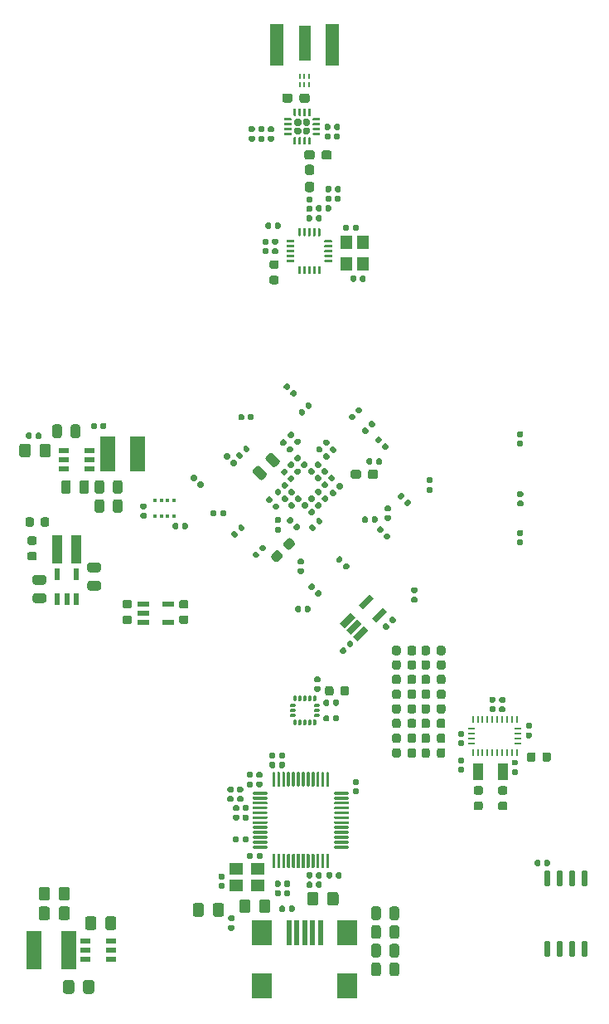
<source format=gbr>
%TF.GenerationSoftware,KiCad,Pcbnew,(5.1.6)-1*%
%TF.CreationDate,2020-12-21T13:22:22+01:00*%
%TF.ProjectId,PCB-Drone-With-FPGA,5043422d-4472-46f6-9e65-2d576974682d,rev?*%
%TF.SameCoordinates,Original*%
%TF.FileFunction,Paste,Top*%
%TF.FilePolarity,Positive*%
%FSLAX46Y46*%
G04 Gerber Fmt 4.6, Leading zero omitted, Abs format (unit mm)*
G04 Created by KiCad (PCBNEW (5.1.6)-1) date 2020-12-21 13:22:22*
%MOMM*%
%LPD*%
G01*
G04 APERTURE LIST*
%ADD10R,1.050000X0.550000*%
%ADD11R,1.250000X0.600000*%
%ADD12R,0.600000X1.150000*%
%ADD13R,1.200000X1.400000*%
%ADD14R,0.250000X0.550000*%
%ADD15C,0.100000*%
%ADD16R,1.400000X1.200000*%
%ADD17R,1.000000X1.800000*%
%ADD18R,1.500000X3.600000*%
%ADD19R,1.000000X3.000000*%
%ADD20R,1.500000X4.000000*%
%ADD21R,0.500000X2.500000*%
%ADD22R,2.000000X2.500000*%
%ADD23R,0.355600X0.355600*%
%ADD24R,0.675000X0.254000*%
%ADD25R,0.254000X0.675000*%
%ADD26R,1.270000X3.600000*%
%ADD27R,1.350000X4.200000*%
G04 APERTURE END LIST*
%TO.C,U801*%
G36*
G01*
X128882500Y-64265000D02*
X128182500Y-64265000D01*
G75*
G02*
X128120000Y-64202500I0J62500D01*
G01*
X128120000Y-64077500D01*
G75*
G02*
X128182500Y-64015000I62500J0D01*
G01*
X128882500Y-64015000D01*
G75*
G02*
X128945000Y-64077500I0J-62500D01*
G01*
X128945000Y-64202500D01*
G75*
G02*
X128882500Y-64265000I-62500J0D01*
G01*
G37*
G36*
G01*
X128882500Y-63765000D02*
X128182500Y-63765000D01*
G75*
G02*
X128120000Y-63702500I0J62500D01*
G01*
X128120000Y-63577500D01*
G75*
G02*
X128182500Y-63515000I62500J0D01*
G01*
X128882500Y-63515000D01*
G75*
G02*
X128945000Y-63577500I0J-62500D01*
G01*
X128945000Y-63702500D01*
G75*
G02*
X128882500Y-63765000I-62500J0D01*
G01*
G37*
G36*
G01*
X128882500Y-63265000D02*
X128182500Y-63265000D01*
G75*
G02*
X128120000Y-63202500I0J62500D01*
G01*
X128120000Y-63077500D01*
G75*
G02*
X128182500Y-63015000I62500J0D01*
G01*
X128882500Y-63015000D01*
G75*
G02*
X128945000Y-63077500I0J-62500D01*
G01*
X128945000Y-63202500D01*
G75*
G02*
X128882500Y-63265000I-62500J0D01*
G01*
G37*
G36*
G01*
X128882500Y-62765000D02*
X128182500Y-62765000D01*
G75*
G02*
X128120000Y-62702500I0J62500D01*
G01*
X128120000Y-62577500D01*
G75*
G02*
X128182500Y-62515000I62500J0D01*
G01*
X128882500Y-62515000D01*
G75*
G02*
X128945000Y-62577500I0J-62500D01*
G01*
X128945000Y-62702500D01*
G75*
G02*
X128882500Y-62765000I-62500J0D01*
G01*
G37*
G36*
G01*
X128882500Y-62265000D02*
X128182500Y-62265000D01*
G75*
G02*
X128120000Y-62202500I0J62500D01*
G01*
X128120000Y-62077500D01*
G75*
G02*
X128182500Y-62015000I62500J0D01*
G01*
X128882500Y-62015000D01*
G75*
G02*
X128945000Y-62077500I0J-62500D01*
G01*
X128945000Y-62202500D01*
G75*
G02*
X128882500Y-62265000I-62500J0D01*
G01*
G37*
G36*
G01*
X129532500Y-61615000D02*
X129407500Y-61615000D01*
G75*
G02*
X129345000Y-61552500I0J62500D01*
G01*
X129345000Y-60852500D01*
G75*
G02*
X129407500Y-60790000I62500J0D01*
G01*
X129532500Y-60790000D01*
G75*
G02*
X129595000Y-60852500I0J-62500D01*
G01*
X129595000Y-61552500D01*
G75*
G02*
X129532500Y-61615000I-62500J0D01*
G01*
G37*
G36*
G01*
X130032500Y-61615000D02*
X129907500Y-61615000D01*
G75*
G02*
X129845000Y-61552500I0J62500D01*
G01*
X129845000Y-60852500D01*
G75*
G02*
X129907500Y-60790000I62500J0D01*
G01*
X130032500Y-60790000D01*
G75*
G02*
X130095000Y-60852500I0J-62500D01*
G01*
X130095000Y-61552500D01*
G75*
G02*
X130032500Y-61615000I-62500J0D01*
G01*
G37*
G36*
G01*
X130532500Y-61615000D02*
X130407500Y-61615000D01*
G75*
G02*
X130345000Y-61552500I0J62500D01*
G01*
X130345000Y-60852500D01*
G75*
G02*
X130407500Y-60790000I62500J0D01*
G01*
X130532500Y-60790000D01*
G75*
G02*
X130595000Y-60852500I0J-62500D01*
G01*
X130595000Y-61552500D01*
G75*
G02*
X130532500Y-61615000I-62500J0D01*
G01*
G37*
G36*
G01*
X131032500Y-61615000D02*
X130907500Y-61615000D01*
G75*
G02*
X130845000Y-61552500I0J62500D01*
G01*
X130845000Y-60852500D01*
G75*
G02*
X130907500Y-60790000I62500J0D01*
G01*
X131032500Y-60790000D01*
G75*
G02*
X131095000Y-60852500I0J-62500D01*
G01*
X131095000Y-61552500D01*
G75*
G02*
X131032500Y-61615000I-62500J0D01*
G01*
G37*
G36*
G01*
X131532500Y-61615000D02*
X131407500Y-61615000D01*
G75*
G02*
X131345000Y-61552500I0J62500D01*
G01*
X131345000Y-60852500D01*
G75*
G02*
X131407500Y-60790000I62500J0D01*
G01*
X131532500Y-60790000D01*
G75*
G02*
X131595000Y-60852500I0J-62500D01*
G01*
X131595000Y-61552500D01*
G75*
G02*
X131532500Y-61615000I-62500J0D01*
G01*
G37*
G36*
G01*
X132757500Y-62265000D02*
X132057500Y-62265000D01*
G75*
G02*
X131995000Y-62202500I0J62500D01*
G01*
X131995000Y-62077500D01*
G75*
G02*
X132057500Y-62015000I62500J0D01*
G01*
X132757500Y-62015000D01*
G75*
G02*
X132820000Y-62077500I0J-62500D01*
G01*
X132820000Y-62202500D01*
G75*
G02*
X132757500Y-62265000I-62500J0D01*
G01*
G37*
G36*
G01*
X132757500Y-62765000D02*
X132057500Y-62765000D01*
G75*
G02*
X131995000Y-62702500I0J62500D01*
G01*
X131995000Y-62577500D01*
G75*
G02*
X132057500Y-62515000I62500J0D01*
G01*
X132757500Y-62515000D01*
G75*
G02*
X132820000Y-62577500I0J-62500D01*
G01*
X132820000Y-62702500D01*
G75*
G02*
X132757500Y-62765000I-62500J0D01*
G01*
G37*
G36*
G01*
X132757500Y-63265000D02*
X132057500Y-63265000D01*
G75*
G02*
X131995000Y-63202500I0J62500D01*
G01*
X131995000Y-63077500D01*
G75*
G02*
X132057500Y-63015000I62500J0D01*
G01*
X132757500Y-63015000D01*
G75*
G02*
X132820000Y-63077500I0J-62500D01*
G01*
X132820000Y-63202500D01*
G75*
G02*
X132757500Y-63265000I-62500J0D01*
G01*
G37*
G36*
G01*
X132757500Y-63765000D02*
X132057500Y-63765000D01*
G75*
G02*
X131995000Y-63702500I0J62500D01*
G01*
X131995000Y-63577500D01*
G75*
G02*
X132057500Y-63515000I62500J0D01*
G01*
X132757500Y-63515000D01*
G75*
G02*
X132820000Y-63577500I0J-62500D01*
G01*
X132820000Y-63702500D01*
G75*
G02*
X132757500Y-63765000I-62500J0D01*
G01*
G37*
G36*
G01*
X132757500Y-64265000D02*
X132057500Y-64265000D01*
G75*
G02*
X131995000Y-64202500I0J62500D01*
G01*
X131995000Y-64077500D01*
G75*
G02*
X132057500Y-64015000I62500J0D01*
G01*
X132757500Y-64015000D01*
G75*
G02*
X132820000Y-64077500I0J-62500D01*
G01*
X132820000Y-64202500D01*
G75*
G02*
X132757500Y-64265000I-62500J0D01*
G01*
G37*
G36*
G01*
X131532500Y-65490000D02*
X131407500Y-65490000D01*
G75*
G02*
X131345000Y-65427500I0J62500D01*
G01*
X131345000Y-64727500D01*
G75*
G02*
X131407500Y-64665000I62500J0D01*
G01*
X131532500Y-64665000D01*
G75*
G02*
X131595000Y-64727500I0J-62500D01*
G01*
X131595000Y-65427500D01*
G75*
G02*
X131532500Y-65490000I-62500J0D01*
G01*
G37*
G36*
G01*
X131032500Y-65490000D02*
X130907500Y-65490000D01*
G75*
G02*
X130845000Y-65427500I0J62500D01*
G01*
X130845000Y-64727500D01*
G75*
G02*
X130907500Y-64665000I62500J0D01*
G01*
X131032500Y-64665000D01*
G75*
G02*
X131095000Y-64727500I0J-62500D01*
G01*
X131095000Y-65427500D01*
G75*
G02*
X131032500Y-65490000I-62500J0D01*
G01*
G37*
G36*
G01*
X130532500Y-65490000D02*
X130407500Y-65490000D01*
G75*
G02*
X130345000Y-65427500I0J62500D01*
G01*
X130345000Y-64727500D01*
G75*
G02*
X130407500Y-64665000I62500J0D01*
G01*
X130532500Y-64665000D01*
G75*
G02*
X130595000Y-64727500I0J-62500D01*
G01*
X130595000Y-65427500D01*
G75*
G02*
X130532500Y-65490000I-62500J0D01*
G01*
G37*
G36*
G01*
X130032500Y-65490000D02*
X129907500Y-65490000D01*
G75*
G02*
X129845000Y-65427500I0J62500D01*
G01*
X129845000Y-64727500D01*
G75*
G02*
X129907500Y-64665000I62500J0D01*
G01*
X130032500Y-64665000D01*
G75*
G02*
X130095000Y-64727500I0J-62500D01*
G01*
X130095000Y-65427500D01*
G75*
G02*
X130032500Y-65490000I-62500J0D01*
G01*
G37*
G36*
G01*
X129532500Y-65490000D02*
X129407500Y-65490000D01*
G75*
G02*
X129345000Y-65427500I0J62500D01*
G01*
X129345000Y-64727500D01*
G75*
G02*
X129407500Y-64665000I62500J0D01*
G01*
X129532500Y-64665000D01*
G75*
G02*
X129595000Y-64727500I0J-62500D01*
G01*
X129595000Y-65427500D01*
G75*
G02*
X129532500Y-65490000I-62500J0D01*
G01*
G37*
%TD*%
D10*
%TO.C,U501*%
X107990000Y-83470000D03*
X107990000Y-84420000D03*
X107990000Y-85370000D03*
X105390000Y-85370000D03*
X105390000Y-84420000D03*
X105390000Y-83470000D03*
%TD*%
D11*
%TO.C,U402*%
X116012498Y-99151166D03*
X116012498Y-101051166D03*
X113512498Y-101051166D03*
X113512498Y-100101166D03*
X113512498Y-99151166D03*
%TD*%
D12*
%TO.C,U401*%
X104730000Y-96108000D03*
X106630000Y-96108000D03*
X106630000Y-98608000D03*
X105680000Y-98608000D03*
X104730000Y-98608000D03*
%TD*%
D10*
%TO.C,U301*%
X107599999Y-135400000D03*
X107599999Y-134450000D03*
X107599999Y-133500000D03*
X110199999Y-133500000D03*
X110199999Y-134450000D03*
X110199999Y-135400000D03*
%TD*%
D13*
%TO.C,X801*%
X134210000Y-64420000D03*
X134210000Y-62220000D03*
X135910000Y-62220000D03*
X135910000Y-64420000D03*
%TD*%
%TO.C,R803*%
G36*
G01*
X132615000Y-50287500D02*
X132615000Y-50632500D01*
G75*
G02*
X132467500Y-50780000I-147500J0D01*
G01*
X132172500Y-50780000D01*
G75*
G02*
X132025000Y-50632500I0J147500D01*
G01*
X132025000Y-50287500D01*
G75*
G02*
X132172500Y-50140000I147500J0D01*
G01*
X132467500Y-50140000D01*
G75*
G02*
X132615000Y-50287500I0J-147500D01*
G01*
G37*
G36*
G01*
X133585000Y-50287500D02*
X133585000Y-50632500D01*
G75*
G02*
X133437500Y-50780000I-147500J0D01*
G01*
X133142500Y-50780000D01*
G75*
G02*
X132995000Y-50632500I0J147500D01*
G01*
X132995000Y-50287500D01*
G75*
G02*
X133142500Y-50140000I147500J0D01*
G01*
X133437500Y-50140000D01*
G75*
G02*
X133585000Y-50287500I0J-147500D01*
G01*
G37*
%TD*%
%TO.C,R802*%
G36*
G01*
X132620000Y-51247500D02*
X132620000Y-51592500D01*
G75*
G02*
X132472500Y-51740000I-147500J0D01*
G01*
X132177500Y-51740000D01*
G75*
G02*
X132030000Y-51592500I0J147500D01*
G01*
X132030000Y-51247500D01*
G75*
G02*
X132177500Y-51100000I147500J0D01*
G01*
X132472500Y-51100000D01*
G75*
G02*
X132620000Y-51247500I0J-147500D01*
G01*
G37*
G36*
G01*
X133590000Y-51247500D02*
X133590000Y-51592500D01*
G75*
G02*
X133442500Y-51740000I-147500J0D01*
G01*
X133147500Y-51740000D01*
G75*
G02*
X133000000Y-51592500I0J147500D01*
G01*
X133000000Y-51247500D01*
G75*
G02*
X133147500Y-51100000I147500J0D01*
G01*
X133442500Y-51100000D01*
G75*
G02*
X133590000Y-51247500I0J-147500D01*
G01*
G37*
%TD*%
%TO.C,R801*%
G36*
G01*
X126580000Y-60367500D02*
X126580000Y-60712500D01*
G75*
G02*
X126432500Y-60860000I-147500J0D01*
G01*
X126137500Y-60860000D01*
G75*
G02*
X125990000Y-60712500I0J147500D01*
G01*
X125990000Y-60367500D01*
G75*
G02*
X126137500Y-60220000I147500J0D01*
G01*
X126432500Y-60220000D01*
G75*
G02*
X126580000Y-60367500I0J-147500D01*
G01*
G37*
G36*
G01*
X127550000Y-60367500D02*
X127550000Y-60712500D01*
G75*
G02*
X127402500Y-60860000I-147500J0D01*
G01*
X127107500Y-60860000D01*
G75*
G02*
X126960000Y-60712500I0J147500D01*
G01*
X126960000Y-60367500D01*
G75*
G02*
X127107500Y-60220000I147500J0D01*
G01*
X127402500Y-60220000D01*
G75*
G02*
X127550000Y-60367500I0J-147500D01*
G01*
G37*
%TD*%
%TO.C,L803*%
G36*
G01*
X130642500Y-58160000D02*
X130297500Y-58160000D01*
G75*
G02*
X130150000Y-58012500I0J147500D01*
G01*
X130150000Y-57717500D01*
G75*
G02*
X130297500Y-57570000I147500J0D01*
G01*
X130642500Y-57570000D01*
G75*
G02*
X130790000Y-57717500I0J-147500D01*
G01*
X130790000Y-58012500D01*
G75*
G02*
X130642500Y-58160000I-147500J0D01*
G01*
G37*
G36*
G01*
X130642500Y-59130000D02*
X130297500Y-59130000D01*
G75*
G02*
X130150000Y-58982500I0J147500D01*
G01*
X130150000Y-58687500D01*
G75*
G02*
X130297500Y-58540000I147500J0D01*
G01*
X130642500Y-58540000D01*
G75*
G02*
X130790000Y-58687500I0J-147500D01*
G01*
X130790000Y-58982500D01*
G75*
G02*
X130642500Y-59130000I-147500J0D01*
G01*
G37*
%TD*%
%TO.C,L802*%
G36*
G01*
X132120000Y-58942500D02*
X132120000Y-58597500D01*
G75*
G02*
X132267500Y-58450000I147500J0D01*
G01*
X132562500Y-58450000D01*
G75*
G02*
X132710000Y-58597500I0J-147500D01*
G01*
X132710000Y-58942500D01*
G75*
G02*
X132562500Y-59090000I-147500J0D01*
G01*
X132267500Y-59090000D01*
G75*
G02*
X132120000Y-58942500I0J147500D01*
G01*
G37*
G36*
G01*
X131150000Y-58942500D02*
X131150000Y-58597500D01*
G75*
G02*
X131297500Y-58450000I147500J0D01*
G01*
X131592500Y-58450000D01*
G75*
G02*
X131740000Y-58597500I0J-147500D01*
G01*
X131740000Y-58942500D01*
G75*
G02*
X131592500Y-59090000I-147500J0D01*
G01*
X131297500Y-59090000D01*
G75*
G02*
X131150000Y-58942500I0J147500D01*
G01*
G37*
%TD*%
%TO.C,L801*%
G36*
G01*
X130765000Y-59607500D02*
X130765000Y-59952500D01*
G75*
G02*
X130617500Y-60100000I-147500J0D01*
G01*
X130322500Y-60100000D01*
G75*
G02*
X130175000Y-59952500I0J147500D01*
G01*
X130175000Y-59607500D01*
G75*
G02*
X130322500Y-59460000I147500J0D01*
G01*
X130617500Y-59460000D01*
G75*
G02*
X130765000Y-59607500I0J-147500D01*
G01*
G37*
G36*
G01*
X131735000Y-59607500D02*
X131735000Y-59952500D01*
G75*
G02*
X131587500Y-60100000I-147500J0D01*
G01*
X131292500Y-60100000D01*
G75*
G02*
X131145000Y-59952500I0J147500D01*
G01*
X131145000Y-59607500D01*
G75*
G02*
X131292500Y-59460000I147500J0D01*
G01*
X131587500Y-59460000D01*
G75*
G02*
X131735000Y-59607500I0J-147500D01*
G01*
G37*
%TD*%
%TO.C,C813*%
G36*
G01*
X129455000Y-47757500D02*
X129455000Y-47282500D01*
G75*
G02*
X129692500Y-47045000I237500J0D01*
G01*
X130267500Y-47045000D01*
G75*
G02*
X130505000Y-47282500I0J-237500D01*
G01*
X130505000Y-47757500D01*
G75*
G02*
X130267500Y-47995000I-237500J0D01*
G01*
X129692500Y-47995000D01*
G75*
G02*
X129455000Y-47757500I0J237500D01*
G01*
G37*
G36*
G01*
X127705000Y-47757500D02*
X127705000Y-47282500D01*
G75*
G02*
X127942500Y-47045000I237500J0D01*
G01*
X128517500Y-47045000D01*
G75*
G02*
X128755000Y-47282500I0J-237500D01*
G01*
X128755000Y-47757500D01*
G75*
G02*
X128517500Y-47995000I-237500J0D01*
G01*
X127942500Y-47995000D01*
G75*
G02*
X127705000Y-47757500I0J237500D01*
G01*
G37*
%TD*%
%TO.C,C812*%
G36*
G01*
X124752500Y-50980000D02*
X124407500Y-50980000D01*
G75*
G02*
X124260000Y-50832500I0J147500D01*
G01*
X124260000Y-50537500D01*
G75*
G02*
X124407500Y-50390000I147500J0D01*
G01*
X124752500Y-50390000D01*
G75*
G02*
X124900000Y-50537500I0J-147500D01*
G01*
X124900000Y-50832500D01*
G75*
G02*
X124752500Y-50980000I-147500J0D01*
G01*
G37*
G36*
G01*
X124752500Y-51950000D02*
X124407500Y-51950000D01*
G75*
G02*
X124260000Y-51802500I0J147500D01*
G01*
X124260000Y-51507500D01*
G75*
G02*
X124407500Y-51360000I147500J0D01*
G01*
X124752500Y-51360000D01*
G75*
G02*
X124900000Y-51507500I0J-147500D01*
G01*
X124900000Y-51802500D01*
G75*
G02*
X124752500Y-51950000I-147500J0D01*
G01*
G37*
%TD*%
%TO.C,C811*%
G36*
G01*
X125742500Y-50980000D02*
X125397500Y-50980000D01*
G75*
G02*
X125250000Y-50832500I0J147500D01*
G01*
X125250000Y-50537500D01*
G75*
G02*
X125397500Y-50390000I147500J0D01*
G01*
X125742500Y-50390000D01*
G75*
G02*
X125890000Y-50537500I0J-147500D01*
G01*
X125890000Y-50832500D01*
G75*
G02*
X125742500Y-50980000I-147500J0D01*
G01*
G37*
G36*
G01*
X125742500Y-51950000D02*
X125397500Y-51950000D01*
G75*
G02*
X125250000Y-51802500I0J147500D01*
G01*
X125250000Y-51507500D01*
G75*
G02*
X125397500Y-51360000I147500J0D01*
G01*
X125742500Y-51360000D01*
G75*
G02*
X125890000Y-51507500I0J-147500D01*
G01*
X125890000Y-51802500D01*
G75*
G02*
X125742500Y-51950000I-147500J0D01*
G01*
G37*
%TD*%
%TO.C,C810*%
G36*
G01*
X126722500Y-50979999D02*
X126377500Y-50979999D01*
G75*
G02*
X126230000Y-50832499I0J147500D01*
G01*
X126230000Y-50537499D01*
G75*
G02*
X126377500Y-50389999I147500J0D01*
G01*
X126722500Y-50389999D01*
G75*
G02*
X126870000Y-50537499I0J-147500D01*
G01*
X126870000Y-50832499D01*
G75*
G02*
X126722500Y-50979999I-147500J0D01*
G01*
G37*
G36*
G01*
X126722500Y-51949999D02*
X126377500Y-51949999D01*
G75*
G02*
X126230000Y-51802499I0J147500D01*
G01*
X126230000Y-51507499D01*
G75*
G02*
X126377500Y-51359999I147500J0D01*
G01*
X126722500Y-51359999D01*
G75*
G02*
X126870000Y-51507499I0J-147500D01*
G01*
X126870000Y-51802499D01*
G75*
G02*
X126722500Y-51949999I-147500J0D01*
G01*
G37*
%TD*%
%TO.C,C809*%
G36*
G01*
X131004999Y-53082500D02*
X131004999Y-53557500D01*
G75*
G02*
X130767499Y-53795000I-237500J0D01*
G01*
X130192499Y-53795000D01*
G75*
G02*
X129954999Y-53557500I0J237500D01*
G01*
X129954999Y-53082500D01*
G75*
G02*
X130192499Y-52845000I237500J0D01*
G01*
X130767499Y-52845000D01*
G75*
G02*
X131004999Y-53082500I0J-237500D01*
G01*
G37*
G36*
G01*
X132754999Y-53082500D02*
X132754999Y-53557500D01*
G75*
G02*
X132517499Y-53795000I-237500J0D01*
G01*
X131942499Y-53795000D01*
G75*
G02*
X131704999Y-53557500I0J237500D01*
G01*
X131704999Y-53082500D01*
G75*
G02*
X131942499Y-52845000I237500J0D01*
G01*
X132517499Y-52845000D01*
G75*
G02*
X132754999Y-53082500I0J-237500D01*
G01*
G37*
%TD*%
%TO.C,C808*%
G36*
G01*
X132710000Y-57607500D02*
X132710000Y-57952500D01*
G75*
G02*
X132562500Y-58100000I-147500J0D01*
G01*
X132267500Y-58100000D01*
G75*
G02*
X132120000Y-57952500I0J147500D01*
G01*
X132120000Y-57607500D01*
G75*
G02*
X132267500Y-57460000I147500J0D01*
G01*
X132562500Y-57460000D01*
G75*
G02*
X132710000Y-57607500I0J-147500D01*
G01*
G37*
G36*
G01*
X133680000Y-57607500D02*
X133680000Y-57952500D01*
G75*
G02*
X133532500Y-58100000I-147500J0D01*
G01*
X133237500Y-58100000D01*
G75*
G02*
X133090000Y-57952500I0J147500D01*
G01*
X133090000Y-57607500D01*
G75*
G02*
X133237500Y-57460000I147500J0D01*
G01*
X133532500Y-57460000D01*
G75*
G02*
X133680000Y-57607500I0J-147500D01*
G01*
G37*
%TD*%
%TO.C,C807*%
G36*
G01*
X130247500Y-56064999D02*
X130722500Y-56064999D01*
G75*
G02*
X130960000Y-56302499I0J-237500D01*
G01*
X130960000Y-56877499D01*
G75*
G02*
X130722500Y-57114999I-237500J0D01*
G01*
X130247500Y-57114999D01*
G75*
G02*
X130010000Y-56877499I0J237500D01*
G01*
X130010000Y-56302499D01*
G75*
G02*
X130247500Y-56064999I237500J0D01*
G01*
G37*
G36*
G01*
X130247500Y-54314999D02*
X130722500Y-54314999D01*
G75*
G02*
X130960000Y-54552499I0J-237500D01*
G01*
X130960000Y-55127499D01*
G75*
G02*
X130722500Y-55364999I-237500J0D01*
G01*
X130247500Y-55364999D01*
G75*
G02*
X130010000Y-55127499I0J237500D01*
G01*
X130010000Y-54552499D01*
G75*
G02*
X130247500Y-54314999I237500J0D01*
G01*
G37*
%TD*%
%TO.C,C806*%
G36*
G01*
X132710000Y-56627500D02*
X132710000Y-56972500D01*
G75*
G02*
X132562500Y-57120000I-147500J0D01*
G01*
X132267500Y-57120000D01*
G75*
G02*
X132120000Y-56972500I0J147500D01*
G01*
X132120000Y-56627500D01*
G75*
G02*
X132267500Y-56480000I147500J0D01*
G01*
X132562500Y-56480000D01*
G75*
G02*
X132710000Y-56627500I0J-147500D01*
G01*
G37*
G36*
G01*
X133680000Y-56627500D02*
X133680000Y-56972500D01*
G75*
G02*
X133532500Y-57120000I-147500J0D01*
G01*
X133237500Y-57120000D01*
G75*
G02*
X133090000Y-56972500I0J147500D01*
G01*
X133090000Y-56627500D01*
G75*
G02*
X133237500Y-56480000I147500J0D01*
G01*
X133532500Y-56480000D01*
G75*
G02*
X133680000Y-56627500I0J-147500D01*
G01*
G37*
%TD*%
%TO.C,C805*%
G36*
G01*
X134510000Y-60577500D02*
X134510000Y-60922500D01*
G75*
G02*
X134362500Y-61070000I-147500J0D01*
G01*
X134067500Y-61070000D01*
G75*
G02*
X133920000Y-60922500I0J147500D01*
G01*
X133920000Y-60577500D01*
G75*
G02*
X134067500Y-60430000I147500J0D01*
G01*
X134362500Y-60430000D01*
G75*
G02*
X134510000Y-60577500I0J-147500D01*
G01*
G37*
G36*
G01*
X135480000Y-60577500D02*
X135480000Y-60922500D01*
G75*
G02*
X135332500Y-61070000I-147500J0D01*
G01*
X135037500Y-61070000D01*
G75*
G02*
X134890000Y-60922500I0J147500D01*
G01*
X134890000Y-60577500D01*
G75*
G02*
X135037500Y-60430000I147500J0D01*
G01*
X135332500Y-60430000D01*
G75*
G02*
X135480000Y-60577500I0J-147500D01*
G01*
G37*
%TD*%
%TO.C,C804*%
G36*
G01*
X135630000Y-66112500D02*
X135630000Y-65767500D01*
G75*
G02*
X135777500Y-65620000I147500J0D01*
G01*
X136072500Y-65620000D01*
G75*
G02*
X136220000Y-65767500I0J-147500D01*
G01*
X136220000Y-66112500D01*
G75*
G02*
X136072500Y-66260000I-147500J0D01*
G01*
X135777500Y-66260000D01*
G75*
G02*
X135630000Y-66112500I0J147500D01*
G01*
G37*
G36*
G01*
X134660000Y-66112500D02*
X134660000Y-65767500D01*
G75*
G02*
X134807500Y-65620000I147500J0D01*
G01*
X135102500Y-65620000D01*
G75*
G02*
X135250000Y-65767500I0J-147500D01*
G01*
X135250000Y-66112500D01*
G75*
G02*
X135102500Y-66260000I-147500J0D01*
G01*
X134807500Y-66260000D01*
G75*
G02*
X134660000Y-66112500I0J147500D01*
G01*
G37*
%TD*%
%TO.C,C803*%
G36*
G01*
X126162500Y-62470000D02*
X125817500Y-62470000D01*
G75*
G02*
X125670000Y-62322500I0J147500D01*
G01*
X125670000Y-62027500D01*
G75*
G02*
X125817500Y-61880000I147500J0D01*
G01*
X126162500Y-61880000D01*
G75*
G02*
X126310000Y-62027500I0J-147500D01*
G01*
X126310000Y-62322500D01*
G75*
G02*
X126162500Y-62470000I-147500J0D01*
G01*
G37*
G36*
G01*
X126162500Y-63440000D02*
X125817500Y-63440000D01*
G75*
G02*
X125670000Y-63292500I0J147500D01*
G01*
X125670000Y-62997500D01*
G75*
G02*
X125817500Y-62850000I147500J0D01*
G01*
X126162500Y-62850000D01*
G75*
G02*
X126310000Y-62997500I0J-147500D01*
G01*
X126310000Y-63292500D01*
G75*
G02*
X126162500Y-63440000I-147500J0D01*
G01*
G37*
%TD*%
%TO.C,C802*%
G36*
G01*
X127142500Y-62470000D02*
X126797500Y-62470000D01*
G75*
G02*
X126650000Y-62322500I0J147500D01*
G01*
X126650000Y-62027500D01*
G75*
G02*
X126797500Y-61880000I147500J0D01*
G01*
X127142500Y-61880000D01*
G75*
G02*
X127290000Y-62027500I0J-147500D01*
G01*
X127290000Y-62322500D01*
G75*
G02*
X127142500Y-62470000I-147500J0D01*
G01*
G37*
G36*
G01*
X127142500Y-63440000D02*
X126797500Y-63440000D01*
G75*
G02*
X126650000Y-63292500I0J147500D01*
G01*
X126650000Y-62997500D01*
G75*
G02*
X126797500Y-62850000I147500J0D01*
G01*
X127142500Y-62850000D01*
G75*
G02*
X127290000Y-62997500I0J-147500D01*
G01*
X127290000Y-63292500D01*
G75*
G02*
X127142500Y-63440000I-147500J0D01*
G01*
G37*
%TD*%
%TO.C,C801*%
G36*
G01*
X126613750Y-65640000D02*
X127126250Y-65640000D01*
G75*
G02*
X127345000Y-65858750I0J-218750D01*
G01*
X127345000Y-66296250D01*
G75*
G02*
X127126250Y-66515000I-218750J0D01*
G01*
X126613750Y-66515000D01*
G75*
G02*
X126395000Y-66296250I0J218750D01*
G01*
X126395000Y-65858750D01*
G75*
G02*
X126613750Y-65640000I218750J0D01*
G01*
G37*
G36*
G01*
X126613750Y-64065000D02*
X127126250Y-64065000D01*
G75*
G02*
X127345000Y-64283750I0J-218750D01*
G01*
X127345000Y-64721250D01*
G75*
G02*
X127126250Y-64940000I-218750J0D01*
G01*
X126613750Y-64940000D01*
G75*
G02*
X126395000Y-64721250I0J218750D01*
G01*
X126395000Y-64283750D01*
G75*
G02*
X126613750Y-64065000I218750J0D01*
G01*
G37*
%TD*%
%TO.C,U802*%
G36*
G01*
X130347500Y-50345000D02*
X129992500Y-50345000D01*
G75*
G02*
X129815000Y-50167500I0J177500D01*
G01*
X129815000Y-49812500D01*
G75*
G02*
X129992500Y-49635000I177500J0D01*
G01*
X130347500Y-49635000D01*
G75*
G02*
X130525000Y-49812500I0J-177500D01*
G01*
X130525000Y-50167500D01*
G75*
G02*
X130347500Y-50345000I-177500J0D01*
G01*
G37*
G36*
G01*
X129467500Y-50345000D02*
X129112500Y-50345000D01*
G75*
G02*
X128935000Y-50167500I0J177500D01*
G01*
X128935000Y-49812500D01*
G75*
G02*
X129112500Y-49635000I177500J0D01*
G01*
X129467500Y-49635000D01*
G75*
G02*
X129645000Y-49812500I0J-177500D01*
G01*
X129645000Y-50167500D01*
G75*
G02*
X129467500Y-50345000I-177500J0D01*
G01*
G37*
G36*
G01*
X130347500Y-51225000D02*
X129992500Y-51225000D01*
G75*
G02*
X129815000Y-51047500I0J177500D01*
G01*
X129815000Y-50692500D01*
G75*
G02*
X129992500Y-50515000I177500J0D01*
G01*
X130347500Y-50515000D01*
G75*
G02*
X130525000Y-50692500I0J-177500D01*
G01*
X130525000Y-51047500D01*
G75*
G02*
X130347500Y-51225000I-177500J0D01*
G01*
G37*
G36*
G01*
X129467500Y-51225000D02*
X129112500Y-51225000D01*
G75*
G02*
X128935000Y-51047500I0J177500D01*
G01*
X128935000Y-50692500D01*
G75*
G02*
X129112500Y-50515000I177500J0D01*
G01*
X129467500Y-50515000D01*
G75*
G02*
X129645000Y-50692500I0J-177500D01*
G01*
X129645000Y-51047500D01*
G75*
G02*
X129467500Y-51225000I-177500J0D01*
G01*
G37*
G36*
G01*
X128592500Y-51305000D02*
X127942500Y-51305000D01*
G75*
G02*
X127880000Y-51242500I0J62500D01*
G01*
X127880000Y-51117500D01*
G75*
G02*
X127942500Y-51055000I62500J0D01*
G01*
X128592500Y-51055000D01*
G75*
G02*
X128655000Y-51117500I0J-62500D01*
G01*
X128655000Y-51242500D01*
G75*
G02*
X128592500Y-51305000I-62500J0D01*
G01*
G37*
G36*
G01*
X128592500Y-50805000D02*
X127942500Y-50805000D01*
G75*
G02*
X127880000Y-50742500I0J62500D01*
G01*
X127880000Y-50617500D01*
G75*
G02*
X127942500Y-50555000I62500J0D01*
G01*
X128592500Y-50555000D01*
G75*
G02*
X128655000Y-50617500I0J-62500D01*
G01*
X128655000Y-50742500D01*
G75*
G02*
X128592500Y-50805000I-62500J0D01*
G01*
G37*
G36*
G01*
X128592500Y-50305000D02*
X127942500Y-50305000D01*
G75*
G02*
X127880000Y-50242500I0J62500D01*
G01*
X127880000Y-50117500D01*
G75*
G02*
X127942500Y-50055000I62500J0D01*
G01*
X128592500Y-50055000D01*
G75*
G02*
X128655000Y-50117500I0J-62500D01*
G01*
X128655000Y-50242500D01*
G75*
G02*
X128592500Y-50305000I-62500J0D01*
G01*
G37*
G36*
G01*
X128592500Y-49805000D02*
X127942500Y-49805000D01*
G75*
G02*
X127880000Y-49742500I0J62500D01*
G01*
X127880000Y-49617500D01*
G75*
G02*
X127942500Y-49555000I62500J0D01*
G01*
X128592500Y-49555000D01*
G75*
G02*
X128655000Y-49617500I0J-62500D01*
G01*
X128655000Y-49742500D01*
G75*
G02*
X128592500Y-49805000I-62500J0D01*
G01*
G37*
G36*
G01*
X129042500Y-49355000D02*
X128917500Y-49355000D01*
G75*
G02*
X128855000Y-49292500I0J62500D01*
G01*
X128855000Y-48642500D01*
G75*
G02*
X128917500Y-48580000I62500J0D01*
G01*
X129042500Y-48580000D01*
G75*
G02*
X129105000Y-48642500I0J-62500D01*
G01*
X129105000Y-49292500D01*
G75*
G02*
X129042500Y-49355000I-62500J0D01*
G01*
G37*
G36*
G01*
X129542500Y-49355000D02*
X129417500Y-49355000D01*
G75*
G02*
X129355000Y-49292500I0J62500D01*
G01*
X129355000Y-48642500D01*
G75*
G02*
X129417500Y-48580000I62500J0D01*
G01*
X129542500Y-48580000D01*
G75*
G02*
X129605000Y-48642500I0J-62500D01*
G01*
X129605000Y-49292500D01*
G75*
G02*
X129542500Y-49355000I-62500J0D01*
G01*
G37*
G36*
G01*
X130042500Y-49355000D02*
X129917500Y-49355000D01*
G75*
G02*
X129855000Y-49292500I0J62500D01*
G01*
X129855000Y-48642500D01*
G75*
G02*
X129917500Y-48580000I62500J0D01*
G01*
X130042500Y-48580000D01*
G75*
G02*
X130105000Y-48642500I0J-62500D01*
G01*
X130105000Y-49292500D01*
G75*
G02*
X130042500Y-49355000I-62500J0D01*
G01*
G37*
G36*
G01*
X130542500Y-49355000D02*
X130417500Y-49355000D01*
G75*
G02*
X130355000Y-49292500I0J62500D01*
G01*
X130355000Y-48642500D01*
G75*
G02*
X130417500Y-48580000I62500J0D01*
G01*
X130542500Y-48580000D01*
G75*
G02*
X130605000Y-48642500I0J-62500D01*
G01*
X130605000Y-49292500D01*
G75*
G02*
X130542500Y-49355000I-62500J0D01*
G01*
G37*
G36*
G01*
X131517500Y-49805000D02*
X130867500Y-49805000D01*
G75*
G02*
X130805000Y-49742500I0J62500D01*
G01*
X130805000Y-49617500D01*
G75*
G02*
X130867500Y-49555000I62500J0D01*
G01*
X131517500Y-49555000D01*
G75*
G02*
X131580000Y-49617500I0J-62500D01*
G01*
X131580000Y-49742500D01*
G75*
G02*
X131517500Y-49805000I-62500J0D01*
G01*
G37*
G36*
G01*
X131517500Y-50305000D02*
X130867500Y-50305000D01*
G75*
G02*
X130805000Y-50242500I0J62500D01*
G01*
X130805000Y-50117500D01*
G75*
G02*
X130867500Y-50055000I62500J0D01*
G01*
X131517500Y-50055000D01*
G75*
G02*
X131580000Y-50117500I0J-62500D01*
G01*
X131580000Y-50242500D01*
G75*
G02*
X131517500Y-50305000I-62500J0D01*
G01*
G37*
G36*
G01*
X131517500Y-50805000D02*
X130867500Y-50805000D01*
G75*
G02*
X130805000Y-50742500I0J62500D01*
G01*
X130805000Y-50617500D01*
G75*
G02*
X130867500Y-50555000I62500J0D01*
G01*
X131517500Y-50555000D01*
G75*
G02*
X131580000Y-50617500I0J-62500D01*
G01*
X131580000Y-50742500D01*
G75*
G02*
X131517500Y-50805000I-62500J0D01*
G01*
G37*
G36*
G01*
X131517500Y-51305000D02*
X130867500Y-51305000D01*
G75*
G02*
X130805000Y-51242500I0J62500D01*
G01*
X130805000Y-51117500D01*
G75*
G02*
X130867500Y-51055000I62500J0D01*
G01*
X131517500Y-51055000D01*
G75*
G02*
X131580000Y-51117500I0J-62500D01*
G01*
X131580000Y-51242500D01*
G75*
G02*
X131517500Y-51305000I-62500J0D01*
G01*
G37*
G36*
G01*
X130542500Y-52280000D02*
X130417500Y-52280000D01*
G75*
G02*
X130355000Y-52217500I0J62500D01*
G01*
X130355000Y-51567500D01*
G75*
G02*
X130417500Y-51505000I62500J0D01*
G01*
X130542500Y-51505000D01*
G75*
G02*
X130605000Y-51567500I0J-62500D01*
G01*
X130605000Y-52217500D01*
G75*
G02*
X130542500Y-52280000I-62500J0D01*
G01*
G37*
G36*
G01*
X130042500Y-52280000D02*
X129917500Y-52280000D01*
G75*
G02*
X129855000Y-52217500I0J62500D01*
G01*
X129855000Y-51567500D01*
G75*
G02*
X129917500Y-51505000I62500J0D01*
G01*
X130042500Y-51505000D01*
G75*
G02*
X130105000Y-51567500I0J-62500D01*
G01*
X130105000Y-52217500D01*
G75*
G02*
X130042500Y-52280000I-62500J0D01*
G01*
G37*
G36*
G01*
X129542500Y-52280000D02*
X129417500Y-52280000D01*
G75*
G02*
X129355000Y-52217500I0J62500D01*
G01*
X129355000Y-51567500D01*
G75*
G02*
X129417500Y-51505000I62500J0D01*
G01*
X129542500Y-51505000D01*
G75*
G02*
X129605000Y-51567500I0J-62500D01*
G01*
X129605000Y-52217500D01*
G75*
G02*
X129542500Y-52280000I-62500J0D01*
G01*
G37*
G36*
G01*
X129042500Y-52280000D02*
X128917500Y-52280000D01*
G75*
G02*
X128855000Y-52217500I0J62500D01*
G01*
X128855000Y-51567500D01*
G75*
G02*
X128917500Y-51505000I62500J0D01*
G01*
X129042500Y-51505000D01*
G75*
G02*
X129105000Y-51567500I0J-62500D01*
G01*
X129105000Y-52217500D01*
G75*
G02*
X129042500Y-52280000I-62500J0D01*
G01*
G37*
%TD*%
D14*
%TO.C,FL801*%
X129470000Y-45320000D03*
X129970000Y-45320000D03*
X130470000Y-45320000D03*
X130470000Y-46120000D03*
X129970000Y-46120000D03*
X129470000Y-46120000D03*
%TD*%
%TO.C,R1405*%
G36*
G01*
X134539273Y-103554678D02*
X134295322Y-103310726D01*
G75*
G02*
X134295322Y-103102130I104298J104298D01*
G01*
X134503918Y-102893534D01*
G75*
G02*
X134712514Y-102893534I104298J-104298D01*
G01*
X134956466Y-103137486D01*
G75*
G02*
X134956466Y-103346082I-104298J-104298D01*
G01*
X134747870Y-103554678D01*
G75*
G02*
X134539274Y-103554678I-104298J104298D01*
G01*
G37*
G36*
G01*
X133853379Y-104240572D02*
X133609428Y-103996620D01*
G75*
G02*
X133609428Y-103788024I104298J104298D01*
G01*
X133818024Y-103579428D01*
G75*
G02*
X134026620Y-103579428I104298J-104298D01*
G01*
X134270572Y-103823380D01*
G75*
G02*
X134270572Y-104031976I-104298J-104298D01*
G01*
X134061976Y-104240572D01*
G75*
G02*
X133853380Y-104240572I-104298J104298D01*
G01*
G37*
%TD*%
%TO.C,C1401*%
G36*
G01*
X138393674Y-101122375D02*
X138637625Y-101366327D01*
G75*
G02*
X138637625Y-101574923I-104298J-104298D01*
G01*
X138429029Y-101783519D01*
G75*
G02*
X138220433Y-101783519I-104298J104298D01*
G01*
X137976481Y-101539567D01*
G75*
G02*
X137976481Y-101330971I104298J104298D01*
G01*
X138185077Y-101122375D01*
G75*
G02*
X138393673Y-101122375I104298J-104298D01*
G01*
G37*
G36*
G01*
X139079568Y-100436481D02*
X139323519Y-100680433D01*
G75*
G02*
X139323519Y-100889029I-104298J-104298D01*
G01*
X139114923Y-101097625D01*
G75*
G02*
X138906327Y-101097625I-104298J104298D01*
G01*
X138662375Y-100853673D01*
G75*
G02*
X138662375Y-100645077I104298J104298D01*
G01*
X138870971Y-100436481D01*
G75*
G02*
X139079567Y-100436481I104298J-104298D01*
G01*
G37*
%TD*%
D15*
%TO.C,X1401*%
G36*
X135951109Y-99665007D02*
G01*
X135491490Y-99205388D01*
X136594577Y-98102301D01*
X137054196Y-98561920D01*
X135951109Y-99665007D01*
G37*
G36*
X137294612Y-101008510D02*
G01*
X136834993Y-100548891D01*
X137938080Y-99445804D01*
X138397699Y-99905423D01*
X137294612Y-101008510D01*
G37*
G36*
X135385423Y-102917699D02*
G01*
X134925804Y-102458080D01*
X136028891Y-101354993D01*
X136488510Y-101814612D01*
X135385423Y-102917699D01*
G37*
G36*
X134713672Y-102245947D02*
G01*
X134254053Y-101786328D01*
X135357140Y-100683241D01*
X135816759Y-101142860D01*
X134713672Y-102245947D01*
G37*
G36*
X134041920Y-101574196D02*
G01*
X133582301Y-101114577D01*
X134685388Y-100011490D01*
X135145007Y-100471109D01*
X134041920Y-101574196D01*
G37*
%TD*%
%TO.C,R915*%
G36*
G01*
X137770000Y-130233750D02*
X137770000Y-131146250D01*
G75*
G02*
X137526250Y-131390000I-243750J0D01*
G01*
X137038750Y-131390000D01*
G75*
G02*
X136795000Y-131146250I0J243750D01*
G01*
X136795000Y-130233750D01*
G75*
G02*
X137038750Y-129990000I243750J0D01*
G01*
X137526250Y-129990000D01*
G75*
G02*
X137770000Y-130233750I0J-243750D01*
G01*
G37*
G36*
G01*
X139645000Y-130233750D02*
X139645000Y-131146250D01*
G75*
G02*
X139401250Y-131390000I-243750J0D01*
G01*
X138913750Y-131390000D01*
G75*
G02*
X138670000Y-131146250I0J243750D01*
G01*
X138670000Y-130233750D01*
G75*
G02*
X138913750Y-129990000I243750J0D01*
G01*
X139401250Y-129990000D01*
G75*
G02*
X139645000Y-130233750I0J-243750D01*
G01*
G37*
%TD*%
%TO.C,R914*%
G36*
G01*
X138670000Y-133056250D02*
X138670000Y-132143750D01*
G75*
G02*
X138913750Y-131900000I243750J0D01*
G01*
X139401250Y-131900000D01*
G75*
G02*
X139645000Y-132143750I0J-243750D01*
G01*
X139645000Y-133056250D01*
G75*
G02*
X139401250Y-133300000I-243750J0D01*
G01*
X138913750Y-133300000D01*
G75*
G02*
X138670000Y-133056250I0J243750D01*
G01*
G37*
G36*
G01*
X136795000Y-133056250D02*
X136795000Y-132143750D01*
G75*
G02*
X137038750Y-131900000I243750J0D01*
G01*
X137526250Y-131900000D01*
G75*
G02*
X137770000Y-132143750I0J-243750D01*
G01*
X137770000Y-133056250D01*
G75*
G02*
X137526250Y-133300000I-243750J0D01*
G01*
X137038750Y-133300000D01*
G75*
G02*
X136795000Y-133056250I0J243750D01*
G01*
G37*
%TD*%
%TO.C,R913*%
G36*
G01*
X137770000Y-134043750D02*
X137770000Y-134956250D01*
G75*
G02*
X137526250Y-135200000I-243750J0D01*
G01*
X137038750Y-135200000D01*
G75*
G02*
X136795000Y-134956250I0J243750D01*
G01*
X136795000Y-134043750D01*
G75*
G02*
X137038750Y-133800000I243750J0D01*
G01*
X137526250Y-133800000D01*
G75*
G02*
X137770000Y-134043750I0J-243750D01*
G01*
G37*
G36*
G01*
X139645000Y-134043750D02*
X139645000Y-134956250D01*
G75*
G02*
X139401250Y-135200000I-243750J0D01*
G01*
X138913750Y-135200000D01*
G75*
G02*
X138670000Y-134956250I0J243750D01*
G01*
X138670000Y-134043750D01*
G75*
G02*
X138913750Y-133800000I243750J0D01*
G01*
X139401250Y-133800000D01*
G75*
G02*
X139645000Y-134043750I0J-243750D01*
G01*
G37*
%TD*%
%TO.C,R912*%
G36*
G01*
X138667500Y-136866250D02*
X138667500Y-135953750D01*
G75*
G02*
X138911250Y-135710000I243750J0D01*
G01*
X139398750Y-135710000D01*
G75*
G02*
X139642500Y-135953750I0J-243750D01*
G01*
X139642500Y-136866250D01*
G75*
G02*
X139398750Y-137110000I-243750J0D01*
G01*
X138911250Y-137110000D01*
G75*
G02*
X138667500Y-136866250I0J243750D01*
G01*
G37*
G36*
G01*
X136792500Y-136866250D02*
X136792500Y-135953750D01*
G75*
G02*
X137036250Y-135710000I243750J0D01*
G01*
X137523750Y-135710000D01*
G75*
G02*
X137767500Y-135953750I0J-243750D01*
G01*
X137767500Y-136866250D01*
G75*
G02*
X137523750Y-137110000I-243750J0D01*
G01*
X137036250Y-137110000D01*
G75*
G02*
X136792500Y-136866250I0J243750D01*
G01*
G37*
%TD*%
%TO.C,R911*%
G36*
G01*
X143497500Y-104136250D02*
X143497500Y-103623750D01*
G75*
G02*
X143716250Y-103405000I218750J0D01*
G01*
X144153750Y-103405000D01*
G75*
G02*
X144372500Y-103623750I0J-218750D01*
G01*
X144372500Y-104136250D01*
G75*
G02*
X144153750Y-104355000I-218750J0D01*
G01*
X143716250Y-104355000D01*
G75*
G02*
X143497500Y-104136250I0J218750D01*
G01*
G37*
G36*
G01*
X141922500Y-104136250D02*
X141922500Y-103623750D01*
G75*
G02*
X142141250Y-103405000I218750J0D01*
G01*
X142578750Y-103405000D01*
G75*
G02*
X142797500Y-103623750I0J-218750D01*
G01*
X142797500Y-104136250D01*
G75*
G02*
X142578750Y-104355000I-218750J0D01*
G01*
X142141250Y-104355000D01*
G75*
G02*
X141922500Y-104136250I0J218750D01*
G01*
G37*
%TD*%
%TO.C,R910*%
G36*
G01*
X143500000Y-105606251D02*
X143500000Y-105093751D01*
G75*
G02*
X143718750Y-104875001I218750J0D01*
G01*
X144156250Y-104875001D01*
G75*
G02*
X144375000Y-105093751I0J-218750D01*
G01*
X144375000Y-105606251D01*
G75*
G02*
X144156250Y-105825001I-218750J0D01*
G01*
X143718750Y-105825001D01*
G75*
G02*
X143500000Y-105606251I0J218750D01*
G01*
G37*
G36*
G01*
X141925000Y-105606251D02*
X141925000Y-105093751D01*
G75*
G02*
X142143750Y-104875001I218750J0D01*
G01*
X142581250Y-104875001D01*
G75*
G02*
X142800000Y-105093751I0J-218750D01*
G01*
X142800000Y-105606251D01*
G75*
G02*
X142581250Y-105825001I-218750J0D01*
G01*
X142143750Y-105825001D01*
G75*
G02*
X141925000Y-105606251I0J218750D01*
G01*
G37*
%TD*%
%TO.C,R909*%
G36*
G01*
X143500000Y-107096250D02*
X143500000Y-106583750D01*
G75*
G02*
X143718750Y-106365000I218750J0D01*
G01*
X144156250Y-106365000D01*
G75*
G02*
X144375000Y-106583750I0J-218750D01*
G01*
X144375000Y-107096250D01*
G75*
G02*
X144156250Y-107315000I-218750J0D01*
G01*
X143718750Y-107315000D01*
G75*
G02*
X143500000Y-107096250I0J218750D01*
G01*
G37*
G36*
G01*
X141925000Y-107096250D02*
X141925000Y-106583750D01*
G75*
G02*
X142143750Y-106365000I218750J0D01*
G01*
X142581250Y-106365000D01*
G75*
G02*
X142800000Y-106583750I0J-218750D01*
G01*
X142800000Y-107096250D01*
G75*
G02*
X142581250Y-107315000I-218750J0D01*
G01*
X142143750Y-107315000D01*
G75*
G02*
X141925000Y-107096250I0J218750D01*
G01*
G37*
%TD*%
%TO.C,R908*%
G36*
G01*
X143500000Y-108596250D02*
X143500000Y-108083750D01*
G75*
G02*
X143718750Y-107865000I218750J0D01*
G01*
X144156250Y-107865000D01*
G75*
G02*
X144375000Y-108083750I0J-218750D01*
G01*
X144375000Y-108596250D01*
G75*
G02*
X144156250Y-108815000I-218750J0D01*
G01*
X143718750Y-108815000D01*
G75*
G02*
X143500000Y-108596250I0J218750D01*
G01*
G37*
G36*
G01*
X141925000Y-108596250D02*
X141925000Y-108083750D01*
G75*
G02*
X142143750Y-107865000I218750J0D01*
G01*
X142581250Y-107865000D01*
G75*
G02*
X142800000Y-108083750I0J-218750D01*
G01*
X142800000Y-108596250D01*
G75*
G02*
X142581250Y-108815000I-218750J0D01*
G01*
X142143750Y-108815000D01*
G75*
G02*
X141925000Y-108596250I0J218750D01*
G01*
G37*
%TD*%
%TO.C,R907*%
G36*
G01*
X143492500Y-110086250D02*
X143492500Y-109573750D01*
G75*
G02*
X143711250Y-109355000I218750J0D01*
G01*
X144148750Y-109355000D01*
G75*
G02*
X144367500Y-109573750I0J-218750D01*
G01*
X144367500Y-110086250D01*
G75*
G02*
X144148750Y-110305000I-218750J0D01*
G01*
X143711250Y-110305000D01*
G75*
G02*
X143492500Y-110086250I0J218750D01*
G01*
G37*
G36*
G01*
X141917500Y-110086250D02*
X141917500Y-109573750D01*
G75*
G02*
X142136250Y-109355000I218750J0D01*
G01*
X142573750Y-109355000D01*
G75*
G02*
X142792500Y-109573750I0J-218750D01*
G01*
X142792500Y-110086250D01*
G75*
G02*
X142573750Y-110305000I-218750J0D01*
G01*
X142136250Y-110305000D01*
G75*
G02*
X141917500Y-110086250I0J218750D01*
G01*
G37*
%TD*%
%TO.C,R906*%
G36*
G01*
X143490000Y-111576250D02*
X143490000Y-111063750D01*
G75*
G02*
X143708750Y-110845000I218750J0D01*
G01*
X144146250Y-110845000D01*
G75*
G02*
X144365000Y-111063750I0J-218750D01*
G01*
X144365000Y-111576250D01*
G75*
G02*
X144146250Y-111795000I-218750J0D01*
G01*
X143708750Y-111795000D01*
G75*
G02*
X143490000Y-111576250I0J218750D01*
G01*
G37*
G36*
G01*
X141915000Y-111576250D02*
X141915000Y-111063750D01*
G75*
G02*
X142133750Y-110845000I218750J0D01*
G01*
X142571250Y-110845000D01*
G75*
G02*
X142790000Y-111063750I0J-218750D01*
G01*
X142790000Y-111576250D01*
G75*
G02*
X142571250Y-111795000I-218750J0D01*
G01*
X142133750Y-111795000D01*
G75*
G02*
X141915000Y-111576250I0J218750D01*
G01*
G37*
%TD*%
%TO.C,R905*%
G36*
G01*
X143490000Y-113086250D02*
X143490000Y-112573750D01*
G75*
G02*
X143708750Y-112355000I218750J0D01*
G01*
X144146250Y-112355000D01*
G75*
G02*
X144365000Y-112573750I0J-218750D01*
G01*
X144365000Y-113086250D01*
G75*
G02*
X144146250Y-113305000I-218750J0D01*
G01*
X143708750Y-113305000D01*
G75*
G02*
X143490000Y-113086250I0J218750D01*
G01*
G37*
G36*
G01*
X141915000Y-113086250D02*
X141915000Y-112573750D01*
G75*
G02*
X142133750Y-112355000I218750J0D01*
G01*
X142571250Y-112355000D01*
G75*
G02*
X142790000Y-112573750I0J-218750D01*
G01*
X142790000Y-113086250D01*
G75*
G02*
X142571250Y-113305000I-218750J0D01*
G01*
X142133750Y-113305000D01*
G75*
G02*
X141915000Y-113086250I0J218750D01*
G01*
G37*
%TD*%
%TO.C,R904*%
G36*
G01*
X143489999Y-114596250D02*
X143489999Y-114083750D01*
G75*
G02*
X143708749Y-113865000I218750J0D01*
G01*
X144146249Y-113865000D01*
G75*
G02*
X144364999Y-114083750I0J-218750D01*
G01*
X144364999Y-114596250D01*
G75*
G02*
X144146249Y-114815000I-218750J0D01*
G01*
X143708749Y-114815000D01*
G75*
G02*
X143489999Y-114596250I0J218750D01*
G01*
G37*
G36*
G01*
X141914999Y-114596250D02*
X141914999Y-114083750D01*
G75*
G02*
X142133749Y-113865000I218750J0D01*
G01*
X142571249Y-113865000D01*
G75*
G02*
X142789999Y-114083750I0J-218750D01*
G01*
X142789999Y-114596250D01*
G75*
G02*
X142571249Y-114815000I-218750J0D01*
G01*
X142133749Y-114815000D01*
G75*
G02*
X141914999Y-114596250I0J218750D01*
G01*
G37*
%TD*%
%TO.C,R903*%
G36*
G01*
X103020000Y-91026250D02*
X103020000Y-90513750D01*
G75*
G02*
X103238750Y-90295000I218750J0D01*
G01*
X103676250Y-90295000D01*
G75*
G02*
X103895000Y-90513750I0J-218750D01*
G01*
X103895000Y-91026250D01*
G75*
G02*
X103676250Y-91245000I-218750J0D01*
G01*
X103238750Y-91245000D01*
G75*
G02*
X103020000Y-91026250I0J218750D01*
G01*
G37*
G36*
G01*
X101445000Y-91026250D02*
X101445000Y-90513750D01*
G75*
G02*
X101663750Y-90295000I218750J0D01*
G01*
X102101250Y-90295000D01*
G75*
G02*
X102320000Y-90513750I0J-218750D01*
G01*
X102320000Y-91026250D01*
G75*
G02*
X102101250Y-91245000I-218750J0D01*
G01*
X101663750Y-91245000D01*
G75*
G02*
X101445000Y-91026250I0J218750D01*
G01*
G37*
%TD*%
%TO.C,D909*%
G36*
G01*
X140500000Y-104136250D02*
X140500000Y-103623750D01*
G75*
G02*
X140718750Y-103405000I218750J0D01*
G01*
X141156250Y-103405000D01*
G75*
G02*
X141375000Y-103623750I0J-218750D01*
G01*
X141375000Y-104136250D01*
G75*
G02*
X141156250Y-104355000I-218750J0D01*
G01*
X140718750Y-104355000D01*
G75*
G02*
X140500000Y-104136250I0J218750D01*
G01*
G37*
G36*
G01*
X138925000Y-104136250D02*
X138925000Y-103623750D01*
G75*
G02*
X139143750Y-103405000I218750J0D01*
G01*
X139581250Y-103405000D01*
G75*
G02*
X139800000Y-103623750I0J-218750D01*
G01*
X139800000Y-104136250D01*
G75*
G02*
X139581250Y-104355000I-218750J0D01*
G01*
X139143750Y-104355000D01*
G75*
G02*
X138925000Y-104136250I0J218750D01*
G01*
G37*
%TD*%
%TO.C,D908*%
G36*
G01*
X140500000Y-105606250D02*
X140500000Y-105093750D01*
G75*
G02*
X140718750Y-104875000I218750J0D01*
G01*
X141156250Y-104875000D01*
G75*
G02*
X141375000Y-105093750I0J-218750D01*
G01*
X141375000Y-105606250D01*
G75*
G02*
X141156250Y-105825000I-218750J0D01*
G01*
X140718750Y-105825000D01*
G75*
G02*
X140500000Y-105606250I0J218750D01*
G01*
G37*
G36*
G01*
X138925000Y-105606250D02*
X138925000Y-105093750D01*
G75*
G02*
X139143750Y-104875000I218750J0D01*
G01*
X139581250Y-104875000D01*
G75*
G02*
X139800000Y-105093750I0J-218750D01*
G01*
X139800000Y-105606250D01*
G75*
G02*
X139581250Y-105825000I-218750J0D01*
G01*
X139143750Y-105825000D01*
G75*
G02*
X138925000Y-105606250I0J218750D01*
G01*
G37*
%TD*%
%TO.C,D907*%
G36*
G01*
X140500000Y-107096250D02*
X140500000Y-106583750D01*
G75*
G02*
X140718750Y-106365000I218750J0D01*
G01*
X141156250Y-106365000D01*
G75*
G02*
X141375000Y-106583750I0J-218750D01*
G01*
X141375000Y-107096250D01*
G75*
G02*
X141156250Y-107315000I-218750J0D01*
G01*
X140718750Y-107315000D01*
G75*
G02*
X140500000Y-107096250I0J218750D01*
G01*
G37*
G36*
G01*
X138925000Y-107096250D02*
X138925000Y-106583750D01*
G75*
G02*
X139143750Y-106365000I218750J0D01*
G01*
X139581250Y-106365000D01*
G75*
G02*
X139800000Y-106583750I0J-218750D01*
G01*
X139800000Y-107096250D01*
G75*
G02*
X139581250Y-107315000I-218750J0D01*
G01*
X139143750Y-107315000D01*
G75*
G02*
X138925000Y-107096250I0J218750D01*
G01*
G37*
%TD*%
%TO.C,D906*%
G36*
G01*
X140500001Y-108596250D02*
X140500001Y-108083750D01*
G75*
G02*
X140718751Y-107865000I218750J0D01*
G01*
X141156251Y-107865000D01*
G75*
G02*
X141375001Y-108083750I0J-218750D01*
G01*
X141375001Y-108596250D01*
G75*
G02*
X141156251Y-108815000I-218750J0D01*
G01*
X140718751Y-108815000D01*
G75*
G02*
X140500001Y-108596250I0J218750D01*
G01*
G37*
G36*
G01*
X138925001Y-108596250D02*
X138925001Y-108083750D01*
G75*
G02*
X139143751Y-107865000I218750J0D01*
G01*
X139581251Y-107865000D01*
G75*
G02*
X139800001Y-108083750I0J-218750D01*
G01*
X139800001Y-108596250D01*
G75*
G02*
X139581251Y-108815000I-218750J0D01*
G01*
X139143751Y-108815000D01*
G75*
G02*
X138925001Y-108596250I0J218750D01*
G01*
G37*
%TD*%
%TO.C,D905*%
G36*
G01*
X140500001Y-110086250D02*
X140500001Y-109573750D01*
G75*
G02*
X140718751Y-109355000I218750J0D01*
G01*
X141156251Y-109355000D01*
G75*
G02*
X141375001Y-109573750I0J-218750D01*
G01*
X141375001Y-110086250D01*
G75*
G02*
X141156251Y-110305000I-218750J0D01*
G01*
X140718751Y-110305000D01*
G75*
G02*
X140500001Y-110086250I0J218750D01*
G01*
G37*
G36*
G01*
X138925001Y-110086250D02*
X138925001Y-109573750D01*
G75*
G02*
X139143751Y-109355000I218750J0D01*
G01*
X139581251Y-109355000D01*
G75*
G02*
X139800001Y-109573750I0J-218750D01*
G01*
X139800001Y-110086250D01*
G75*
G02*
X139581251Y-110305000I-218750J0D01*
G01*
X139143751Y-110305000D01*
G75*
G02*
X138925001Y-110086250I0J218750D01*
G01*
G37*
%TD*%
%TO.C,D904*%
G36*
G01*
X140500001Y-111576250D02*
X140500001Y-111063750D01*
G75*
G02*
X140718751Y-110845000I218750J0D01*
G01*
X141156251Y-110845000D01*
G75*
G02*
X141375001Y-111063750I0J-218750D01*
G01*
X141375001Y-111576250D01*
G75*
G02*
X141156251Y-111795000I-218750J0D01*
G01*
X140718751Y-111795000D01*
G75*
G02*
X140500001Y-111576250I0J218750D01*
G01*
G37*
G36*
G01*
X138925001Y-111576250D02*
X138925001Y-111063750D01*
G75*
G02*
X139143751Y-110845000I218750J0D01*
G01*
X139581251Y-110845000D01*
G75*
G02*
X139800001Y-111063750I0J-218750D01*
G01*
X139800001Y-111576250D01*
G75*
G02*
X139581251Y-111795000I-218750J0D01*
G01*
X139143751Y-111795000D01*
G75*
G02*
X138925001Y-111576250I0J218750D01*
G01*
G37*
%TD*%
%TO.C,D903*%
G36*
G01*
X140500000Y-113086250D02*
X140500000Y-112573750D01*
G75*
G02*
X140718750Y-112355000I218750J0D01*
G01*
X141156250Y-112355000D01*
G75*
G02*
X141375000Y-112573750I0J-218750D01*
G01*
X141375000Y-113086250D01*
G75*
G02*
X141156250Y-113305000I-218750J0D01*
G01*
X140718750Y-113305000D01*
G75*
G02*
X140500000Y-113086250I0J218750D01*
G01*
G37*
G36*
G01*
X138925000Y-113086250D02*
X138925000Y-112573750D01*
G75*
G02*
X139143750Y-112355000I218750J0D01*
G01*
X139581250Y-112355000D01*
G75*
G02*
X139800000Y-112573750I0J-218750D01*
G01*
X139800000Y-113086250D01*
G75*
G02*
X139581250Y-113305000I-218750J0D01*
G01*
X139143750Y-113305000D01*
G75*
G02*
X138925000Y-113086250I0J218750D01*
G01*
G37*
%TD*%
%TO.C,D902*%
G36*
G01*
X140510000Y-114596250D02*
X140510000Y-114083750D01*
G75*
G02*
X140728750Y-113865000I218750J0D01*
G01*
X141166250Y-113865000D01*
G75*
G02*
X141385000Y-114083750I0J-218750D01*
G01*
X141385000Y-114596250D01*
G75*
G02*
X141166250Y-114815000I-218750J0D01*
G01*
X140728750Y-114815000D01*
G75*
G02*
X140510000Y-114596250I0J218750D01*
G01*
G37*
G36*
G01*
X138935000Y-114596250D02*
X138935000Y-114083750D01*
G75*
G02*
X139153750Y-113865000I218750J0D01*
G01*
X139591250Y-113865000D01*
G75*
G02*
X139810000Y-114083750I0J-218750D01*
G01*
X139810000Y-114596250D01*
G75*
G02*
X139591250Y-114815000I-218750J0D01*
G01*
X139153750Y-114815000D01*
G75*
G02*
X138935000Y-114596250I0J218750D01*
G01*
G37*
%TD*%
%TO.C,D901*%
G36*
G01*
X102386250Y-93117500D02*
X101873750Y-93117500D01*
G75*
G02*
X101655000Y-92898750I0J218750D01*
G01*
X101655000Y-92461250D01*
G75*
G02*
X101873750Y-92242500I218750J0D01*
G01*
X102386250Y-92242500D01*
G75*
G02*
X102605000Y-92461250I0J-218750D01*
G01*
X102605000Y-92898750D01*
G75*
G02*
X102386250Y-93117500I-218750J0D01*
G01*
G37*
G36*
G01*
X102386250Y-94692500D02*
X101873750Y-94692500D01*
G75*
G02*
X101655000Y-94473750I0J218750D01*
G01*
X101655000Y-94036250D01*
G75*
G02*
X101873750Y-93817500I218750J0D01*
G01*
X102386250Y-93817500D01*
G75*
G02*
X102605000Y-94036250I0J-218750D01*
G01*
X102605000Y-94473750D01*
G75*
G02*
X102386250Y-94692500I-218750J0D01*
G01*
G37*
%TD*%
D16*
%TO.C,Y601*%
X125220000Y-127870000D03*
X123020000Y-127870000D03*
X123020000Y-126170000D03*
X125220000Y-126170000D03*
%TD*%
%TO.C,R607*%
G36*
G01*
X128000000Y-130067500D02*
X128000000Y-130412500D01*
G75*
G02*
X127852500Y-130560000I-147500J0D01*
G01*
X127557500Y-130560000D01*
G75*
G02*
X127410000Y-130412500I0J147500D01*
G01*
X127410000Y-130067500D01*
G75*
G02*
X127557500Y-129920000I147500J0D01*
G01*
X127852500Y-129920000D01*
G75*
G02*
X128000000Y-130067500I0J-147500D01*
G01*
G37*
G36*
G01*
X128970000Y-130067500D02*
X128970000Y-130412500D01*
G75*
G02*
X128822500Y-130560000I-147500J0D01*
G01*
X128527500Y-130560000D01*
G75*
G02*
X128380000Y-130412500I0J147500D01*
G01*
X128380000Y-130067500D01*
G75*
G02*
X128527500Y-129920000I147500J0D01*
G01*
X128822500Y-129920000D01*
G75*
G02*
X128970000Y-130067500I0J-147500D01*
G01*
G37*
%TD*%
%TO.C,R606*%
G36*
G01*
X127370000Y-114762500D02*
X127370000Y-114417500D01*
G75*
G02*
X127517500Y-114270000I147500J0D01*
G01*
X127812500Y-114270000D01*
G75*
G02*
X127960000Y-114417500I0J-147500D01*
G01*
X127960000Y-114762500D01*
G75*
G02*
X127812500Y-114910000I-147500J0D01*
G01*
X127517500Y-114910000D01*
G75*
G02*
X127370000Y-114762500I0J147500D01*
G01*
G37*
G36*
G01*
X126400000Y-114762500D02*
X126400000Y-114417500D01*
G75*
G02*
X126547500Y-114270000I147500J0D01*
G01*
X126842500Y-114270000D01*
G75*
G02*
X126990000Y-114417500I0J-147500D01*
G01*
X126990000Y-114762500D01*
G75*
G02*
X126842500Y-114910000I-147500J0D01*
G01*
X126547500Y-114910000D01*
G75*
G02*
X126400000Y-114762500I0J147500D01*
G01*
G37*
%TD*%
%TO.C,FB603*%
G36*
G01*
X120600000Y-130790001D02*
X120600000Y-129889999D01*
G75*
G02*
X120849999Y-129640000I249999J0D01*
G01*
X121500001Y-129640000D01*
G75*
G02*
X121750000Y-129889999I0J-249999D01*
G01*
X121750000Y-130790001D01*
G75*
G02*
X121500001Y-131040000I-249999J0D01*
G01*
X120849999Y-131040000D01*
G75*
G02*
X120600000Y-130790001I0J249999D01*
G01*
G37*
G36*
G01*
X118550000Y-130790001D02*
X118550000Y-129889999D01*
G75*
G02*
X118799999Y-129640000I249999J0D01*
G01*
X119450001Y-129640000D01*
G75*
G02*
X119700000Y-129889999I0J-249999D01*
G01*
X119700000Y-130790001D01*
G75*
G02*
X119450001Y-131040000I-249999J0D01*
G01*
X118799999Y-131040000D01*
G75*
G02*
X118550000Y-130790001I0J249999D01*
G01*
G37*
%TD*%
%TO.C,FB602*%
G36*
G01*
X124445000Y-129509999D02*
X124445000Y-130410001D01*
G75*
G02*
X124195001Y-130660000I-249999J0D01*
G01*
X123544999Y-130660000D01*
G75*
G02*
X123295000Y-130410001I0J249999D01*
G01*
X123295000Y-129509999D01*
G75*
G02*
X123544999Y-129260000I249999J0D01*
G01*
X124195001Y-129260000D01*
G75*
G02*
X124445000Y-129509999I0J-249999D01*
G01*
G37*
G36*
G01*
X126495000Y-129509999D02*
X126495000Y-130410001D01*
G75*
G02*
X126245001Y-130660000I-249999J0D01*
G01*
X125594999Y-130660000D01*
G75*
G02*
X125345000Y-130410001I0J249999D01*
G01*
X125345000Y-129509999D01*
G75*
G02*
X125594999Y-129260000I249999J0D01*
G01*
X126245001Y-129260000D01*
G75*
G02*
X126495000Y-129509999I0J-249999D01*
G01*
G37*
%TD*%
%TO.C,FB601*%
G36*
G01*
X132300000Y-129660001D02*
X132300000Y-128759999D01*
G75*
G02*
X132549999Y-128510000I249999J0D01*
G01*
X133200001Y-128510000D01*
G75*
G02*
X133450000Y-128759999I0J-249999D01*
G01*
X133450000Y-129660001D01*
G75*
G02*
X133200001Y-129910000I-249999J0D01*
G01*
X132549999Y-129910000D01*
G75*
G02*
X132300000Y-129660001I0J249999D01*
G01*
G37*
G36*
G01*
X130250000Y-129660001D02*
X130250000Y-128759999D01*
G75*
G02*
X130499999Y-128510000I249999J0D01*
G01*
X131150001Y-128510000D01*
G75*
G02*
X131400000Y-128759999I0J-249999D01*
G01*
X131400000Y-129660001D01*
G75*
G02*
X131150001Y-129910000I-249999J0D01*
G01*
X130499999Y-129910000D01*
G75*
G02*
X130250000Y-129660001I0J249999D01*
G01*
G37*
%TD*%
%TO.C,C620*%
G36*
G01*
X122327500Y-131885000D02*
X122672500Y-131885000D01*
G75*
G02*
X122820000Y-132032500I0J-147500D01*
G01*
X122820000Y-132327500D01*
G75*
G02*
X122672500Y-132475000I-147500J0D01*
G01*
X122327500Y-132475000D01*
G75*
G02*
X122180000Y-132327500I0J147500D01*
G01*
X122180000Y-132032500D01*
G75*
G02*
X122327500Y-131885000I147500J0D01*
G01*
G37*
G36*
G01*
X122327500Y-130915000D02*
X122672500Y-130915000D01*
G75*
G02*
X122820000Y-131062500I0J-147500D01*
G01*
X122820000Y-131357500D01*
G75*
G02*
X122672500Y-131505000I-147500J0D01*
G01*
X122327500Y-131505000D01*
G75*
G02*
X122180000Y-131357500I0J147500D01*
G01*
X122180000Y-131062500D01*
G75*
G02*
X122327500Y-130915000I147500J0D01*
G01*
G37*
%TD*%
%TO.C,C619*%
G36*
G01*
X123250000Y-122977500D02*
X123250000Y-123322500D01*
G75*
G02*
X123102500Y-123470000I-147500J0D01*
G01*
X122807500Y-123470000D01*
G75*
G02*
X122660000Y-123322500I0J147500D01*
G01*
X122660000Y-122977500D01*
G75*
G02*
X122807500Y-122830000I147500J0D01*
G01*
X123102500Y-122830000D01*
G75*
G02*
X123250000Y-122977500I0J-147500D01*
G01*
G37*
G36*
G01*
X124220000Y-122977500D02*
X124220000Y-123322500D01*
G75*
G02*
X124072500Y-123470000I-147500J0D01*
G01*
X123777500Y-123470000D01*
G75*
G02*
X123630000Y-123322500I0J147500D01*
G01*
X123630000Y-122977500D01*
G75*
G02*
X123777500Y-122830000I147500J0D01*
G01*
X124072500Y-122830000D01*
G75*
G02*
X124220000Y-122977500I0J-147500D01*
G01*
G37*
%TD*%
%TO.C,C618*%
G36*
G01*
X133185000Y-126992500D02*
X133185000Y-126647500D01*
G75*
G02*
X133332500Y-126500000I147500J0D01*
G01*
X133627500Y-126500000D01*
G75*
G02*
X133775000Y-126647500I0J-147500D01*
G01*
X133775000Y-126992500D01*
G75*
G02*
X133627500Y-127140000I-147500J0D01*
G01*
X133332500Y-127140000D01*
G75*
G02*
X133185000Y-126992500I0J147500D01*
G01*
G37*
G36*
G01*
X132215000Y-126992500D02*
X132215000Y-126647500D01*
G75*
G02*
X132362500Y-126500000I147500J0D01*
G01*
X132657500Y-126500000D01*
G75*
G02*
X132805000Y-126647500I0J-147500D01*
G01*
X132805000Y-126992500D01*
G75*
G02*
X132657500Y-127140000I-147500J0D01*
G01*
X132362500Y-127140000D01*
G75*
G02*
X132215000Y-126992500I0J147500D01*
G01*
G37*
%TD*%
%TO.C,C617*%
G36*
G01*
X135392500Y-117600000D02*
X135047500Y-117600000D01*
G75*
G02*
X134900000Y-117452500I0J147500D01*
G01*
X134900000Y-117157500D01*
G75*
G02*
X135047500Y-117010000I147500J0D01*
G01*
X135392500Y-117010000D01*
G75*
G02*
X135540000Y-117157500I0J-147500D01*
G01*
X135540000Y-117452500D01*
G75*
G02*
X135392500Y-117600000I-147500J0D01*
G01*
G37*
G36*
G01*
X135392500Y-118570000D02*
X135047500Y-118570000D01*
G75*
G02*
X134900000Y-118422500I0J147500D01*
G01*
X134900000Y-118127500D01*
G75*
G02*
X135047500Y-117980000I147500J0D01*
G01*
X135392500Y-117980000D01*
G75*
G02*
X135540000Y-118127500I0J-147500D01*
G01*
X135540000Y-118422500D01*
G75*
G02*
X135392500Y-118570000I-147500J0D01*
G01*
G37*
%TD*%
%TO.C,C616*%
G36*
G01*
X131150000Y-126992500D02*
X131150000Y-126647500D01*
G75*
G02*
X131297500Y-126500000I147500J0D01*
G01*
X131592500Y-126500000D01*
G75*
G02*
X131740000Y-126647500I0J-147500D01*
G01*
X131740000Y-126992500D01*
G75*
G02*
X131592500Y-127140000I-147500J0D01*
G01*
X131297500Y-127140000D01*
G75*
G02*
X131150000Y-126992500I0J147500D01*
G01*
G37*
G36*
G01*
X130180000Y-126992500D02*
X130180000Y-126647500D01*
G75*
G02*
X130327500Y-126500000I147500J0D01*
G01*
X130622500Y-126500000D01*
G75*
G02*
X130770000Y-126647500I0J-147500D01*
G01*
X130770000Y-126992500D01*
G75*
G02*
X130622500Y-127140000I-147500J0D01*
G01*
X130327500Y-127140000D01*
G75*
G02*
X130180000Y-126992500I0J147500D01*
G01*
G37*
%TD*%
%TO.C,C615*%
G36*
G01*
X131150000Y-127952500D02*
X131150000Y-127607500D01*
G75*
G02*
X131297500Y-127460000I147500J0D01*
G01*
X131592500Y-127460000D01*
G75*
G02*
X131740000Y-127607500I0J-147500D01*
G01*
X131740000Y-127952500D01*
G75*
G02*
X131592500Y-128100000I-147500J0D01*
G01*
X131297500Y-128100000D01*
G75*
G02*
X131150000Y-127952500I0J147500D01*
G01*
G37*
G36*
G01*
X130180000Y-127952500D02*
X130180000Y-127607500D01*
G75*
G02*
X130327500Y-127460000I147500J0D01*
G01*
X130622500Y-127460000D01*
G75*
G02*
X130770000Y-127607500I0J-147500D01*
G01*
X130770000Y-127952500D01*
G75*
G02*
X130622500Y-128100000I-147500J0D01*
G01*
X130327500Y-128100000D01*
G75*
G02*
X130180000Y-127952500I0J147500D01*
G01*
G37*
%TD*%
%TO.C,C614*%
G36*
G01*
X127900000Y-127852500D02*
X127900000Y-127507500D01*
G75*
G02*
X128047500Y-127360000I147500J0D01*
G01*
X128342500Y-127360000D01*
G75*
G02*
X128490000Y-127507500I0J-147500D01*
G01*
X128490000Y-127852500D01*
G75*
G02*
X128342500Y-128000000I-147500J0D01*
G01*
X128047500Y-128000000D01*
G75*
G02*
X127900000Y-127852500I0J147500D01*
G01*
G37*
G36*
G01*
X126930000Y-127852500D02*
X126930000Y-127507500D01*
G75*
G02*
X127077500Y-127360000I147500J0D01*
G01*
X127372500Y-127360000D01*
G75*
G02*
X127520000Y-127507500I0J-147500D01*
G01*
X127520000Y-127852500D01*
G75*
G02*
X127372500Y-128000000I-147500J0D01*
G01*
X127077500Y-128000000D01*
G75*
G02*
X126930000Y-127852500I0J147500D01*
G01*
G37*
%TD*%
%TO.C,C613*%
G36*
G01*
X127900000Y-128822500D02*
X127900000Y-128477500D01*
G75*
G02*
X128047500Y-128330000I147500J0D01*
G01*
X128342500Y-128330000D01*
G75*
G02*
X128490000Y-128477500I0J-147500D01*
G01*
X128490000Y-128822500D01*
G75*
G02*
X128342500Y-128970000I-147500J0D01*
G01*
X128047500Y-128970000D01*
G75*
G02*
X127900000Y-128822500I0J147500D01*
G01*
G37*
G36*
G01*
X126930000Y-128822500D02*
X126930000Y-128477500D01*
G75*
G02*
X127077500Y-128330000I147500J0D01*
G01*
X127372500Y-128330000D01*
G75*
G02*
X127520000Y-128477500I0J-147500D01*
G01*
X127520000Y-128822500D01*
G75*
G02*
X127372500Y-128970000I-147500J0D01*
G01*
X127077500Y-128970000D01*
G75*
G02*
X126930000Y-128822500I0J147500D01*
G01*
G37*
%TD*%
%TO.C,C612*%
G36*
G01*
X121672500Y-127220000D02*
X121327500Y-127220000D01*
G75*
G02*
X121180000Y-127072500I0J147500D01*
G01*
X121180000Y-126777500D01*
G75*
G02*
X121327500Y-126630000I147500J0D01*
G01*
X121672500Y-126630000D01*
G75*
G02*
X121820000Y-126777500I0J-147500D01*
G01*
X121820000Y-127072500D01*
G75*
G02*
X121672500Y-127220000I-147500J0D01*
G01*
G37*
G36*
G01*
X121672500Y-128190000D02*
X121327500Y-128190000D01*
G75*
G02*
X121180000Y-128042500I0J147500D01*
G01*
X121180000Y-127747500D01*
G75*
G02*
X121327500Y-127600000I147500J0D01*
G01*
X121672500Y-127600000D01*
G75*
G02*
X121820000Y-127747500I0J-147500D01*
G01*
X121820000Y-128042500D01*
G75*
G02*
X121672500Y-128190000I-147500J0D01*
G01*
G37*
%TD*%
%TO.C,C611*%
G36*
G01*
X125532500Y-116870000D02*
X125187500Y-116870000D01*
G75*
G02*
X125040000Y-116722500I0J147500D01*
G01*
X125040000Y-116427500D01*
G75*
G02*
X125187500Y-116280000I147500J0D01*
G01*
X125532500Y-116280000D01*
G75*
G02*
X125680000Y-116427500I0J-147500D01*
G01*
X125680000Y-116722500D01*
G75*
G02*
X125532500Y-116870000I-147500J0D01*
G01*
G37*
G36*
G01*
X125532500Y-117840000D02*
X125187500Y-117840000D01*
G75*
G02*
X125040000Y-117692500I0J147500D01*
G01*
X125040000Y-117397500D01*
G75*
G02*
X125187500Y-117250000I147500J0D01*
G01*
X125532500Y-117250000D01*
G75*
G02*
X125680000Y-117397500I0J-147500D01*
G01*
X125680000Y-117692500D01*
G75*
G02*
X125532500Y-117840000I-147500J0D01*
G01*
G37*
%TD*%
%TO.C,C610*%
G36*
G01*
X124552500Y-116870000D02*
X124207500Y-116870000D01*
G75*
G02*
X124060000Y-116722500I0J147500D01*
G01*
X124060000Y-116427500D01*
G75*
G02*
X124207500Y-116280000I147500J0D01*
G01*
X124552500Y-116280000D01*
G75*
G02*
X124700000Y-116427500I0J-147500D01*
G01*
X124700000Y-116722500D01*
G75*
G02*
X124552500Y-116870000I-147500J0D01*
G01*
G37*
G36*
G01*
X124552500Y-117840000D02*
X124207500Y-117840000D01*
G75*
G02*
X124060000Y-117692500I0J147500D01*
G01*
X124060000Y-117397500D01*
G75*
G02*
X124207500Y-117250000I147500J0D01*
G01*
X124552500Y-117250000D01*
G75*
G02*
X124700000Y-117397500I0J-147500D01*
G01*
X124700000Y-117692500D01*
G75*
G02*
X124552500Y-117840000I-147500J0D01*
G01*
G37*
%TD*%
%TO.C,C609*%
G36*
G01*
X123787500Y-120615000D02*
X124132500Y-120615000D01*
G75*
G02*
X124280000Y-120762500I0J-147500D01*
G01*
X124280000Y-121057500D01*
G75*
G02*
X124132500Y-121205000I-147500J0D01*
G01*
X123787500Y-121205000D01*
G75*
G02*
X123640000Y-121057500I0J147500D01*
G01*
X123640000Y-120762500D01*
G75*
G02*
X123787500Y-120615000I147500J0D01*
G01*
G37*
G36*
G01*
X123787500Y-119645000D02*
X124132500Y-119645000D01*
G75*
G02*
X124280000Y-119792500I0J-147500D01*
G01*
X124280000Y-120087500D01*
G75*
G02*
X124132500Y-120235000I-147500J0D01*
G01*
X123787500Y-120235000D01*
G75*
G02*
X123640000Y-120087500I0J147500D01*
G01*
X123640000Y-119792500D01*
G75*
G02*
X123787500Y-119645000I147500J0D01*
G01*
G37*
%TD*%
%TO.C,C608*%
G36*
G01*
X124700000Y-124667500D02*
X124700000Y-125012500D01*
G75*
G02*
X124552500Y-125160000I-147500J0D01*
G01*
X124257500Y-125160000D01*
G75*
G02*
X124110000Y-125012500I0J147500D01*
G01*
X124110000Y-124667500D01*
G75*
G02*
X124257500Y-124520000I147500J0D01*
G01*
X124552500Y-124520000D01*
G75*
G02*
X124700000Y-124667500I0J-147500D01*
G01*
G37*
G36*
G01*
X125670000Y-124667500D02*
X125670000Y-125012500D01*
G75*
G02*
X125522500Y-125160000I-147500J0D01*
G01*
X125227500Y-125160000D01*
G75*
G02*
X125080000Y-125012500I0J147500D01*
G01*
X125080000Y-124667500D01*
G75*
G02*
X125227500Y-124520000I147500J0D01*
G01*
X125522500Y-124520000D01*
G75*
G02*
X125670000Y-124667500I0J-147500D01*
G01*
G37*
%TD*%
%TO.C,C607*%
G36*
G01*
X123572500Y-118360000D02*
X123227500Y-118360000D01*
G75*
G02*
X123080000Y-118212500I0J147500D01*
G01*
X123080000Y-117917500D01*
G75*
G02*
X123227500Y-117770000I147500J0D01*
G01*
X123572500Y-117770000D01*
G75*
G02*
X123720000Y-117917500I0J-147500D01*
G01*
X123720000Y-118212500D01*
G75*
G02*
X123572500Y-118360000I-147500J0D01*
G01*
G37*
G36*
G01*
X123572500Y-119330000D02*
X123227500Y-119330000D01*
G75*
G02*
X123080000Y-119182500I0J147500D01*
G01*
X123080000Y-118887500D01*
G75*
G02*
X123227500Y-118740000I147500J0D01*
G01*
X123572500Y-118740000D01*
G75*
G02*
X123720000Y-118887500I0J-147500D01*
G01*
X123720000Y-119182500D01*
G75*
G02*
X123572500Y-119330000I-147500J0D01*
G01*
G37*
%TD*%
%TO.C,C606*%
G36*
G01*
X126990000Y-115377500D02*
X126990000Y-115722500D01*
G75*
G02*
X126842500Y-115870000I-147500J0D01*
G01*
X126547500Y-115870000D01*
G75*
G02*
X126400000Y-115722500I0J147500D01*
G01*
X126400000Y-115377500D01*
G75*
G02*
X126547500Y-115230000I147500J0D01*
G01*
X126842500Y-115230000D01*
G75*
G02*
X126990000Y-115377500I0J-147500D01*
G01*
G37*
G36*
G01*
X127960000Y-115377500D02*
X127960000Y-115722500D01*
G75*
G02*
X127812500Y-115870000I-147500J0D01*
G01*
X127517500Y-115870000D01*
G75*
G02*
X127370000Y-115722500I0J147500D01*
G01*
X127370000Y-115377500D01*
G75*
G02*
X127517500Y-115230000I147500J0D01*
G01*
X127812500Y-115230000D01*
G75*
G02*
X127960000Y-115377500I0J-147500D01*
G01*
G37*
%TD*%
%TO.C,C605*%
G36*
G01*
X122582500Y-118360000D02*
X122237500Y-118360000D01*
G75*
G02*
X122090000Y-118212500I0J147500D01*
G01*
X122090000Y-117917500D01*
G75*
G02*
X122237500Y-117770000I147500J0D01*
G01*
X122582500Y-117770000D01*
G75*
G02*
X122730000Y-117917500I0J-147500D01*
G01*
X122730000Y-118212500D01*
G75*
G02*
X122582500Y-118360000I-147500J0D01*
G01*
G37*
G36*
G01*
X122582500Y-119330000D02*
X122237500Y-119330000D01*
G75*
G02*
X122090000Y-119182500I0J147500D01*
G01*
X122090000Y-118887500D01*
G75*
G02*
X122237500Y-118740000I147500J0D01*
G01*
X122582500Y-118740000D01*
G75*
G02*
X122730000Y-118887500I0J-147500D01*
G01*
X122730000Y-119182500D01*
G75*
G02*
X122582500Y-119330000I-147500J0D01*
G01*
G37*
%TD*%
%TO.C,C604*%
G36*
G01*
X122817500Y-120615000D02*
X123162500Y-120615000D01*
G75*
G02*
X123310000Y-120762500I0J-147500D01*
G01*
X123310000Y-121057500D01*
G75*
G02*
X123162500Y-121205000I-147500J0D01*
G01*
X122817500Y-121205000D01*
G75*
G02*
X122670000Y-121057500I0J147500D01*
G01*
X122670000Y-120762500D01*
G75*
G02*
X122817500Y-120615000I147500J0D01*
G01*
G37*
G36*
G01*
X122817500Y-119645000D02*
X123162500Y-119645000D01*
G75*
G02*
X123310000Y-119792500I0J-147500D01*
G01*
X123310000Y-120087500D01*
G75*
G02*
X123162500Y-120235000I-147500J0D01*
G01*
X122817500Y-120235000D01*
G75*
G02*
X122670000Y-120087500I0J147500D01*
G01*
X122670000Y-119792500D01*
G75*
G02*
X122817500Y-119645000I147500J0D01*
G01*
G37*
%TD*%
%TO.C,R1404*%
G36*
G01*
X141362500Y-98020000D02*
X141017500Y-98020000D01*
G75*
G02*
X140870000Y-97872500I0J147500D01*
G01*
X140870000Y-97577500D01*
G75*
G02*
X141017500Y-97430000I147500J0D01*
G01*
X141362500Y-97430000D01*
G75*
G02*
X141510000Y-97577500I0J-147500D01*
G01*
X141510000Y-97872500D01*
G75*
G02*
X141362500Y-98020000I-147500J0D01*
G01*
G37*
G36*
G01*
X141362500Y-98990000D02*
X141017500Y-98990000D01*
G75*
G02*
X140870000Y-98842500I0J147500D01*
G01*
X140870000Y-98547500D01*
G75*
G02*
X141017500Y-98400000I147500J0D01*
G01*
X141362500Y-98400000D01*
G75*
G02*
X141510000Y-98547500I0J-147500D01*
G01*
X141510000Y-98842500D01*
G75*
G02*
X141362500Y-98990000I-147500J0D01*
G01*
G37*
%TD*%
%TO.C,C304*%
G36*
G01*
X104850000Y-129150001D02*
X104850000Y-128249999D01*
G75*
G02*
X105099999Y-128000000I249999J0D01*
G01*
X105750001Y-128000000D01*
G75*
G02*
X106000000Y-128249999I0J-249999D01*
G01*
X106000000Y-129150001D01*
G75*
G02*
X105750001Y-129400000I-249999J0D01*
G01*
X105099999Y-129400000D01*
G75*
G02*
X104850000Y-129150001I0J249999D01*
G01*
G37*
G36*
G01*
X102800000Y-129150001D02*
X102800000Y-128249999D01*
G75*
G02*
X103049999Y-128000000I249999J0D01*
G01*
X103700001Y-128000000D01*
G75*
G02*
X103950000Y-128249999I0J-249999D01*
G01*
X103950000Y-129150001D01*
G75*
G02*
X103700001Y-129400000I-249999J0D01*
G01*
X103049999Y-129400000D01*
G75*
G02*
X102800000Y-129150001I0J249999D01*
G01*
G37*
%TD*%
%TO.C,C303*%
G36*
G01*
X104849999Y-131150001D02*
X104849999Y-130249999D01*
G75*
G02*
X105099998Y-130000000I249999J0D01*
G01*
X105750000Y-130000000D01*
G75*
G02*
X105999999Y-130249999I0J-249999D01*
G01*
X105999999Y-131150001D01*
G75*
G02*
X105750000Y-131400000I-249999J0D01*
G01*
X105099998Y-131400000D01*
G75*
G02*
X104849999Y-131150001I0J249999D01*
G01*
G37*
G36*
G01*
X102799999Y-131150001D02*
X102799999Y-130249999D01*
G75*
G02*
X103049998Y-130000000I249999J0D01*
G01*
X103700000Y-130000000D01*
G75*
G02*
X103949999Y-130249999I0J-249999D01*
G01*
X103949999Y-131150001D01*
G75*
G02*
X103700000Y-131400000I-249999J0D01*
G01*
X103049998Y-131400000D01*
G75*
G02*
X102799999Y-131150001I0J249999D01*
G01*
G37*
%TD*%
%TO.C,C302*%
G36*
G01*
X106450000Y-137749998D02*
X106450000Y-138650000D01*
G75*
G02*
X106200001Y-138899999I-249999J0D01*
G01*
X105549999Y-138899999D01*
G75*
G02*
X105300000Y-138650000I0J249999D01*
G01*
X105300000Y-137749998D01*
G75*
G02*
X105549999Y-137499999I249999J0D01*
G01*
X106200001Y-137499999D01*
G75*
G02*
X106450000Y-137749998I0J-249999D01*
G01*
G37*
G36*
G01*
X108500000Y-137749998D02*
X108500000Y-138650000D01*
G75*
G02*
X108250001Y-138899999I-249999J0D01*
G01*
X107599999Y-138899999D01*
G75*
G02*
X107350000Y-138650000I0J249999D01*
G01*
X107350000Y-137749998D01*
G75*
G02*
X107599999Y-137499999I249999J0D01*
G01*
X108250001Y-137499999D01*
G75*
G02*
X108500000Y-137749998I0J-249999D01*
G01*
G37*
%TD*%
%TO.C,C301*%
G36*
G01*
X108700000Y-131249999D02*
X108700000Y-132150001D01*
G75*
G02*
X108450001Y-132400000I-249999J0D01*
G01*
X107799999Y-132400000D01*
G75*
G02*
X107550000Y-132150001I0J249999D01*
G01*
X107550000Y-131249999D01*
G75*
G02*
X107799999Y-131000000I249999J0D01*
G01*
X108450001Y-131000000D01*
G75*
G02*
X108700000Y-131249999I0J-249999D01*
G01*
G37*
G36*
G01*
X110750000Y-131249999D02*
X110750000Y-132150001D01*
G75*
G02*
X110500001Y-132400000I-249999J0D01*
G01*
X109849999Y-132400000D01*
G75*
G02*
X109600000Y-132150001I0J249999D01*
G01*
X109600000Y-131249999D01*
G75*
G02*
X109849999Y-131000000I249999J0D01*
G01*
X110500001Y-131000000D01*
G75*
G02*
X110750000Y-131249999I0J-249999D01*
G01*
G37*
%TD*%
%TO.C,FB1502*%
G36*
G01*
X136450000Y-86137500D02*
X136450000Y-85662500D01*
G75*
G02*
X136687500Y-85425000I237500J0D01*
G01*
X137262500Y-85425000D01*
G75*
G02*
X137500000Y-85662500I0J-237500D01*
G01*
X137500000Y-86137500D01*
G75*
G02*
X137262500Y-86375000I-237500J0D01*
G01*
X136687500Y-86375000D01*
G75*
G02*
X136450000Y-86137500I0J237500D01*
G01*
G37*
G36*
G01*
X134700000Y-86137500D02*
X134700000Y-85662500D01*
G75*
G02*
X134937500Y-85425000I237500J0D01*
G01*
X135512500Y-85425000D01*
G75*
G02*
X135750000Y-85662500I0J-237500D01*
G01*
X135750000Y-86137500D01*
G75*
G02*
X135512500Y-86375000I-237500J0D01*
G01*
X134937500Y-86375000D01*
G75*
G02*
X134700000Y-86137500I0J237500D01*
G01*
G37*
%TD*%
%TO.C,FB1501*%
G36*
G01*
X128195425Y-93550451D02*
X127859549Y-93214575D01*
G75*
G02*
X127859549Y-92878699I167938J167938D01*
G01*
X128266135Y-92472113D01*
G75*
G02*
X128602011Y-92472113I167938J-167938D01*
G01*
X128937887Y-92807989D01*
G75*
G02*
X128937887Y-93143865I-167938J-167938D01*
G01*
X128531301Y-93550451D01*
G75*
G02*
X128195425Y-93550451I-167938J167938D01*
G01*
G37*
G36*
G01*
X126957989Y-94787887D02*
X126622113Y-94452011D01*
G75*
G02*
X126622113Y-94116135I167938J167938D01*
G01*
X127028699Y-93709549D01*
G75*
G02*
X127364575Y-93709549I167938J-167938D01*
G01*
X127700451Y-94045425D01*
G75*
G02*
X127700451Y-94381301I-167938J-167938D01*
G01*
X127293865Y-94787887D01*
G75*
G02*
X126957989Y-94787887I-167938J167938D01*
G01*
G37*
%TD*%
%TO.C,C1542*%
G36*
G01*
X128952375Y-85556326D02*
X129196327Y-85312375D01*
G75*
G02*
X129404923Y-85312375I104298J-104298D01*
G01*
X129613519Y-85520971D01*
G75*
G02*
X129613519Y-85729567I-104298J-104298D01*
G01*
X129369567Y-85973519D01*
G75*
G02*
X129160971Y-85973519I-104298J104298D01*
G01*
X128952375Y-85764923D01*
G75*
G02*
X128952375Y-85556327I104298J104298D01*
G01*
G37*
G36*
G01*
X128266481Y-84870432D02*
X128510433Y-84626481D01*
G75*
G02*
X128719029Y-84626481I104298J-104298D01*
G01*
X128927625Y-84835077D01*
G75*
G02*
X128927625Y-85043673I-104298J-104298D01*
G01*
X128683673Y-85287625D01*
G75*
G02*
X128475077Y-85287625I-104298J104298D01*
G01*
X128266481Y-85079029D01*
G75*
G02*
X128266481Y-84870433I104298J104298D01*
G01*
G37*
%TD*%
%TO.C,C1541*%
G36*
G01*
X129632375Y-84856326D02*
X129876327Y-84612375D01*
G75*
G02*
X130084923Y-84612375I104298J-104298D01*
G01*
X130293519Y-84820971D01*
G75*
G02*
X130293519Y-85029567I-104298J-104298D01*
G01*
X130049567Y-85273519D01*
G75*
G02*
X129840971Y-85273519I-104298J104298D01*
G01*
X129632375Y-85064923D01*
G75*
G02*
X129632375Y-84856327I104298J104298D01*
G01*
G37*
G36*
G01*
X128946481Y-84170432D02*
X129190433Y-83926481D01*
G75*
G02*
X129399029Y-83926481I104298J-104298D01*
G01*
X129607625Y-84135077D01*
G75*
G02*
X129607625Y-84343673I-104298J-104298D01*
G01*
X129363673Y-84587625D01*
G75*
G02*
X129155077Y-84587625I-104298J104298D01*
G01*
X128946481Y-84379029D01*
G75*
G02*
X128946481Y-84170433I104298J104298D01*
G01*
G37*
%TD*%
%TO.C,C1540*%
G36*
G01*
X128262375Y-86256326D02*
X128506327Y-86012375D01*
G75*
G02*
X128714923Y-86012375I104298J-104298D01*
G01*
X128923519Y-86220971D01*
G75*
G02*
X128923519Y-86429567I-104298J-104298D01*
G01*
X128679567Y-86673519D01*
G75*
G02*
X128470971Y-86673519I-104298J104298D01*
G01*
X128262375Y-86464923D01*
G75*
G02*
X128262375Y-86256327I104298J104298D01*
G01*
G37*
G36*
G01*
X127576481Y-85570432D02*
X127820433Y-85326481D01*
G75*
G02*
X128029029Y-85326481I104298J-104298D01*
G01*
X128237625Y-85535077D01*
G75*
G02*
X128237625Y-85743673I-104298J-104298D01*
G01*
X127993673Y-85987625D01*
G75*
G02*
X127785077Y-85987625I-104298J104298D01*
G01*
X127576481Y-85779029D01*
G75*
G02*
X127576481Y-85570433I104298J104298D01*
G01*
G37*
%TD*%
%TO.C,C1539*%
G36*
G01*
X128917625Y-81993674D02*
X128673673Y-82237625D01*
G75*
G02*
X128465077Y-82237625I-104298J104298D01*
G01*
X128256481Y-82029029D01*
G75*
G02*
X128256481Y-81820433I104298J104298D01*
G01*
X128500433Y-81576481D01*
G75*
G02*
X128709029Y-81576481I104298J-104298D01*
G01*
X128917625Y-81785077D01*
G75*
G02*
X128917625Y-81993673I-104298J-104298D01*
G01*
G37*
G36*
G01*
X129603519Y-82679568D02*
X129359567Y-82923519D01*
G75*
G02*
X129150971Y-82923519I-104298J104298D01*
G01*
X128942375Y-82714923D01*
G75*
G02*
X128942375Y-82506327I104298J104298D01*
G01*
X129186327Y-82262375D01*
G75*
G02*
X129394923Y-82262375I104298J-104298D01*
G01*
X129603519Y-82470971D01*
G75*
G02*
X129603519Y-82679567I-104298J-104298D01*
G01*
G37*
%TD*%
%TO.C,C1538*%
G36*
G01*
X128117625Y-82753674D02*
X127873673Y-82997625D01*
G75*
G02*
X127665077Y-82997625I-104298J104298D01*
G01*
X127456481Y-82789029D01*
G75*
G02*
X127456481Y-82580433I104298J104298D01*
G01*
X127700433Y-82336481D01*
G75*
G02*
X127909029Y-82336481I104298J-104298D01*
G01*
X128117625Y-82545077D01*
G75*
G02*
X128117625Y-82753673I-104298J-104298D01*
G01*
G37*
G36*
G01*
X128803519Y-83439568D02*
X128559567Y-83683519D01*
G75*
G02*
X128350971Y-83683519I-104298J104298D01*
G01*
X128142375Y-83474923D01*
G75*
G02*
X128142375Y-83266327I104298J104298D01*
G01*
X128386327Y-83022375D01*
G75*
G02*
X128594923Y-83022375I104298J-104298D01*
G01*
X128803519Y-83230971D01*
G75*
G02*
X128803519Y-83439567I-104298J-104298D01*
G01*
G37*
%TD*%
%TO.C,C1537*%
G36*
G01*
X129427500Y-95490000D02*
X129772500Y-95490000D01*
G75*
G02*
X129920000Y-95637500I0J-147500D01*
G01*
X129920000Y-95932500D01*
G75*
G02*
X129772500Y-96080000I-147500J0D01*
G01*
X129427500Y-96080000D01*
G75*
G02*
X129280000Y-95932500I0J147500D01*
G01*
X129280000Y-95637500D01*
G75*
G02*
X129427500Y-95490000I147500J0D01*
G01*
G37*
G36*
G01*
X129427500Y-94520000D02*
X129772500Y-94520000D01*
G75*
G02*
X129920000Y-94667500I0J-147500D01*
G01*
X129920000Y-94962500D01*
G75*
G02*
X129772500Y-95110000I-147500J0D01*
G01*
X129427500Y-95110000D01*
G75*
G02*
X129280000Y-94962500I0J147500D01*
G01*
X129280000Y-94667500D01*
G75*
G02*
X129427500Y-94520000I147500J0D01*
G01*
G37*
%TD*%
%TO.C,C1536*%
G36*
G01*
X131453674Y-85972375D02*
X131697625Y-86216327D01*
G75*
G02*
X131697625Y-86424923I-104298J-104298D01*
G01*
X131489029Y-86633519D01*
G75*
G02*
X131280433Y-86633519I-104298J104298D01*
G01*
X131036481Y-86389567D01*
G75*
G02*
X131036481Y-86180971I104298J104298D01*
G01*
X131245077Y-85972375D01*
G75*
G02*
X131453673Y-85972375I104298J-104298D01*
G01*
G37*
G36*
G01*
X132139568Y-85286481D02*
X132383519Y-85530433D01*
G75*
G02*
X132383519Y-85739029I-104298J-104298D01*
G01*
X132174923Y-85947625D01*
G75*
G02*
X131966327Y-85947625I-104298J104298D01*
G01*
X131722375Y-85703673D01*
G75*
G02*
X131722375Y-85495077I104298J104298D01*
G01*
X131930971Y-85286481D01*
G75*
G02*
X132139567Y-85286481I104298J-104298D01*
G01*
G37*
%TD*%
%TO.C,C1535*%
G36*
G01*
X132143674Y-86652375D02*
X132387625Y-86896327D01*
G75*
G02*
X132387625Y-87104923I-104298J-104298D01*
G01*
X132179029Y-87313519D01*
G75*
G02*
X131970433Y-87313519I-104298J104298D01*
G01*
X131726481Y-87069567D01*
G75*
G02*
X131726481Y-86860971I104298J104298D01*
G01*
X131935077Y-86652375D01*
G75*
G02*
X132143673Y-86652375I104298J-104298D01*
G01*
G37*
G36*
G01*
X132829568Y-85966481D02*
X133073519Y-86210433D01*
G75*
G02*
X133073519Y-86419029I-104298J-104298D01*
G01*
X132864923Y-86627625D01*
G75*
G02*
X132656327Y-86627625I-104298J104298D01*
G01*
X132412375Y-86383673D01*
G75*
G02*
X132412375Y-86175077I104298J104298D01*
G01*
X132620971Y-85966481D01*
G75*
G02*
X132829567Y-85966481I104298J-104298D01*
G01*
G37*
%TD*%
%TO.C,C1534*%
G36*
G01*
X130750727Y-85272375D02*
X130994678Y-85516327D01*
G75*
G02*
X130994678Y-85724923I-104298J-104298D01*
G01*
X130786082Y-85933519D01*
G75*
G02*
X130577486Y-85933519I-104298J104298D01*
G01*
X130333534Y-85689567D01*
G75*
G02*
X130333534Y-85480971I104298J104298D01*
G01*
X130542130Y-85272375D01*
G75*
G02*
X130750726Y-85272375I104298J-104298D01*
G01*
G37*
G36*
G01*
X131436621Y-84586481D02*
X131680572Y-84830433D01*
G75*
G02*
X131680572Y-85039029I-104298J-104298D01*
G01*
X131471976Y-85247625D01*
G75*
G02*
X131263380Y-85247625I-104298J104298D01*
G01*
X131019428Y-85003673D01*
G75*
G02*
X131019428Y-84795077I104298J104298D01*
G01*
X131228024Y-84586481D01*
G75*
G02*
X131436620Y-84586481I104298J-104298D01*
G01*
G37*
%TD*%
%TO.C,C1533*%
G36*
G01*
X132293674Y-83742375D02*
X132537625Y-83986327D01*
G75*
G02*
X132537625Y-84194923I-104298J-104298D01*
G01*
X132329029Y-84403519D01*
G75*
G02*
X132120433Y-84403519I-104298J104298D01*
G01*
X131876481Y-84159567D01*
G75*
G02*
X131876481Y-83950971I104298J104298D01*
G01*
X132085077Y-83742375D01*
G75*
G02*
X132293673Y-83742375I104298J-104298D01*
G01*
G37*
G36*
G01*
X132979568Y-83056481D02*
X133223519Y-83300433D01*
G75*
G02*
X133223519Y-83509029I-104298J-104298D01*
G01*
X133014923Y-83717625D01*
G75*
G02*
X132806327Y-83717625I-104298J104298D01*
G01*
X132562375Y-83473673D01*
G75*
G02*
X132562375Y-83265077I104298J104298D01*
G01*
X132770971Y-83056481D01*
G75*
G02*
X132979567Y-83056481I104298J-104298D01*
G01*
G37*
%TD*%
%TO.C,C1532*%
G36*
G01*
X131583674Y-83032375D02*
X131827625Y-83276327D01*
G75*
G02*
X131827625Y-83484923I-104298J-104298D01*
G01*
X131619029Y-83693519D01*
G75*
G02*
X131410433Y-83693519I-104298J104298D01*
G01*
X131166481Y-83449567D01*
G75*
G02*
X131166481Y-83240971I104298J104298D01*
G01*
X131375077Y-83032375D01*
G75*
G02*
X131583673Y-83032375I104298J-104298D01*
G01*
G37*
G36*
G01*
X132269568Y-82346481D02*
X132513519Y-82590433D01*
G75*
G02*
X132513519Y-82799029I-104298J-104298D01*
G01*
X132304923Y-83007625D01*
G75*
G02*
X132096327Y-83007625I-104298J104298D01*
G01*
X131852375Y-82763673D01*
G75*
G02*
X131852375Y-82555077I104298J104298D01*
G01*
X132060971Y-82346481D01*
G75*
G02*
X132269567Y-82346481I104298J-104298D01*
G01*
G37*
%TD*%
%TO.C,C1531*%
G36*
G01*
X137290000Y-84772500D02*
X137290000Y-84427500D01*
G75*
G02*
X137437500Y-84280000I147500J0D01*
G01*
X137732500Y-84280000D01*
G75*
G02*
X137880000Y-84427500I0J-147500D01*
G01*
X137880000Y-84772500D01*
G75*
G02*
X137732500Y-84920000I-147500J0D01*
G01*
X137437500Y-84920000D01*
G75*
G02*
X137290000Y-84772500I0J147500D01*
G01*
G37*
G36*
G01*
X136320000Y-84772500D02*
X136320000Y-84427500D01*
G75*
G02*
X136467500Y-84280000I147500J0D01*
G01*
X136762500Y-84280000D01*
G75*
G02*
X136910000Y-84427500I0J-147500D01*
G01*
X136910000Y-84772500D01*
G75*
G02*
X136762500Y-84920000I-147500J0D01*
G01*
X136467500Y-84920000D01*
G75*
G02*
X136320000Y-84772500I0J147500D01*
G01*
G37*
%TD*%
%TO.C,C1530*%
G36*
G01*
X131027625Y-88463674D02*
X130783673Y-88707625D01*
G75*
G02*
X130575077Y-88707625I-104298J104298D01*
G01*
X130366481Y-88499029D01*
G75*
G02*
X130366481Y-88290433I104298J104298D01*
G01*
X130610433Y-88046481D01*
G75*
G02*
X130819029Y-88046481I104298J-104298D01*
G01*
X131027625Y-88255077D01*
G75*
G02*
X131027625Y-88463673I-104298J-104298D01*
G01*
G37*
G36*
G01*
X131713519Y-89149568D02*
X131469567Y-89393519D01*
G75*
G02*
X131260971Y-89393519I-104298J104298D01*
G01*
X131052375Y-89184923D01*
G75*
G02*
X131052375Y-88976327I104298J104298D01*
G01*
X131296327Y-88732375D01*
G75*
G02*
X131504923Y-88732375I104298J-104298D01*
G01*
X131713519Y-88940971D01*
G75*
G02*
X131713519Y-89149567I-104298J-104298D01*
G01*
G37*
%TD*%
%TO.C,C1529*%
G36*
G01*
X130347625Y-89143674D02*
X130103673Y-89387625D01*
G75*
G02*
X129895077Y-89387625I-104298J104298D01*
G01*
X129686481Y-89179029D01*
G75*
G02*
X129686481Y-88970433I104298J104298D01*
G01*
X129930433Y-88726481D01*
G75*
G02*
X130139029Y-88726481I104298J-104298D01*
G01*
X130347625Y-88935077D01*
G75*
G02*
X130347625Y-89143673I-104298J-104298D01*
G01*
G37*
G36*
G01*
X131033519Y-89829568D02*
X130789567Y-90073519D01*
G75*
G02*
X130580971Y-90073519I-104298J104298D01*
G01*
X130372375Y-89864923D01*
G75*
G02*
X130372375Y-89656327I104298J104298D01*
G01*
X130616327Y-89412375D01*
G75*
G02*
X130824923Y-89412375I104298J-104298D01*
G01*
X131033519Y-89620971D01*
G75*
G02*
X131033519Y-89829567I-104298J-104298D01*
G01*
G37*
%TD*%
%TO.C,C1528*%
G36*
G01*
X131717625Y-87773674D02*
X131473673Y-88017625D01*
G75*
G02*
X131265077Y-88017625I-104298J104298D01*
G01*
X131056481Y-87809029D01*
G75*
G02*
X131056481Y-87600433I104298J104298D01*
G01*
X131300433Y-87356481D01*
G75*
G02*
X131509029Y-87356481I104298J-104298D01*
G01*
X131717625Y-87565077D01*
G75*
G02*
X131717625Y-87773673I-104298J-104298D01*
G01*
G37*
G36*
G01*
X132403519Y-88459568D02*
X132159567Y-88703519D01*
G75*
G02*
X131950971Y-88703519I-104298J104298D01*
G01*
X131742375Y-88494923D01*
G75*
G02*
X131742375Y-88286327I104298J104298D01*
G01*
X131986327Y-88042375D01*
G75*
G02*
X132194923Y-88042375I104298J-104298D01*
G01*
X132403519Y-88250971D01*
G75*
G02*
X132403519Y-88459567I-104298J-104298D01*
G01*
G37*
%TD*%
%TO.C,C1527*%
G36*
G01*
X130893674Y-91002375D02*
X131137625Y-91246327D01*
G75*
G02*
X131137625Y-91454923I-104298J-104298D01*
G01*
X130929029Y-91663519D01*
G75*
G02*
X130720433Y-91663519I-104298J104298D01*
G01*
X130476481Y-91419567D01*
G75*
G02*
X130476481Y-91210971I104298J104298D01*
G01*
X130685077Y-91002375D01*
G75*
G02*
X130893673Y-91002375I104298J-104298D01*
G01*
G37*
G36*
G01*
X131579568Y-90316481D02*
X131823519Y-90560433D01*
G75*
G02*
X131823519Y-90769029I-104298J-104298D01*
G01*
X131614923Y-90977625D01*
G75*
G02*
X131406327Y-90977625I-104298J104298D01*
G01*
X131162375Y-90733673D01*
G75*
G02*
X131162375Y-90525077I104298J104298D01*
G01*
X131370971Y-90316481D01*
G75*
G02*
X131579567Y-90316481I104298J-104298D01*
G01*
G37*
%TD*%
%TO.C,C1526*%
G36*
G01*
X133503379Y-87450572D02*
X133259428Y-87206620D01*
G75*
G02*
X133259428Y-86998024I104298J104298D01*
G01*
X133468024Y-86789428D01*
G75*
G02*
X133676620Y-86789428I104298J-104298D01*
G01*
X133920572Y-87033380D01*
G75*
G02*
X133920572Y-87241976I-104298J-104298D01*
G01*
X133711976Y-87450572D01*
G75*
G02*
X133503380Y-87450572I-104298J104298D01*
G01*
G37*
G36*
G01*
X132817485Y-88136466D02*
X132573534Y-87892514D01*
G75*
G02*
X132573534Y-87683918I104298J104298D01*
G01*
X132782130Y-87475322D01*
G75*
G02*
X132990726Y-87475322I104298J-104298D01*
G01*
X133234678Y-87719274D01*
G75*
G02*
X133234678Y-87927870I-104298J-104298D01*
G01*
X133026082Y-88136466D01*
G75*
G02*
X132817486Y-88136466I-104298J104298D01*
G01*
G37*
%TD*%
%TO.C,C1524*%
G36*
G01*
X127432500Y-90885000D02*
X127087500Y-90885000D01*
G75*
G02*
X126940000Y-90737500I0J147500D01*
G01*
X126940000Y-90442500D01*
G75*
G02*
X127087500Y-90295000I147500J0D01*
G01*
X127432500Y-90295000D01*
G75*
G02*
X127580000Y-90442500I0J-147500D01*
G01*
X127580000Y-90737500D01*
G75*
G02*
X127432500Y-90885000I-147500J0D01*
G01*
G37*
G36*
G01*
X127432500Y-91855000D02*
X127087500Y-91855000D01*
G75*
G02*
X126940000Y-91707500I0J147500D01*
G01*
X126940000Y-91412500D01*
G75*
G02*
X127087500Y-91265000I147500J0D01*
G01*
X127432500Y-91265000D01*
G75*
G02*
X127580000Y-91412500I0J-147500D01*
G01*
X127580000Y-91707500D01*
G75*
G02*
X127432500Y-91855000I-147500J0D01*
G01*
G37*
%TD*%
%TO.C,C1523*%
G36*
G01*
X128556326Y-88047625D02*
X128312375Y-87803673D01*
G75*
G02*
X128312375Y-87595077I104298J104298D01*
G01*
X128520971Y-87386481D01*
G75*
G02*
X128729567Y-87386481I104298J-104298D01*
G01*
X128973519Y-87630433D01*
G75*
G02*
X128973519Y-87839029I-104298J-104298D01*
G01*
X128764923Y-88047625D01*
G75*
G02*
X128556327Y-88047625I-104298J104298D01*
G01*
G37*
G36*
G01*
X127870432Y-88733519D02*
X127626481Y-88489567D01*
G75*
G02*
X127626481Y-88280971I104298J104298D01*
G01*
X127835077Y-88072375D01*
G75*
G02*
X128043673Y-88072375I104298J-104298D01*
G01*
X128287625Y-88316327D01*
G75*
G02*
X128287625Y-88524923I-104298J-104298D01*
G01*
X128079029Y-88733519D01*
G75*
G02*
X127870433Y-88733519I-104298J104298D01*
G01*
G37*
%TD*%
%TO.C,C1522*%
G36*
G01*
X127866326Y-87347625D02*
X127622375Y-87103673D01*
G75*
G02*
X127622375Y-86895077I104298J104298D01*
G01*
X127830971Y-86686481D01*
G75*
G02*
X128039567Y-86686481I104298J-104298D01*
G01*
X128283519Y-86930433D01*
G75*
G02*
X128283519Y-87139029I-104298J-104298D01*
G01*
X128074923Y-87347625D01*
G75*
G02*
X127866327Y-87347625I-104298J104298D01*
G01*
G37*
G36*
G01*
X127180432Y-88033519D02*
X126936481Y-87789567D01*
G75*
G02*
X126936481Y-87580971I104298J104298D01*
G01*
X127145077Y-87372375D01*
G75*
G02*
X127353673Y-87372375I104298J-104298D01*
G01*
X127597625Y-87616327D01*
G75*
G02*
X127597625Y-87824923I-104298J-104298D01*
G01*
X127389029Y-88033519D01*
G75*
G02*
X127180433Y-88033519I-104298J104298D01*
G01*
G37*
%TD*%
%TO.C,C1521*%
G36*
G01*
X129256326Y-88737625D02*
X129012375Y-88493673D01*
G75*
G02*
X129012375Y-88285077I104298J104298D01*
G01*
X129220971Y-88076481D01*
G75*
G02*
X129429567Y-88076481I104298J-104298D01*
G01*
X129673519Y-88320433D01*
G75*
G02*
X129673519Y-88529029I-104298J-104298D01*
G01*
X129464923Y-88737625D01*
G75*
G02*
X129256327Y-88737625I-104298J104298D01*
G01*
G37*
G36*
G01*
X128570432Y-89423519D02*
X128326481Y-89179567D01*
G75*
G02*
X128326481Y-88970971I104298J104298D01*
G01*
X128535077Y-88762375D01*
G75*
G02*
X128743673Y-88762375I104298J-104298D01*
G01*
X128987625Y-89006327D01*
G75*
G02*
X128987625Y-89214923I-104298J-104298D01*
G01*
X128779029Y-89423519D01*
G75*
G02*
X128570433Y-89423519I-104298J104298D01*
G01*
G37*
%TD*%
%TO.C,C1520*%
G36*
G01*
X126697625Y-88593674D02*
X126453673Y-88837625D01*
G75*
G02*
X126245077Y-88837625I-104298J104298D01*
G01*
X126036481Y-88629029D01*
G75*
G02*
X126036481Y-88420433I104298J104298D01*
G01*
X126280433Y-88176481D01*
G75*
G02*
X126489029Y-88176481I104298J-104298D01*
G01*
X126697625Y-88385077D01*
G75*
G02*
X126697625Y-88593673I-104298J-104298D01*
G01*
G37*
G36*
G01*
X127383519Y-89279568D02*
X127139567Y-89523519D01*
G75*
G02*
X126930971Y-89523519I-104298J104298D01*
G01*
X126722375Y-89314923D01*
G75*
G02*
X126722375Y-89106327I104298J104298D01*
G01*
X126966327Y-88862375D01*
G75*
G02*
X127174923Y-88862375I104298J-104298D01*
G01*
X127383519Y-89070971D01*
G75*
G02*
X127383519Y-89279567I-104298J-104298D01*
G01*
G37*
%TD*%
%TO.C,C1519*%
G36*
G01*
X128852375Y-91216326D02*
X129096327Y-90972375D01*
G75*
G02*
X129304923Y-90972375I104298J-104298D01*
G01*
X129513519Y-91180971D01*
G75*
G02*
X129513519Y-91389567I-104298J-104298D01*
G01*
X129269567Y-91633519D01*
G75*
G02*
X129060971Y-91633519I-104298J104298D01*
G01*
X128852375Y-91424923D01*
G75*
G02*
X128852375Y-91216327I104298J104298D01*
G01*
G37*
G36*
G01*
X128166481Y-90530432D02*
X128410433Y-90286481D01*
G75*
G02*
X128619029Y-90286481I104298J-104298D01*
G01*
X128827625Y-90495077D01*
G75*
G02*
X128827625Y-90703673I-104298J-104298D01*
G01*
X128583673Y-90947625D01*
G75*
G02*
X128375077Y-90947625I-104298J104298D01*
G01*
X128166481Y-90739029D01*
G75*
G02*
X128166481Y-90530433I104298J104298D01*
G01*
G37*
%TD*%
%TO.C,C1517*%
G36*
G01*
X130316326Y-79217625D02*
X130072375Y-78973673D01*
G75*
G02*
X130072375Y-78765077I104298J104298D01*
G01*
X130280971Y-78556481D01*
G75*
G02*
X130489567Y-78556481I104298J-104298D01*
G01*
X130733519Y-78800433D01*
G75*
G02*
X130733519Y-79009029I-104298J-104298D01*
G01*
X130524923Y-79217625D01*
G75*
G02*
X130316327Y-79217625I-104298J104298D01*
G01*
G37*
G36*
G01*
X129630432Y-79903519D02*
X129386481Y-79659567D01*
G75*
G02*
X129386481Y-79450971I104298J104298D01*
G01*
X129595077Y-79242375D01*
G75*
G02*
X129803673Y-79242375I104298J-104298D01*
G01*
X130047625Y-79486327D01*
G75*
G02*
X130047625Y-79694923I-104298J-104298D01*
G01*
X129839029Y-79903519D01*
G75*
G02*
X129630433Y-79903519I-104298J104298D01*
G01*
G37*
%TD*%
%TO.C,C1516*%
G36*
G01*
X137882375Y-82996326D02*
X138126327Y-82752375D01*
G75*
G02*
X138334923Y-82752375I104298J-104298D01*
G01*
X138543519Y-82960971D01*
G75*
G02*
X138543519Y-83169567I-104298J-104298D01*
G01*
X138299567Y-83413519D01*
G75*
G02*
X138090971Y-83413519I-104298J104298D01*
G01*
X137882375Y-83204923D01*
G75*
G02*
X137882375Y-82996327I104298J104298D01*
G01*
G37*
G36*
G01*
X137196481Y-82310432D02*
X137440433Y-82066481D01*
G75*
G02*
X137649029Y-82066481I104298J-104298D01*
G01*
X137857625Y-82275077D01*
G75*
G02*
X137857625Y-82483673I-104298J-104298D01*
G01*
X137613673Y-82727625D01*
G75*
G02*
X137405077Y-82727625I-104298J104298D01*
G01*
X137196481Y-82519029D01*
G75*
G02*
X137196481Y-82310433I104298J104298D01*
G01*
G37*
%TD*%
%TO.C,C1515*%
G36*
G01*
X136776326Y-81107625D02*
X136532375Y-80863673D01*
G75*
G02*
X136532375Y-80655077I104298J104298D01*
G01*
X136740971Y-80446481D01*
G75*
G02*
X136949567Y-80446481I104298J-104298D01*
G01*
X137193519Y-80690433D01*
G75*
G02*
X137193519Y-80899029I-104298J-104298D01*
G01*
X136984923Y-81107625D01*
G75*
G02*
X136776327Y-81107625I-104298J104298D01*
G01*
G37*
G36*
G01*
X136090432Y-81793519D02*
X135846481Y-81549567D01*
G75*
G02*
X135846481Y-81340971I104298J104298D01*
G01*
X136055077Y-81132375D01*
G75*
G02*
X136263673Y-81132375I104298J-104298D01*
G01*
X136507625Y-81376327D01*
G75*
G02*
X136507625Y-81584923I-104298J-104298D01*
G01*
X136299029Y-81793519D01*
G75*
G02*
X136090433Y-81793519I-104298J104298D01*
G01*
G37*
%TD*%
%TO.C,C1514*%
G36*
G01*
X128507625Y-77043674D02*
X128263673Y-77287625D01*
G75*
G02*
X128055077Y-77287625I-104298J104298D01*
G01*
X127846481Y-77079029D01*
G75*
G02*
X127846481Y-76870433I104298J104298D01*
G01*
X128090433Y-76626481D01*
G75*
G02*
X128299029Y-76626481I104298J-104298D01*
G01*
X128507625Y-76835077D01*
G75*
G02*
X128507625Y-77043673I-104298J-104298D01*
G01*
G37*
G36*
G01*
X129193519Y-77729568D02*
X128949567Y-77973519D01*
G75*
G02*
X128740971Y-77973519I-104298J104298D01*
G01*
X128532375Y-77764923D01*
G75*
G02*
X128532375Y-77556327I104298J104298D01*
G01*
X128776327Y-77312375D01*
G75*
G02*
X128984923Y-77312375I104298J-104298D01*
G01*
X129193519Y-77520971D01*
G75*
G02*
X129193519Y-77729567I-104298J-104298D01*
G01*
G37*
%TD*%
%TO.C,C1513*%
G36*
G01*
X118997625Y-86343674D02*
X118753673Y-86587625D01*
G75*
G02*
X118545077Y-86587625I-104298J104298D01*
G01*
X118336481Y-86379029D01*
G75*
G02*
X118336481Y-86170433I104298J104298D01*
G01*
X118580433Y-85926481D01*
G75*
G02*
X118789029Y-85926481I104298J-104298D01*
G01*
X118997625Y-86135077D01*
G75*
G02*
X118997625Y-86343673I-104298J-104298D01*
G01*
G37*
G36*
G01*
X119683519Y-87029568D02*
X119439567Y-87273519D01*
G75*
G02*
X119230971Y-87273519I-104298J104298D01*
G01*
X119022375Y-87064923D01*
G75*
G02*
X119022375Y-86856327I104298J104298D01*
G01*
X119266327Y-86612375D01*
G75*
G02*
X119474923Y-86612375I104298J-104298D01*
G01*
X119683519Y-86820971D01*
G75*
G02*
X119683519Y-87029567I-104298J-104298D01*
G01*
G37*
%TD*%
%TO.C,C1512*%
G36*
G01*
X122936621Y-91689428D02*
X123180572Y-91933380D01*
G75*
G02*
X123180572Y-92141976I-104298J-104298D01*
G01*
X122971976Y-92350572D01*
G75*
G02*
X122763380Y-92350572I-104298J104298D01*
G01*
X122519428Y-92106620D01*
G75*
G02*
X122519428Y-91898024I104298J104298D01*
G01*
X122728024Y-91689428D01*
G75*
G02*
X122936620Y-91689428I104298J-104298D01*
G01*
G37*
G36*
G01*
X123622515Y-91003534D02*
X123866466Y-91247486D01*
G75*
G02*
X123866466Y-91456082I-104298J-104298D01*
G01*
X123657870Y-91664678D01*
G75*
G02*
X123449274Y-91664678I-104298J104298D01*
G01*
X123205322Y-91420726D01*
G75*
G02*
X123205322Y-91212130I104298J104298D01*
G01*
X123413918Y-91003534D01*
G75*
G02*
X123622514Y-91003534I104298J-104298D01*
G01*
G37*
%TD*%
%TO.C,C1511*%
G36*
G01*
X129980000Y-99822500D02*
X129980000Y-99477500D01*
G75*
G02*
X130127500Y-99330000I147500J0D01*
G01*
X130422500Y-99330000D01*
G75*
G02*
X130570000Y-99477500I0J-147500D01*
G01*
X130570000Y-99822500D01*
G75*
G02*
X130422500Y-99970000I-147500J0D01*
G01*
X130127500Y-99970000D01*
G75*
G02*
X129980000Y-99822500I0J147500D01*
G01*
G37*
G36*
G01*
X129010000Y-99822500D02*
X129010000Y-99477500D01*
G75*
G02*
X129157500Y-99330000I147500J0D01*
G01*
X129452500Y-99330000D01*
G75*
G02*
X129600000Y-99477500I0J-147500D01*
G01*
X129600000Y-99822500D01*
G75*
G02*
X129452500Y-99970000I-147500J0D01*
G01*
X129157500Y-99970000D01*
G75*
G02*
X129010000Y-99822500I0J147500D01*
G01*
G37*
%TD*%
%TO.C,C1510*%
G36*
G01*
X133892375Y-95206326D02*
X134136327Y-94962375D01*
G75*
G02*
X134344923Y-94962375I104298J-104298D01*
G01*
X134553519Y-95170971D01*
G75*
G02*
X134553519Y-95379567I-104298J-104298D01*
G01*
X134309567Y-95623519D01*
G75*
G02*
X134100971Y-95623519I-104298J104298D01*
G01*
X133892375Y-95414923D01*
G75*
G02*
X133892375Y-95206327I104298J104298D01*
G01*
G37*
G36*
G01*
X133206481Y-94520432D02*
X133450433Y-94276481D01*
G75*
G02*
X133659029Y-94276481I104298J-104298D01*
G01*
X133867625Y-94485077D01*
G75*
G02*
X133867625Y-94693673I-104298J-104298D01*
G01*
X133623673Y-94937625D01*
G75*
G02*
X133415077Y-94937625I-104298J104298D01*
G01*
X133206481Y-94729029D01*
G75*
G02*
X133206481Y-94520433I104298J104298D01*
G01*
G37*
%TD*%
%TO.C,C1509*%
G36*
G01*
X140169428Y-88713379D02*
X140413380Y-88469428D01*
G75*
G02*
X140621976Y-88469428I104298J-104298D01*
G01*
X140830572Y-88678024D01*
G75*
G02*
X140830572Y-88886620I-104298J-104298D01*
G01*
X140586620Y-89130572D01*
G75*
G02*
X140378024Y-89130572I-104298J104298D01*
G01*
X140169428Y-88921976D01*
G75*
G02*
X140169428Y-88713380I104298J104298D01*
G01*
G37*
G36*
G01*
X139483534Y-88027485D02*
X139727486Y-87783534D01*
G75*
G02*
X139936082Y-87783534I104298J-104298D01*
G01*
X140144678Y-87992130D01*
G75*
G02*
X140144678Y-88200726I-104298J-104298D01*
G01*
X139900726Y-88444678D01*
G75*
G02*
X139692130Y-88444678I-104298J104298D01*
G01*
X139483534Y-88236082D01*
G75*
G02*
X139483534Y-88027486I104298J104298D01*
G01*
G37*
%TD*%
%TO.C,C1508*%
G36*
G01*
X142577500Y-87180000D02*
X142922500Y-87180000D01*
G75*
G02*
X143070000Y-87327500I0J-147500D01*
G01*
X143070000Y-87622500D01*
G75*
G02*
X142922500Y-87770000I-147500J0D01*
G01*
X142577500Y-87770000D01*
G75*
G02*
X142430000Y-87622500I0J147500D01*
G01*
X142430000Y-87327500D01*
G75*
G02*
X142577500Y-87180000I147500J0D01*
G01*
G37*
G36*
G01*
X142577500Y-86210000D02*
X142922500Y-86210000D01*
G75*
G02*
X143070000Y-86357500I0J-147500D01*
G01*
X143070000Y-86652500D01*
G75*
G02*
X142922500Y-86800000I-147500J0D01*
G01*
X142577500Y-86800000D01*
G75*
G02*
X142430000Y-86652500I0J147500D01*
G01*
X142430000Y-86357500D01*
G75*
G02*
X142577500Y-86210000I147500J0D01*
G01*
G37*
%TD*%
%TO.C,C1507*%
G36*
G01*
X135426326Y-79707625D02*
X135182375Y-79463673D01*
G75*
G02*
X135182375Y-79255077I104298J104298D01*
G01*
X135390971Y-79046481D01*
G75*
G02*
X135599567Y-79046481I104298J-104298D01*
G01*
X135843519Y-79290433D01*
G75*
G02*
X135843519Y-79499029I-104298J-104298D01*
G01*
X135634923Y-79707625D01*
G75*
G02*
X135426327Y-79707625I-104298J104298D01*
G01*
G37*
G36*
G01*
X134740432Y-80393519D02*
X134496481Y-80149567D01*
G75*
G02*
X134496481Y-79940971I104298J104298D01*
G01*
X134705077Y-79732375D01*
G75*
G02*
X134913673Y-79732375I104298J-104298D01*
G01*
X135157625Y-79976327D01*
G75*
G02*
X135157625Y-80184923I-104298J-104298D01*
G01*
X134949029Y-80393519D01*
G75*
G02*
X134740433Y-80393519I-104298J104298D01*
G01*
G37*
%TD*%
%TO.C,C1506*%
G36*
G01*
X123800000Y-79897500D02*
X123800000Y-80242500D01*
G75*
G02*
X123652500Y-80390000I-147500J0D01*
G01*
X123357500Y-80390000D01*
G75*
G02*
X123210000Y-80242500I0J147500D01*
G01*
X123210000Y-79897500D01*
G75*
G02*
X123357500Y-79750000I147500J0D01*
G01*
X123652500Y-79750000D01*
G75*
G02*
X123800000Y-79897500I0J-147500D01*
G01*
G37*
G36*
G01*
X124770000Y-79897500D02*
X124770000Y-80242500D01*
G75*
G02*
X124622500Y-80390000I-147500J0D01*
G01*
X124327500Y-80390000D01*
G75*
G02*
X124180000Y-80242500I0J147500D01*
G01*
X124180000Y-79897500D01*
G75*
G02*
X124327500Y-79750000I147500J0D01*
G01*
X124622500Y-79750000D01*
G75*
G02*
X124770000Y-79897500I0J-147500D01*
G01*
G37*
%TD*%
%TO.C,C1505*%
G36*
G01*
X122367625Y-84133674D02*
X122123673Y-84377625D01*
G75*
G02*
X121915077Y-84377625I-104298J104298D01*
G01*
X121706481Y-84169029D01*
G75*
G02*
X121706481Y-83960433I104298J104298D01*
G01*
X121950433Y-83716481D01*
G75*
G02*
X122159029Y-83716481I104298J-104298D01*
G01*
X122367625Y-83925077D01*
G75*
G02*
X122367625Y-84133673I-104298J-104298D01*
G01*
G37*
G36*
G01*
X123053519Y-84819568D02*
X122809567Y-85063519D01*
G75*
G02*
X122600971Y-85063519I-104298J104298D01*
G01*
X122392375Y-84854923D01*
G75*
G02*
X122392375Y-84646327I104298J104298D01*
G01*
X122636327Y-84402375D01*
G75*
G02*
X122844923Y-84402375I104298J-104298D01*
G01*
X123053519Y-84610971D01*
G75*
G02*
X123053519Y-84819567I-104298J-104298D01*
G01*
G37*
%TD*%
%TO.C,C1504*%
G36*
G01*
X120980000Y-89717500D02*
X120980000Y-90062500D01*
G75*
G02*
X120832500Y-90210000I-147500J0D01*
G01*
X120537500Y-90210000D01*
G75*
G02*
X120390000Y-90062500I0J147500D01*
G01*
X120390000Y-89717500D01*
G75*
G02*
X120537500Y-89570000I147500J0D01*
G01*
X120832500Y-89570000D01*
G75*
G02*
X120980000Y-89717500I0J-147500D01*
G01*
G37*
G36*
G01*
X121950000Y-89717500D02*
X121950000Y-90062500D01*
G75*
G02*
X121802500Y-90210000I-147500J0D01*
G01*
X121507500Y-90210000D01*
G75*
G02*
X121360000Y-90062500I0J147500D01*
G01*
X121360000Y-89717500D01*
G75*
G02*
X121507500Y-89570000I147500J0D01*
G01*
X121802500Y-89570000D01*
G75*
G02*
X121950000Y-89717500I0J-147500D01*
G01*
G37*
%TD*%
%TO.C,C1503*%
G36*
G01*
X125093674Y-93782375D02*
X125337625Y-94026327D01*
G75*
G02*
X125337625Y-94234923I-104298J-104298D01*
G01*
X125129029Y-94443519D01*
G75*
G02*
X124920433Y-94443519I-104298J104298D01*
G01*
X124676481Y-94199567D01*
G75*
G02*
X124676481Y-93990971I104298J104298D01*
G01*
X124885077Y-93782375D01*
G75*
G02*
X125093673Y-93782375I104298J-104298D01*
G01*
G37*
G36*
G01*
X125779568Y-93096481D02*
X126023519Y-93340433D01*
G75*
G02*
X126023519Y-93549029I-104298J-104298D01*
G01*
X125814923Y-93757625D01*
G75*
G02*
X125606327Y-93757625I-104298J104298D01*
G01*
X125362375Y-93513673D01*
G75*
G02*
X125362375Y-93305077I104298J104298D01*
G01*
X125570971Y-93096481D01*
G75*
G02*
X125779567Y-93096481I104298J-104298D01*
G01*
G37*
%TD*%
%TO.C,C1502*%
G36*
G01*
X131062375Y-97966326D02*
X131306327Y-97722375D01*
G75*
G02*
X131514923Y-97722375I104298J-104298D01*
G01*
X131723519Y-97930971D01*
G75*
G02*
X131723519Y-98139567I-104298J-104298D01*
G01*
X131479567Y-98383519D01*
G75*
G02*
X131270971Y-98383519I-104298J104298D01*
G01*
X131062375Y-98174923D01*
G75*
G02*
X131062375Y-97966327I104298J104298D01*
G01*
G37*
G36*
G01*
X130376481Y-97280432D02*
X130620433Y-97036481D01*
G75*
G02*
X130829029Y-97036481I104298J-104298D01*
G01*
X131037625Y-97245077D01*
G75*
G02*
X131037625Y-97453673I-104298J-104298D01*
G01*
X130793673Y-97697625D01*
G75*
G02*
X130585077Y-97697625I-104298J104298D01*
G01*
X130376481Y-97489029D01*
G75*
G02*
X130376481Y-97280433I104298J104298D01*
G01*
G37*
%TD*%
%TO.C,C1501*%
G36*
G01*
X138062375Y-92156326D02*
X138306327Y-91912375D01*
G75*
G02*
X138514923Y-91912375I104298J-104298D01*
G01*
X138723519Y-92120971D01*
G75*
G02*
X138723519Y-92329567I-104298J-104298D01*
G01*
X138479567Y-92573519D01*
G75*
G02*
X138270971Y-92573519I-104298J104298D01*
G01*
X138062375Y-92364923D01*
G75*
G02*
X138062375Y-92156327I104298J104298D01*
G01*
G37*
G36*
G01*
X137376481Y-91470432D02*
X137620433Y-91226481D01*
G75*
G02*
X137829029Y-91226481I104298J-104298D01*
G01*
X138037625Y-91435077D01*
G75*
G02*
X138037625Y-91643673I-104298J-104298D01*
G01*
X137793673Y-91887625D01*
G75*
G02*
X137585077Y-91887625I-104298J104298D01*
G01*
X137376481Y-91679029D01*
G75*
G02*
X137376481Y-91470433I104298J104298D01*
G01*
G37*
%TD*%
%TO.C,R1403*%
G36*
G01*
X138307500Y-90070000D02*
X138652500Y-90070000D01*
G75*
G02*
X138800000Y-90217500I0J-147500D01*
G01*
X138800000Y-90512500D01*
G75*
G02*
X138652500Y-90660000I-147500J0D01*
G01*
X138307500Y-90660000D01*
G75*
G02*
X138160000Y-90512500I0J147500D01*
G01*
X138160000Y-90217500D01*
G75*
G02*
X138307500Y-90070000I147500J0D01*
G01*
G37*
G36*
G01*
X138307500Y-89100000D02*
X138652500Y-89100000D01*
G75*
G02*
X138800000Y-89247500I0J-147500D01*
G01*
X138800000Y-89542500D01*
G75*
G02*
X138652500Y-89690000I-147500J0D01*
G01*
X138307500Y-89690000D01*
G75*
G02*
X138160000Y-89542500I0J147500D01*
G01*
X138160000Y-89247500D01*
G75*
G02*
X138307500Y-89100000I147500J0D01*
G01*
G37*
%TD*%
%TO.C,R1402*%
G36*
G01*
X136840000Y-90697500D02*
X136840000Y-90352500D01*
G75*
G02*
X136987500Y-90205000I147500J0D01*
G01*
X137282500Y-90205000D01*
G75*
G02*
X137430000Y-90352500I0J-147500D01*
G01*
X137430000Y-90697500D01*
G75*
G02*
X137282500Y-90845000I-147500J0D01*
G01*
X136987500Y-90845000D01*
G75*
G02*
X136840000Y-90697500I0J147500D01*
G01*
G37*
G36*
G01*
X135870000Y-90697500D02*
X135870000Y-90352500D01*
G75*
G02*
X136017500Y-90205000I147500J0D01*
G01*
X136312500Y-90205000D01*
G75*
G02*
X136460000Y-90352500I0J-147500D01*
G01*
X136460000Y-90697500D01*
G75*
G02*
X136312500Y-90845000I-147500J0D01*
G01*
X136017500Y-90845000D01*
G75*
G02*
X135870000Y-90697500I0J147500D01*
G01*
G37*
%TD*%
%TO.C,R1401*%
G36*
G01*
X123443674Y-83637375D02*
X123687625Y-83881327D01*
G75*
G02*
X123687625Y-84089923I-104298J-104298D01*
G01*
X123479029Y-84298519D01*
G75*
G02*
X123270433Y-84298519I-104298J104298D01*
G01*
X123026481Y-84054567D01*
G75*
G02*
X123026481Y-83845971I104298J104298D01*
G01*
X123235077Y-83637375D01*
G75*
G02*
X123443673Y-83637375I104298J-104298D01*
G01*
G37*
G36*
G01*
X124129568Y-82951481D02*
X124373519Y-83195433D01*
G75*
G02*
X124373519Y-83404029I-104298J-104298D01*
G01*
X124164923Y-83612625D01*
G75*
G02*
X123956327Y-83612625I-104298J104298D01*
G01*
X123712375Y-83368673D01*
G75*
G02*
X123712375Y-83160077I104298J104298D01*
G01*
X123920971Y-82951481D01*
G75*
G02*
X124129567Y-82951481I104298J-104298D01*
G01*
G37*
%TD*%
%TO.C,R1003*%
G36*
G01*
X152172500Y-82100000D02*
X151827500Y-82100000D01*
G75*
G02*
X151680000Y-81952500I0J147500D01*
G01*
X151680000Y-81657500D01*
G75*
G02*
X151827500Y-81510000I147500J0D01*
G01*
X152172500Y-81510000D01*
G75*
G02*
X152320000Y-81657500I0J-147500D01*
G01*
X152320000Y-81952500D01*
G75*
G02*
X152172500Y-82100000I-147500J0D01*
G01*
G37*
G36*
G01*
X152172500Y-83070000D02*
X151827500Y-83070000D01*
G75*
G02*
X151680000Y-82922500I0J147500D01*
G01*
X151680000Y-82627500D01*
G75*
G02*
X151827500Y-82480000I147500J0D01*
G01*
X152172500Y-82480000D01*
G75*
G02*
X152320000Y-82627500I0J-147500D01*
G01*
X152320000Y-82922500D01*
G75*
G02*
X152172500Y-83070000I-147500J0D01*
G01*
G37*
%TD*%
%TO.C,R1002*%
G36*
G01*
X152182500Y-88210000D02*
X151837500Y-88210000D01*
G75*
G02*
X151690000Y-88062500I0J147500D01*
G01*
X151690000Y-87767500D01*
G75*
G02*
X151837500Y-87620000I147500J0D01*
G01*
X152182500Y-87620000D01*
G75*
G02*
X152330000Y-87767500I0J-147500D01*
G01*
X152330000Y-88062500D01*
G75*
G02*
X152182500Y-88210000I-147500J0D01*
G01*
G37*
G36*
G01*
X152182500Y-89180000D02*
X151837500Y-89180000D01*
G75*
G02*
X151690000Y-89032500I0J147500D01*
G01*
X151690000Y-88737500D01*
G75*
G02*
X151837500Y-88590000I147500J0D01*
G01*
X152182500Y-88590000D01*
G75*
G02*
X152330000Y-88737500I0J-147500D01*
G01*
X152330000Y-89032500D01*
G75*
G02*
X152182500Y-89180000I-147500J0D01*
G01*
G37*
%TD*%
%TO.C,R1001*%
G36*
G01*
X151827500Y-92555000D02*
X152172500Y-92555000D01*
G75*
G02*
X152320000Y-92702500I0J-147500D01*
G01*
X152320000Y-92997500D01*
G75*
G02*
X152172500Y-93145000I-147500J0D01*
G01*
X151827500Y-93145000D01*
G75*
G02*
X151680000Y-92997500I0J147500D01*
G01*
X151680000Y-92702500D01*
G75*
G02*
X151827500Y-92555000I147500J0D01*
G01*
G37*
G36*
G01*
X151827500Y-91585000D02*
X152172500Y-91585000D01*
G75*
G02*
X152320000Y-91732500I0J-147500D01*
G01*
X152320000Y-92027500D01*
G75*
G02*
X152172500Y-92175000I-147500J0D01*
G01*
X151827500Y-92175000D01*
G75*
G02*
X151680000Y-92027500I0J147500D01*
G01*
X151680000Y-91732500D01*
G75*
G02*
X151827500Y-91585000I147500J0D01*
G01*
G37*
%TD*%
%TO.C,C1525*%
G36*
G01*
X126700816Y-85114419D02*
X126055581Y-84469184D01*
G75*
G02*
X126055581Y-84124470I172357J172357D01*
G01*
X126400296Y-83779755D01*
G75*
G02*
X126745010Y-83779755I172357J-172357D01*
G01*
X127390245Y-84424990D01*
G75*
G02*
X127390245Y-84769704I-172357J-172357D01*
G01*
X127045530Y-85114419D01*
G75*
G02*
X126700816Y-85114419I-172357J172357D01*
G01*
G37*
G36*
G01*
X125374990Y-86440245D02*
X124729755Y-85795010D01*
G75*
G02*
X124729755Y-85450296I172357J172357D01*
G01*
X125074470Y-85105581D01*
G75*
G02*
X125419184Y-85105581I172357J-172357D01*
G01*
X126064419Y-85750816D01*
G75*
G02*
X126064419Y-86095530I-172357J-172357D01*
G01*
X125719704Y-86440245D01*
G75*
G02*
X125374990Y-86440245I-172357J172357D01*
G01*
G37*
%TD*%
%TO.C,U604*%
G36*
G01*
X154925000Y-127920000D02*
X154625000Y-127920000D01*
G75*
G02*
X154475000Y-127770000I0J150000D01*
G01*
X154475000Y-126470000D01*
G75*
G02*
X154625000Y-126320000I150000J0D01*
G01*
X154925000Y-126320000D01*
G75*
G02*
X155075000Y-126470000I0J-150000D01*
G01*
X155075000Y-127770000D01*
G75*
G02*
X154925000Y-127920000I-150000J0D01*
G01*
G37*
G36*
G01*
X156195000Y-127920000D02*
X155895000Y-127920000D01*
G75*
G02*
X155745000Y-127770000I0J150000D01*
G01*
X155745000Y-126470000D01*
G75*
G02*
X155895000Y-126320000I150000J0D01*
G01*
X156195000Y-126320000D01*
G75*
G02*
X156345000Y-126470000I0J-150000D01*
G01*
X156345000Y-127770000D01*
G75*
G02*
X156195000Y-127920000I-150000J0D01*
G01*
G37*
G36*
G01*
X157465000Y-127920000D02*
X157165000Y-127920000D01*
G75*
G02*
X157015000Y-127770000I0J150000D01*
G01*
X157015000Y-126470000D01*
G75*
G02*
X157165000Y-126320000I150000J0D01*
G01*
X157465000Y-126320000D01*
G75*
G02*
X157615000Y-126470000I0J-150000D01*
G01*
X157615000Y-127770000D01*
G75*
G02*
X157465000Y-127920000I-150000J0D01*
G01*
G37*
G36*
G01*
X158735000Y-127920000D02*
X158435000Y-127920000D01*
G75*
G02*
X158285000Y-127770000I0J150000D01*
G01*
X158285000Y-126470000D01*
G75*
G02*
X158435000Y-126320000I150000J0D01*
G01*
X158735000Y-126320000D01*
G75*
G02*
X158885000Y-126470000I0J-150000D01*
G01*
X158885000Y-127770000D01*
G75*
G02*
X158735000Y-127920000I-150000J0D01*
G01*
G37*
G36*
G01*
X158735000Y-135120000D02*
X158435000Y-135120000D01*
G75*
G02*
X158285000Y-134970000I0J150000D01*
G01*
X158285000Y-133670000D01*
G75*
G02*
X158435000Y-133520000I150000J0D01*
G01*
X158735000Y-133520000D01*
G75*
G02*
X158885000Y-133670000I0J-150000D01*
G01*
X158885000Y-134970000D01*
G75*
G02*
X158735000Y-135120000I-150000J0D01*
G01*
G37*
G36*
G01*
X157465000Y-135120000D02*
X157165000Y-135120000D01*
G75*
G02*
X157015000Y-134970000I0J150000D01*
G01*
X157015000Y-133670000D01*
G75*
G02*
X157165000Y-133520000I150000J0D01*
G01*
X157465000Y-133520000D01*
G75*
G02*
X157615000Y-133670000I0J-150000D01*
G01*
X157615000Y-134970000D01*
G75*
G02*
X157465000Y-135120000I-150000J0D01*
G01*
G37*
G36*
G01*
X156195000Y-135120000D02*
X155895000Y-135120000D01*
G75*
G02*
X155745000Y-134970000I0J150000D01*
G01*
X155745000Y-133670000D01*
G75*
G02*
X155895000Y-133520000I150000J0D01*
G01*
X156195000Y-133520000D01*
G75*
G02*
X156345000Y-133670000I0J-150000D01*
G01*
X156345000Y-134970000D01*
G75*
G02*
X156195000Y-135120000I-150000J0D01*
G01*
G37*
G36*
G01*
X154925000Y-135120000D02*
X154625000Y-135120000D01*
G75*
G02*
X154475000Y-134970000I0J150000D01*
G01*
X154475000Y-133670000D01*
G75*
G02*
X154625000Y-133520000I150000J0D01*
G01*
X154925000Y-133520000D01*
G75*
G02*
X155075000Y-133670000I0J-150000D01*
G01*
X155075000Y-134970000D01*
G75*
G02*
X154925000Y-135120000I-150000J0D01*
G01*
G37*
%TD*%
%TO.C,C602*%
G36*
G01*
X154072000Y-125399500D02*
X154072000Y-125744500D01*
G75*
G02*
X153924500Y-125892000I-147500J0D01*
G01*
X153629500Y-125892000D01*
G75*
G02*
X153482000Y-125744500I0J147500D01*
G01*
X153482000Y-125399500D01*
G75*
G02*
X153629500Y-125252000I147500J0D01*
G01*
X153924500Y-125252000D01*
G75*
G02*
X154072000Y-125399500I0J-147500D01*
G01*
G37*
G36*
G01*
X155042000Y-125399500D02*
X155042000Y-125744500D01*
G75*
G02*
X154894500Y-125892000I-147500J0D01*
G01*
X154599500Y-125892000D01*
G75*
G02*
X154452000Y-125744500I0J147500D01*
G01*
X154452000Y-125399500D01*
G75*
G02*
X154599500Y-125252000I147500J0D01*
G01*
X154894500Y-125252000D01*
G75*
G02*
X155042000Y-125399500I0J-147500D01*
G01*
G37*
%TD*%
D17*
%TO.C,Y701*%
X150225000Y-116280000D03*
X147725000Y-116280000D03*
%TD*%
%TO.C,U701*%
G36*
G01*
X131037500Y-109325000D02*
X131412500Y-109325000D01*
G75*
G02*
X131500000Y-109412500I0J-87500D01*
G01*
X131500000Y-109587500D01*
G75*
G02*
X131412500Y-109675000I-87500J0D01*
G01*
X131037500Y-109675000D01*
G75*
G02*
X130950000Y-109587500I0J87500D01*
G01*
X130950000Y-109412500D01*
G75*
G02*
X131037500Y-109325000I87500J0D01*
G01*
G37*
G36*
G01*
X131037500Y-109825000D02*
X131412500Y-109825000D01*
G75*
G02*
X131500000Y-109912500I0J-87500D01*
G01*
X131500000Y-110087500D01*
G75*
G02*
X131412500Y-110175000I-87500J0D01*
G01*
X131037500Y-110175000D01*
G75*
G02*
X130950000Y-110087500I0J87500D01*
G01*
X130950000Y-109912500D01*
G75*
G02*
X131037500Y-109825000I87500J0D01*
G01*
G37*
G36*
G01*
X131037500Y-110325000D02*
X131412500Y-110325000D01*
G75*
G02*
X131500000Y-110412500I0J-87500D01*
G01*
X131500000Y-110587500D01*
G75*
G02*
X131412500Y-110675000I-87500J0D01*
G01*
X131037500Y-110675000D01*
G75*
G02*
X130950000Y-110587500I0J87500D01*
G01*
X130950000Y-110412500D01*
G75*
G02*
X131037500Y-110325000I87500J0D01*
G01*
G37*
G36*
G01*
X130912500Y-110950000D02*
X131087500Y-110950000D01*
G75*
G02*
X131175000Y-111037500I0J-87500D01*
G01*
X131175000Y-111412500D01*
G75*
G02*
X131087500Y-111500000I-87500J0D01*
G01*
X130912500Y-111500000D01*
G75*
G02*
X130825000Y-111412500I0J87500D01*
G01*
X130825000Y-111037500D01*
G75*
G02*
X130912500Y-110950000I87500J0D01*
G01*
G37*
G36*
G01*
X130412500Y-110950000D02*
X130587500Y-110950000D01*
G75*
G02*
X130675000Y-111037500I0J-87500D01*
G01*
X130675000Y-111412500D01*
G75*
G02*
X130587500Y-111500000I-87500J0D01*
G01*
X130412500Y-111500000D01*
G75*
G02*
X130325000Y-111412500I0J87500D01*
G01*
X130325000Y-111037500D01*
G75*
G02*
X130412500Y-110950000I87500J0D01*
G01*
G37*
G36*
G01*
X129912500Y-110950000D02*
X130087500Y-110950000D01*
G75*
G02*
X130175000Y-111037500I0J-87500D01*
G01*
X130175000Y-111412500D01*
G75*
G02*
X130087500Y-111500000I-87500J0D01*
G01*
X129912500Y-111500000D01*
G75*
G02*
X129825000Y-111412500I0J87500D01*
G01*
X129825000Y-111037500D01*
G75*
G02*
X129912500Y-110950000I87500J0D01*
G01*
G37*
G36*
G01*
X129412500Y-110950000D02*
X129587500Y-110950000D01*
G75*
G02*
X129675000Y-111037500I0J-87500D01*
G01*
X129675000Y-111412500D01*
G75*
G02*
X129587500Y-111500000I-87500J0D01*
G01*
X129412500Y-111500000D01*
G75*
G02*
X129325000Y-111412500I0J87500D01*
G01*
X129325000Y-111037500D01*
G75*
G02*
X129412500Y-110950000I87500J0D01*
G01*
G37*
G36*
G01*
X128912500Y-110950000D02*
X129087500Y-110950000D01*
G75*
G02*
X129175000Y-111037500I0J-87500D01*
G01*
X129175000Y-111412500D01*
G75*
G02*
X129087500Y-111500000I-87500J0D01*
G01*
X128912500Y-111500000D01*
G75*
G02*
X128825000Y-111412500I0J87500D01*
G01*
X128825000Y-111037500D01*
G75*
G02*
X128912500Y-110950000I87500J0D01*
G01*
G37*
G36*
G01*
X128587500Y-110325000D02*
X128962500Y-110325000D01*
G75*
G02*
X129050000Y-110412500I0J-87500D01*
G01*
X129050000Y-110587500D01*
G75*
G02*
X128962500Y-110675000I-87500J0D01*
G01*
X128587500Y-110675000D01*
G75*
G02*
X128500000Y-110587500I0J87500D01*
G01*
X128500000Y-110412500D01*
G75*
G02*
X128587500Y-110325000I87500J0D01*
G01*
G37*
G36*
G01*
X128587500Y-109825000D02*
X128962500Y-109825000D01*
G75*
G02*
X129050000Y-109912500I0J-87500D01*
G01*
X129050000Y-110087500D01*
G75*
G02*
X128962500Y-110175000I-87500J0D01*
G01*
X128587500Y-110175000D01*
G75*
G02*
X128500000Y-110087500I0J87500D01*
G01*
X128500000Y-109912500D01*
G75*
G02*
X128587500Y-109825000I87500J0D01*
G01*
G37*
G36*
G01*
X128587500Y-109325000D02*
X128962500Y-109325000D01*
G75*
G02*
X129050000Y-109412500I0J-87500D01*
G01*
X129050000Y-109587500D01*
G75*
G02*
X128962500Y-109675000I-87500J0D01*
G01*
X128587500Y-109675000D01*
G75*
G02*
X128500000Y-109587500I0J87500D01*
G01*
X128500000Y-109412500D01*
G75*
G02*
X128587500Y-109325000I87500J0D01*
G01*
G37*
G36*
G01*
X128912500Y-108500000D02*
X129087500Y-108500000D01*
G75*
G02*
X129175000Y-108587500I0J-87500D01*
G01*
X129175000Y-108962500D01*
G75*
G02*
X129087500Y-109050000I-87500J0D01*
G01*
X128912500Y-109050000D01*
G75*
G02*
X128825000Y-108962500I0J87500D01*
G01*
X128825000Y-108587500D01*
G75*
G02*
X128912500Y-108500000I87500J0D01*
G01*
G37*
G36*
G01*
X129412500Y-108500000D02*
X129587500Y-108500000D01*
G75*
G02*
X129675000Y-108587500I0J-87500D01*
G01*
X129675000Y-108962500D01*
G75*
G02*
X129587500Y-109050000I-87500J0D01*
G01*
X129412500Y-109050000D01*
G75*
G02*
X129325000Y-108962500I0J87500D01*
G01*
X129325000Y-108587500D01*
G75*
G02*
X129412500Y-108500000I87500J0D01*
G01*
G37*
G36*
G01*
X129912500Y-108500000D02*
X130087500Y-108500000D01*
G75*
G02*
X130175000Y-108587500I0J-87500D01*
G01*
X130175000Y-108962500D01*
G75*
G02*
X130087500Y-109050000I-87500J0D01*
G01*
X129912500Y-109050000D01*
G75*
G02*
X129825000Y-108962500I0J87500D01*
G01*
X129825000Y-108587500D01*
G75*
G02*
X129912500Y-108500000I87500J0D01*
G01*
G37*
G36*
G01*
X130412500Y-108500000D02*
X130587500Y-108500000D01*
G75*
G02*
X130675000Y-108587500I0J-87500D01*
G01*
X130675000Y-108962500D01*
G75*
G02*
X130587500Y-109050000I-87500J0D01*
G01*
X130412500Y-109050000D01*
G75*
G02*
X130325000Y-108962500I0J87500D01*
G01*
X130325000Y-108587500D01*
G75*
G02*
X130412500Y-108500000I87500J0D01*
G01*
G37*
G36*
G01*
X130912500Y-108500000D02*
X131087500Y-108500000D01*
G75*
G02*
X131175000Y-108587500I0J-87500D01*
G01*
X131175000Y-108962500D01*
G75*
G02*
X131087500Y-109050000I-87500J0D01*
G01*
X130912500Y-109050000D01*
G75*
G02*
X130825000Y-108962500I0J87500D01*
G01*
X130825000Y-108587500D01*
G75*
G02*
X130912500Y-108500000I87500J0D01*
G01*
G37*
%TD*%
%TO.C,R703*%
G36*
G01*
X149002500Y-109570000D02*
X149347500Y-109570000D01*
G75*
G02*
X149495000Y-109717500I0J-147500D01*
G01*
X149495000Y-110012500D01*
G75*
G02*
X149347500Y-110160000I-147500J0D01*
G01*
X149002500Y-110160000D01*
G75*
G02*
X148855000Y-110012500I0J147500D01*
G01*
X148855000Y-109717500D01*
G75*
G02*
X149002500Y-109570000I147500J0D01*
G01*
G37*
G36*
G01*
X149002500Y-108600000D02*
X149347500Y-108600000D01*
G75*
G02*
X149495000Y-108747500I0J-147500D01*
G01*
X149495000Y-109042500D01*
G75*
G02*
X149347500Y-109190000I-147500J0D01*
G01*
X149002500Y-109190000D01*
G75*
G02*
X148855000Y-109042500I0J147500D01*
G01*
X148855000Y-108747500D01*
G75*
G02*
X149002500Y-108600000I147500J0D01*
G01*
G37*
%TD*%
%TO.C,R702*%
G36*
G01*
X146147500Y-115400000D02*
X145802500Y-115400000D01*
G75*
G02*
X145655000Y-115252500I0J147500D01*
G01*
X145655000Y-114957500D01*
G75*
G02*
X145802500Y-114810000I147500J0D01*
G01*
X146147500Y-114810000D01*
G75*
G02*
X146295000Y-114957500I0J-147500D01*
G01*
X146295000Y-115252500D01*
G75*
G02*
X146147500Y-115400000I-147500J0D01*
G01*
G37*
G36*
G01*
X146147500Y-116370000D02*
X145802500Y-116370000D01*
G75*
G02*
X145655000Y-116222500I0J147500D01*
G01*
X145655000Y-115927500D01*
G75*
G02*
X145802500Y-115780000I147500J0D01*
G01*
X146147500Y-115780000D01*
G75*
G02*
X146295000Y-115927500I0J-147500D01*
G01*
X146295000Y-116222500D01*
G75*
G02*
X146147500Y-116370000I-147500J0D01*
G01*
G37*
%TD*%
%TO.C,R701*%
G36*
G01*
X145802499Y-113070000D02*
X146147499Y-113070000D01*
G75*
G02*
X146294999Y-113217500I0J-147500D01*
G01*
X146294999Y-113512500D01*
G75*
G02*
X146147499Y-113660000I-147500J0D01*
G01*
X145802499Y-113660000D01*
G75*
G02*
X145654999Y-113512500I0J147500D01*
G01*
X145654999Y-113217500D01*
G75*
G02*
X145802499Y-113070000I147500J0D01*
G01*
G37*
G36*
G01*
X145802499Y-112100000D02*
X146147499Y-112100000D01*
G75*
G02*
X146294999Y-112247500I0J-147500D01*
G01*
X146294999Y-112542500D01*
G75*
G02*
X146147499Y-112690000I-147500J0D01*
G01*
X145802499Y-112690000D01*
G75*
G02*
X145654999Y-112542500I0J147500D01*
G01*
X145654999Y-112247500D01*
G75*
G02*
X145802499Y-112100000I147500J0D01*
G01*
G37*
%TD*%
%TO.C,C716*%
G36*
G01*
X117455000Y-91352500D02*
X117455000Y-91007500D01*
G75*
G02*
X117602500Y-90860000I147500J0D01*
G01*
X117897500Y-90860000D01*
G75*
G02*
X118045000Y-91007500I0J-147500D01*
G01*
X118045000Y-91352500D01*
G75*
G02*
X117897500Y-91500000I-147500J0D01*
G01*
X117602500Y-91500000D01*
G75*
G02*
X117455000Y-91352500I0J147500D01*
G01*
G37*
G36*
G01*
X116485000Y-91352500D02*
X116485000Y-91007500D01*
G75*
G02*
X116632500Y-90860000I147500J0D01*
G01*
X116927500Y-90860000D01*
G75*
G02*
X117075000Y-91007500I0J-147500D01*
G01*
X117075000Y-91352500D01*
G75*
G02*
X116927500Y-91500000I-147500J0D01*
G01*
X116632500Y-91500000D01*
G75*
G02*
X116485000Y-91352500I0J147500D01*
G01*
G37*
%TD*%
%TO.C,C713*%
G36*
G01*
X113692500Y-89460000D02*
X113347500Y-89460000D01*
G75*
G02*
X113200000Y-89312500I0J147500D01*
G01*
X113200000Y-89017500D01*
G75*
G02*
X113347500Y-88870000I147500J0D01*
G01*
X113692500Y-88870000D01*
G75*
G02*
X113840000Y-89017500I0J-147500D01*
G01*
X113840000Y-89312500D01*
G75*
G02*
X113692500Y-89460000I-147500J0D01*
G01*
G37*
G36*
G01*
X113692500Y-90430000D02*
X113347500Y-90430000D01*
G75*
G02*
X113200000Y-90282500I0J147500D01*
G01*
X113200000Y-89987500D01*
G75*
G02*
X113347500Y-89840000I147500J0D01*
G01*
X113692500Y-89840000D01*
G75*
G02*
X113840000Y-89987500I0J-147500D01*
G01*
X113840000Y-90282500D01*
G75*
G02*
X113692500Y-90430000I-147500J0D01*
G01*
G37*
%TD*%
%TO.C,C712*%
G36*
G01*
X150481250Y-118605000D02*
X149968750Y-118605000D01*
G75*
G02*
X149750000Y-118386250I0J218750D01*
G01*
X149750000Y-117948750D01*
G75*
G02*
X149968750Y-117730000I218750J0D01*
G01*
X150481250Y-117730000D01*
G75*
G02*
X150700000Y-117948750I0J-218750D01*
G01*
X150700000Y-118386250D01*
G75*
G02*
X150481250Y-118605000I-218750J0D01*
G01*
G37*
G36*
G01*
X150481250Y-120180000D02*
X149968750Y-120180000D01*
G75*
G02*
X149750000Y-119961250I0J218750D01*
G01*
X149750000Y-119523750D01*
G75*
G02*
X149968750Y-119305000I218750J0D01*
G01*
X150481250Y-119305000D01*
G75*
G02*
X150700000Y-119523750I0J-218750D01*
G01*
X150700000Y-119961250D01*
G75*
G02*
X150481250Y-120180000I-218750J0D01*
G01*
G37*
%TD*%
%TO.C,C711*%
G36*
G01*
X147981250Y-118592500D02*
X147468750Y-118592500D01*
G75*
G02*
X147250000Y-118373750I0J218750D01*
G01*
X147250000Y-117936250D01*
G75*
G02*
X147468750Y-117717500I218750J0D01*
G01*
X147981250Y-117717500D01*
G75*
G02*
X148200000Y-117936250I0J-218750D01*
G01*
X148200000Y-118373750D01*
G75*
G02*
X147981250Y-118592500I-218750J0D01*
G01*
G37*
G36*
G01*
X147981250Y-120167500D02*
X147468750Y-120167500D01*
G75*
G02*
X147250000Y-119948750I0J218750D01*
G01*
X147250000Y-119511250D01*
G75*
G02*
X147468750Y-119292500I218750J0D01*
G01*
X147981250Y-119292500D01*
G75*
G02*
X148200000Y-119511250I0J-218750D01*
G01*
X148200000Y-119948750D01*
G75*
G02*
X147981250Y-120167500I-218750J0D01*
G01*
G37*
%TD*%
%TO.C,C710*%
G36*
G01*
X154275000Y-115011250D02*
X154275000Y-114498750D01*
G75*
G02*
X154493750Y-114280000I218750J0D01*
G01*
X154931250Y-114280000D01*
G75*
G02*
X155150000Y-114498750I0J-218750D01*
G01*
X155150000Y-115011250D01*
G75*
G02*
X154931250Y-115230000I-218750J0D01*
G01*
X154493750Y-115230000D01*
G75*
G02*
X154275000Y-115011250I0J218750D01*
G01*
G37*
G36*
G01*
X152700000Y-115011250D02*
X152700000Y-114498750D01*
G75*
G02*
X152918750Y-114280000I218750J0D01*
G01*
X153356250Y-114280000D01*
G75*
G02*
X153575000Y-114498750I0J-218750D01*
G01*
X153575000Y-115011250D01*
G75*
G02*
X153356250Y-115230000I-218750J0D01*
G01*
X152918750Y-115230000D01*
G75*
G02*
X152700000Y-115011250I0J218750D01*
G01*
G37*
%TD*%
%TO.C,C709*%
G36*
G01*
X150347500Y-109215000D02*
X150002500Y-109215000D01*
G75*
G02*
X149855000Y-109067500I0J147500D01*
G01*
X149855000Y-108772500D01*
G75*
G02*
X150002500Y-108625000I147500J0D01*
G01*
X150347500Y-108625000D01*
G75*
G02*
X150495000Y-108772500I0J-147500D01*
G01*
X150495000Y-109067500D01*
G75*
G02*
X150347500Y-109215000I-147500J0D01*
G01*
G37*
G36*
G01*
X150347500Y-110185000D02*
X150002500Y-110185000D01*
G75*
G02*
X149855000Y-110037500I0J147500D01*
G01*
X149855000Y-109742500D01*
G75*
G02*
X150002500Y-109595000I147500J0D01*
G01*
X150347500Y-109595000D01*
G75*
G02*
X150495000Y-109742500I0J-147500D01*
G01*
X150495000Y-110037500D01*
G75*
G02*
X150347500Y-110185000I-147500J0D01*
G01*
G37*
%TD*%
%TO.C,C708*%
G36*
G01*
X151302501Y-115995000D02*
X151647501Y-115995000D01*
G75*
G02*
X151795001Y-116142500I0J-147500D01*
G01*
X151795001Y-116437500D01*
G75*
G02*
X151647501Y-116585000I-147500J0D01*
G01*
X151302501Y-116585000D01*
G75*
G02*
X151155001Y-116437500I0J147500D01*
G01*
X151155001Y-116142500D01*
G75*
G02*
X151302501Y-115995000I147500J0D01*
G01*
G37*
G36*
G01*
X151302501Y-115025000D02*
X151647501Y-115025000D01*
G75*
G02*
X151795001Y-115172500I0J-147500D01*
G01*
X151795001Y-115467500D01*
G75*
G02*
X151647501Y-115615000I-147500J0D01*
G01*
X151302501Y-115615000D01*
G75*
G02*
X151155001Y-115467500I0J147500D01*
G01*
X151155001Y-115172500D01*
G75*
G02*
X151302501Y-115025000I147500J0D01*
G01*
G37*
%TD*%
%TO.C,C705*%
G36*
G01*
X153072500Y-111865000D02*
X152727500Y-111865000D01*
G75*
G02*
X152580000Y-111717500I0J147500D01*
G01*
X152580000Y-111422500D01*
G75*
G02*
X152727500Y-111275000I147500J0D01*
G01*
X153072500Y-111275000D01*
G75*
G02*
X153220000Y-111422500I0J-147500D01*
G01*
X153220000Y-111717500D01*
G75*
G02*
X153072500Y-111865000I-147500J0D01*
G01*
G37*
G36*
G01*
X153072500Y-112835000D02*
X152727500Y-112835000D01*
G75*
G02*
X152580000Y-112687500I0J147500D01*
G01*
X152580000Y-112392500D01*
G75*
G02*
X152727500Y-112245000I147500J0D01*
G01*
X153072500Y-112245000D01*
G75*
G02*
X153220000Y-112392500I0J-147500D01*
G01*
X153220000Y-112687500D01*
G75*
G02*
X153072500Y-112835000I-147500J0D01*
G01*
G37*
%TD*%
%TO.C,C704*%
G36*
G01*
X131472500Y-107125000D02*
X131127500Y-107125000D01*
G75*
G02*
X130980000Y-106977500I0J147500D01*
G01*
X130980000Y-106682500D01*
G75*
G02*
X131127500Y-106535000I147500J0D01*
G01*
X131472500Y-106535000D01*
G75*
G02*
X131620000Y-106682500I0J-147500D01*
G01*
X131620000Y-106977500D01*
G75*
G02*
X131472500Y-107125000I-147500J0D01*
G01*
G37*
G36*
G01*
X131472500Y-108095000D02*
X131127500Y-108095000D01*
G75*
G02*
X130980000Y-107947500I0J147500D01*
G01*
X130980000Y-107652500D01*
G75*
G02*
X131127500Y-107505000I147500J0D01*
G01*
X131472500Y-107505000D01*
G75*
G02*
X131620000Y-107652500I0J-147500D01*
G01*
X131620000Y-107947500D01*
G75*
G02*
X131472500Y-108095000I-147500J0D01*
G01*
G37*
%TD*%
%TO.C,C703*%
G36*
G01*
X132890000Y-110972499D02*
X132890000Y-110627499D01*
G75*
G02*
X133037500Y-110479999I147500J0D01*
G01*
X133332500Y-110479999D01*
G75*
G02*
X133480000Y-110627499I0J-147500D01*
G01*
X133480000Y-110972499D01*
G75*
G02*
X133332500Y-111119999I-147500J0D01*
G01*
X133037500Y-111119999D01*
G75*
G02*
X132890000Y-110972499I0J147500D01*
G01*
G37*
G36*
G01*
X131920000Y-110972499D02*
X131920000Y-110627499D01*
G75*
G02*
X132067500Y-110479999I147500J0D01*
G01*
X132362500Y-110479999D01*
G75*
G02*
X132510000Y-110627499I0J-147500D01*
G01*
X132510000Y-110972499D01*
G75*
G02*
X132362500Y-111119999I-147500J0D01*
G01*
X132067500Y-111119999D01*
G75*
G02*
X131920000Y-110972499I0J147500D01*
G01*
G37*
%TD*%
%TO.C,C702*%
G36*
G01*
X133637501Y-108256250D02*
X133637501Y-107743750D01*
G75*
G02*
X133856251Y-107525000I218750J0D01*
G01*
X134293751Y-107525000D01*
G75*
G02*
X134512501Y-107743750I0J-218750D01*
G01*
X134512501Y-108256250D01*
G75*
G02*
X134293751Y-108475000I-218750J0D01*
G01*
X133856251Y-108475000D01*
G75*
G02*
X133637501Y-108256250I0J218750D01*
G01*
G37*
G36*
G01*
X132062501Y-108256250D02*
X132062501Y-107743750D01*
G75*
G02*
X132281251Y-107525000I218750J0D01*
G01*
X132718751Y-107525000D01*
G75*
G02*
X132937501Y-107743750I0J-218750D01*
G01*
X132937501Y-108256250D01*
G75*
G02*
X132718751Y-108475000I-218750J0D01*
G01*
X132281251Y-108475000D01*
G75*
G02*
X132062501Y-108256250I0J218750D01*
G01*
G37*
%TD*%
%TO.C,C701*%
G36*
G01*
X132889999Y-109372500D02*
X132889999Y-109027500D01*
G75*
G02*
X133037499Y-108880000I147500J0D01*
G01*
X133332499Y-108880000D01*
G75*
G02*
X133479999Y-109027500I0J-147500D01*
G01*
X133479999Y-109372500D01*
G75*
G02*
X133332499Y-109520000I-147500J0D01*
G01*
X133037499Y-109520000D01*
G75*
G02*
X132889999Y-109372500I0J147500D01*
G01*
G37*
G36*
G01*
X131919999Y-109372500D02*
X131919999Y-109027500D01*
G75*
G02*
X132067499Y-108880000I147500J0D01*
G01*
X132362499Y-108880000D01*
G75*
G02*
X132509999Y-109027500I0J-147500D01*
G01*
X132509999Y-109372500D01*
G75*
G02*
X132362499Y-109520000I-147500J0D01*
G01*
X132067499Y-109520000D01*
G75*
G02*
X131919999Y-109372500I0J147500D01*
G01*
G37*
%TD*%
%TO.C,R502*%
G36*
G01*
X106080000Y-81966250D02*
X106080000Y-81053750D01*
G75*
G02*
X106323750Y-80810000I243750J0D01*
G01*
X106811250Y-80810000D01*
G75*
G02*
X107055000Y-81053750I0J-243750D01*
G01*
X107055000Y-81966250D01*
G75*
G02*
X106811250Y-82210000I-243750J0D01*
G01*
X106323750Y-82210000D01*
G75*
G02*
X106080000Y-81966250I0J243750D01*
G01*
G37*
G36*
G01*
X104205000Y-81966250D02*
X104205000Y-81053750D01*
G75*
G02*
X104448750Y-80810000I243750J0D01*
G01*
X104936250Y-80810000D01*
G75*
G02*
X105180000Y-81053750I0J-243750D01*
G01*
X105180000Y-81966250D01*
G75*
G02*
X104936250Y-82210000I-243750J0D01*
G01*
X104448750Y-82210000D01*
G75*
G02*
X104205000Y-81966250I0J243750D01*
G01*
G37*
%TD*%
%TO.C,R501*%
G36*
G01*
X102890000Y-83930001D02*
X102890000Y-83029999D01*
G75*
G02*
X103139999Y-82780000I249999J0D01*
G01*
X103790001Y-82780000D01*
G75*
G02*
X104040000Y-83029999I0J-249999D01*
G01*
X104040000Y-83930001D01*
G75*
G02*
X103790001Y-84180000I-249999J0D01*
G01*
X103139999Y-84180000D01*
G75*
G02*
X102890000Y-83930001I0J249999D01*
G01*
G37*
G36*
G01*
X100840000Y-83930001D02*
X100840000Y-83029999D01*
G75*
G02*
X101089999Y-82780000I249999J0D01*
G01*
X101740001Y-82780000D01*
G75*
G02*
X101990000Y-83029999I0J-249999D01*
G01*
X101990000Y-83930001D01*
G75*
G02*
X101740001Y-84180000I-249999J0D01*
G01*
X101089999Y-84180000D01*
G75*
G02*
X100840000Y-83930001I0J249999D01*
G01*
G37*
%TD*%
D18*
%TO.C,L501*%
X112915000Y-83850000D03*
X109865000Y-83840000D03*
%TD*%
%TO.C,C505*%
G36*
G01*
X109500000Y-86733750D02*
X109500000Y-87646250D01*
G75*
G02*
X109256250Y-87890000I-243750J0D01*
G01*
X108768750Y-87890000D01*
G75*
G02*
X108525000Y-87646250I0J243750D01*
G01*
X108525000Y-86733750D01*
G75*
G02*
X108768750Y-86490000I243750J0D01*
G01*
X109256250Y-86490000D01*
G75*
G02*
X109500000Y-86733750I0J-243750D01*
G01*
G37*
G36*
G01*
X111375000Y-86733750D02*
X111375000Y-87646250D01*
G75*
G02*
X111131250Y-87890000I-243750J0D01*
G01*
X110643750Y-87890000D01*
G75*
G02*
X110400000Y-87646250I0J243750D01*
G01*
X110400000Y-86733750D01*
G75*
G02*
X110643750Y-86490000I243750J0D01*
G01*
X111131250Y-86490000D01*
G75*
G02*
X111375000Y-86733750I0J-243750D01*
G01*
G37*
%TD*%
%TO.C,C504*%
G36*
G01*
X109500000Y-88683750D02*
X109500000Y-89596250D01*
G75*
G02*
X109256250Y-89840000I-243750J0D01*
G01*
X108768750Y-89840000D01*
G75*
G02*
X108525000Y-89596250I0J243750D01*
G01*
X108525000Y-88683750D01*
G75*
G02*
X108768750Y-88440000I243750J0D01*
G01*
X109256250Y-88440000D01*
G75*
G02*
X109500000Y-88683750I0J-243750D01*
G01*
G37*
G36*
G01*
X111375000Y-88683750D02*
X111375000Y-89596250D01*
G75*
G02*
X111131250Y-89840000I-243750J0D01*
G01*
X110643750Y-89840000D01*
G75*
G02*
X110400000Y-89596250I0J243750D01*
G01*
X110400000Y-88683750D01*
G75*
G02*
X110643750Y-88440000I243750J0D01*
G01*
X111131250Y-88440000D01*
G75*
G02*
X111375000Y-88683750I0J-243750D01*
G01*
G37*
%TD*%
%TO.C,C503*%
G36*
G01*
X102490000Y-82152500D02*
X102490000Y-81807500D01*
G75*
G02*
X102637500Y-81660000I147500J0D01*
G01*
X102932500Y-81660000D01*
G75*
G02*
X103080000Y-81807500I0J-147500D01*
G01*
X103080000Y-82152500D01*
G75*
G02*
X102932500Y-82300000I-147500J0D01*
G01*
X102637500Y-82300000D01*
G75*
G02*
X102490000Y-82152500I0J147500D01*
G01*
G37*
G36*
G01*
X101520000Y-82152500D02*
X101520000Y-81807500D01*
G75*
G02*
X101667500Y-81660000I147500J0D01*
G01*
X101962500Y-81660000D01*
G75*
G02*
X102110000Y-81807500I0J-147500D01*
G01*
X102110000Y-82152500D01*
G75*
G02*
X101962500Y-82300000I-147500J0D01*
G01*
X101667500Y-82300000D01*
G75*
G02*
X101520000Y-82152500I0J147500D01*
G01*
G37*
%TD*%
%TO.C,C502*%
G36*
G01*
X109130000Y-81142500D02*
X109130000Y-80797500D01*
G75*
G02*
X109277500Y-80650000I147500J0D01*
G01*
X109572500Y-80650000D01*
G75*
G02*
X109720000Y-80797500I0J-147500D01*
G01*
X109720000Y-81142500D01*
G75*
G02*
X109572500Y-81290000I-147500J0D01*
G01*
X109277500Y-81290000D01*
G75*
G02*
X109130000Y-81142500I0J147500D01*
G01*
G37*
G36*
G01*
X108160000Y-81142500D02*
X108160000Y-80797500D01*
G75*
G02*
X108307500Y-80650000I147500J0D01*
G01*
X108602500Y-80650000D01*
G75*
G02*
X108750000Y-80797500I0J-147500D01*
G01*
X108750000Y-81142500D01*
G75*
G02*
X108602500Y-81290000I-147500J0D01*
G01*
X108307500Y-81290000D01*
G75*
G02*
X108160000Y-81142500I0J147500D01*
G01*
G37*
%TD*%
%TO.C,C501*%
G36*
G01*
X106980000Y-87646250D02*
X106980000Y-86733750D01*
G75*
G02*
X107223750Y-86490000I243750J0D01*
G01*
X107711250Y-86490000D01*
G75*
G02*
X107955000Y-86733750I0J-243750D01*
G01*
X107955000Y-87646250D01*
G75*
G02*
X107711250Y-87890000I-243750J0D01*
G01*
X107223750Y-87890000D01*
G75*
G02*
X106980000Y-87646250I0J243750D01*
G01*
G37*
G36*
G01*
X105105000Y-87646250D02*
X105105000Y-86733750D01*
G75*
G02*
X105348750Y-86490000I243750J0D01*
G01*
X105836250Y-86490000D01*
G75*
G02*
X106080000Y-86733750I0J-243750D01*
G01*
X106080000Y-87646250D01*
G75*
G02*
X105836250Y-87890000I-243750J0D01*
G01*
X105348750Y-87890000D01*
G75*
G02*
X105105000Y-87646250I0J243750D01*
G01*
G37*
%TD*%
D19*
%TO.C,L401*%
X106680000Y-93548000D03*
X104680000Y-93548000D03*
%TD*%
%TO.C,C404*%
G36*
G01*
X108017750Y-96792000D02*
X108930250Y-96792000D01*
G75*
G02*
X109174000Y-97035750I0J-243750D01*
G01*
X109174000Y-97523250D01*
G75*
G02*
X108930250Y-97767000I-243750J0D01*
G01*
X108017750Y-97767000D01*
G75*
G02*
X107774000Y-97523250I0J243750D01*
G01*
X107774000Y-97035750D01*
G75*
G02*
X108017750Y-96792000I243750J0D01*
G01*
G37*
G36*
G01*
X108017750Y-94917000D02*
X108930250Y-94917000D01*
G75*
G02*
X109174000Y-95160750I0J-243750D01*
G01*
X109174000Y-95648250D01*
G75*
G02*
X108930250Y-95892000I-243750J0D01*
G01*
X108017750Y-95892000D01*
G75*
G02*
X107774000Y-95648250I0J243750D01*
G01*
X107774000Y-95160750D01*
G75*
G02*
X108017750Y-94917000I243750J0D01*
G01*
G37*
%TD*%
%TO.C,C403*%
G36*
G01*
X117375522Y-100300196D02*
X117888022Y-100300196D01*
G75*
G02*
X118106772Y-100518946I0J-218750D01*
G01*
X118106772Y-100956446D01*
G75*
G02*
X117888022Y-101175196I-218750J0D01*
G01*
X117375522Y-101175196D01*
G75*
G02*
X117156772Y-100956446I0J218750D01*
G01*
X117156772Y-100518946D01*
G75*
G02*
X117375522Y-100300196I218750J0D01*
G01*
G37*
G36*
G01*
X117375522Y-98725196D02*
X117888022Y-98725196D01*
G75*
G02*
X118106772Y-98943946I0J-218750D01*
G01*
X118106772Y-99381446D01*
G75*
G02*
X117888022Y-99600196I-218750J0D01*
G01*
X117375522Y-99600196D01*
G75*
G02*
X117156772Y-99381446I0J218750D01*
G01*
X117156772Y-98943946D01*
G75*
G02*
X117375522Y-98725196I218750J0D01*
G01*
G37*
%TD*%
%TO.C,C402*%
G36*
G01*
X111598460Y-100300196D02*
X112110960Y-100300196D01*
G75*
G02*
X112329710Y-100518946I0J-218750D01*
G01*
X112329710Y-100956446D01*
G75*
G02*
X112110960Y-101175196I-218750J0D01*
G01*
X111598460Y-101175196D01*
G75*
G02*
X111379710Y-100956446I0J218750D01*
G01*
X111379710Y-100518946D01*
G75*
G02*
X111598460Y-100300196I218750J0D01*
G01*
G37*
G36*
G01*
X111598460Y-98725196D02*
X112110960Y-98725196D01*
G75*
G02*
X112329710Y-98943946I0J-218750D01*
G01*
X112329710Y-99381446D01*
G75*
G02*
X112110960Y-99600196I-218750J0D01*
G01*
X111598460Y-99600196D01*
G75*
G02*
X111379710Y-99381446I0J218750D01*
G01*
X111379710Y-98943946D01*
G75*
G02*
X111598460Y-98725196I218750J0D01*
G01*
G37*
%TD*%
%TO.C,C401*%
G36*
G01*
X103342250Y-97162000D02*
X102429750Y-97162000D01*
G75*
G02*
X102186000Y-96918250I0J243750D01*
G01*
X102186000Y-96430750D01*
G75*
G02*
X102429750Y-96187000I243750J0D01*
G01*
X103342250Y-96187000D01*
G75*
G02*
X103586000Y-96430750I0J-243750D01*
G01*
X103586000Y-96918250D01*
G75*
G02*
X103342250Y-97162000I-243750J0D01*
G01*
G37*
G36*
G01*
X103342250Y-99037000D02*
X102429750Y-99037000D01*
G75*
G02*
X102186000Y-98793250I0J243750D01*
G01*
X102186000Y-98305750D01*
G75*
G02*
X102429750Y-98062000I243750J0D01*
G01*
X103342250Y-98062000D01*
G75*
G02*
X103586000Y-98305750I0J-243750D01*
G01*
X103586000Y-98793250D01*
G75*
G02*
X103342250Y-99037000I-243750J0D01*
G01*
G37*
%TD*%
D20*
%TO.C,L301*%
X102300000Y-134450000D03*
X105900000Y-134450000D03*
%TD*%
D21*
%TO.C,J601*%
X131600000Y-132650000D03*
X130800000Y-132650000D03*
X130000000Y-132650000D03*
X129200000Y-132650000D03*
X128400000Y-132650000D03*
D22*
X134360000Y-132650000D03*
X125640000Y-132650000D03*
X125640000Y-138130000D03*
X134360000Y-138130000D03*
%TD*%
%TO.C,U602*%
G36*
G01*
X126090000Y-124090000D02*
X124765000Y-124090000D01*
G75*
G02*
X124690000Y-124015000I0J75000D01*
G01*
X124690000Y-123865000D01*
G75*
G02*
X124765000Y-123790000I75000J0D01*
G01*
X126090000Y-123790000D01*
G75*
G02*
X126165000Y-123865000I0J-75000D01*
G01*
X126165000Y-124015000D01*
G75*
G02*
X126090000Y-124090000I-75000J0D01*
G01*
G37*
G36*
G01*
X126090000Y-123590000D02*
X124765000Y-123590000D01*
G75*
G02*
X124690000Y-123515000I0J75000D01*
G01*
X124690000Y-123365000D01*
G75*
G02*
X124765000Y-123290000I75000J0D01*
G01*
X126090000Y-123290000D01*
G75*
G02*
X126165000Y-123365000I0J-75000D01*
G01*
X126165000Y-123515000D01*
G75*
G02*
X126090000Y-123590000I-75000J0D01*
G01*
G37*
G36*
G01*
X126090000Y-123090000D02*
X124765000Y-123090000D01*
G75*
G02*
X124690000Y-123015000I0J75000D01*
G01*
X124690000Y-122865000D01*
G75*
G02*
X124765000Y-122790000I75000J0D01*
G01*
X126090000Y-122790000D01*
G75*
G02*
X126165000Y-122865000I0J-75000D01*
G01*
X126165000Y-123015000D01*
G75*
G02*
X126090000Y-123090000I-75000J0D01*
G01*
G37*
G36*
G01*
X126090000Y-122590000D02*
X124765000Y-122590000D01*
G75*
G02*
X124690000Y-122515000I0J75000D01*
G01*
X124690000Y-122365000D01*
G75*
G02*
X124765000Y-122290000I75000J0D01*
G01*
X126090000Y-122290000D01*
G75*
G02*
X126165000Y-122365000I0J-75000D01*
G01*
X126165000Y-122515000D01*
G75*
G02*
X126090000Y-122590000I-75000J0D01*
G01*
G37*
G36*
G01*
X126090000Y-122090000D02*
X124765000Y-122090000D01*
G75*
G02*
X124690000Y-122015000I0J75000D01*
G01*
X124690000Y-121865000D01*
G75*
G02*
X124765000Y-121790000I75000J0D01*
G01*
X126090000Y-121790000D01*
G75*
G02*
X126165000Y-121865000I0J-75000D01*
G01*
X126165000Y-122015000D01*
G75*
G02*
X126090000Y-122090000I-75000J0D01*
G01*
G37*
G36*
G01*
X126090000Y-121590000D02*
X124765000Y-121590000D01*
G75*
G02*
X124690000Y-121515000I0J75000D01*
G01*
X124690000Y-121365000D01*
G75*
G02*
X124765000Y-121290000I75000J0D01*
G01*
X126090000Y-121290000D01*
G75*
G02*
X126165000Y-121365000I0J-75000D01*
G01*
X126165000Y-121515000D01*
G75*
G02*
X126090000Y-121590000I-75000J0D01*
G01*
G37*
G36*
G01*
X126090000Y-121090000D02*
X124765000Y-121090000D01*
G75*
G02*
X124690000Y-121015000I0J75000D01*
G01*
X124690000Y-120865000D01*
G75*
G02*
X124765000Y-120790000I75000J0D01*
G01*
X126090000Y-120790000D01*
G75*
G02*
X126165000Y-120865000I0J-75000D01*
G01*
X126165000Y-121015000D01*
G75*
G02*
X126090000Y-121090000I-75000J0D01*
G01*
G37*
G36*
G01*
X126090000Y-120590000D02*
X124765000Y-120590000D01*
G75*
G02*
X124690000Y-120515000I0J75000D01*
G01*
X124690000Y-120365000D01*
G75*
G02*
X124765000Y-120290000I75000J0D01*
G01*
X126090000Y-120290000D01*
G75*
G02*
X126165000Y-120365000I0J-75000D01*
G01*
X126165000Y-120515000D01*
G75*
G02*
X126090000Y-120590000I-75000J0D01*
G01*
G37*
G36*
G01*
X126090000Y-120090000D02*
X124765000Y-120090000D01*
G75*
G02*
X124690000Y-120015000I0J75000D01*
G01*
X124690000Y-119865000D01*
G75*
G02*
X124765000Y-119790000I75000J0D01*
G01*
X126090000Y-119790000D01*
G75*
G02*
X126165000Y-119865000I0J-75000D01*
G01*
X126165000Y-120015000D01*
G75*
G02*
X126090000Y-120090000I-75000J0D01*
G01*
G37*
G36*
G01*
X126090000Y-119590000D02*
X124765000Y-119590000D01*
G75*
G02*
X124690000Y-119515000I0J75000D01*
G01*
X124690000Y-119365000D01*
G75*
G02*
X124765000Y-119290000I75000J0D01*
G01*
X126090000Y-119290000D01*
G75*
G02*
X126165000Y-119365000I0J-75000D01*
G01*
X126165000Y-119515000D01*
G75*
G02*
X126090000Y-119590000I-75000J0D01*
G01*
G37*
G36*
G01*
X126090000Y-119090000D02*
X124765000Y-119090000D01*
G75*
G02*
X124690000Y-119015000I0J75000D01*
G01*
X124690000Y-118865000D01*
G75*
G02*
X124765000Y-118790000I75000J0D01*
G01*
X126090000Y-118790000D01*
G75*
G02*
X126165000Y-118865000I0J-75000D01*
G01*
X126165000Y-119015000D01*
G75*
G02*
X126090000Y-119090000I-75000J0D01*
G01*
G37*
G36*
G01*
X126090000Y-118590000D02*
X124765000Y-118590000D01*
G75*
G02*
X124690000Y-118515000I0J75000D01*
G01*
X124690000Y-118365000D01*
G75*
G02*
X124765000Y-118290000I75000J0D01*
G01*
X126090000Y-118290000D01*
G75*
G02*
X126165000Y-118365000I0J-75000D01*
G01*
X126165000Y-118515000D01*
G75*
G02*
X126090000Y-118590000I-75000J0D01*
G01*
G37*
G36*
G01*
X126915000Y-117765000D02*
X126765000Y-117765000D01*
G75*
G02*
X126690000Y-117690000I0J75000D01*
G01*
X126690000Y-116365000D01*
G75*
G02*
X126765000Y-116290000I75000J0D01*
G01*
X126915000Y-116290000D01*
G75*
G02*
X126990000Y-116365000I0J-75000D01*
G01*
X126990000Y-117690000D01*
G75*
G02*
X126915000Y-117765000I-75000J0D01*
G01*
G37*
G36*
G01*
X127415000Y-117765000D02*
X127265000Y-117765000D01*
G75*
G02*
X127190000Y-117690000I0J75000D01*
G01*
X127190000Y-116365000D01*
G75*
G02*
X127265000Y-116290000I75000J0D01*
G01*
X127415000Y-116290000D01*
G75*
G02*
X127490000Y-116365000I0J-75000D01*
G01*
X127490000Y-117690000D01*
G75*
G02*
X127415000Y-117765000I-75000J0D01*
G01*
G37*
G36*
G01*
X127915000Y-117765000D02*
X127765000Y-117765000D01*
G75*
G02*
X127690000Y-117690000I0J75000D01*
G01*
X127690000Y-116365000D01*
G75*
G02*
X127765000Y-116290000I75000J0D01*
G01*
X127915000Y-116290000D01*
G75*
G02*
X127990000Y-116365000I0J-75000D01*
G01*
X127990000Y-117690000D01*
G75*
G02*
X127915000Y-117765000I-75000J0D01*
G01*
G37*
G36*
G01*
X128415000Y-117765000D02*
X128265000Y-117765000D01*
G75*
G02*
X128190000Y-117690000I0J75000D01*
G01*
X128190000Y-116365000D01*
G75*
G02*
X128265000Y-116290000I75000J0D01*
G01*
X128415000Y-116290000D01*
G75*
G02*
X128490000Y-116365000I0J-75000D01*
G01*
X128490000Y-117690000D01*
G75*
G02*
X128415000Y-117765000I-75000J0D01*
G01*
G37*
G36*
G01*
X128915000Y-117765000D02*
X128765000Y-117765000D01*
G75*
G02*
X128690000Y-117690000I0J75000D01*
G01*
X128690000Y-116365000D01*
G75*
G02*
X128765000Y-116290000I75000J0D01*
G01*
X128915000Y-116290000D01*
G75*
G02*
X128990000Y-116365000I0J-75000D01*
G01*
X128990000Y-117690000D01*
G75*
G02*
X128915000Y-117765000I-75000J0D01*
G01*
G37*
G36*
G01*
X129415000Y-117765000D02*
X129265000Y-117765000D01*
G75*
G02*
X129190000Y-117690000I0J75000D01*
G01*
X129190000Y-116365000D01*
G75*
G02*
X129265000Y-116290000I75000J0D01*
G01*
X129415000Y-116290000D01*
G75*
G02*
X129490000Y-116365000I0J-75000D01*
G01*
X129490000Y-117690000D01*
G75*
G02*
X129415000Y-117765000I-75000J0D01*
G01*
G37*
G36*
G01*
X129915000Y-117765000D02*
X129765000Y-117765000D01*
G75*
G02*
X129690000Y-117690000I0J75000D01*
G01*
X129690000Y-116365000D01*
G75*
G02*
X129765000Y-116290000I75000J0D01*
G01*
X129915000Y-116290000D01*
G75*
G02*
X129990000Y-116365000I0J-75000D01*
G01*
X129990000Y-117690000D01*
G75*
G02*
X129915000Y-117765000I-75000J0D01*
G01*
G37*
G36*
G01*
X130415000Y-117765000D02*
X130265000Y-117765000D01*
G75*
G02*
X130190000Y-117690000I0J75000D01*
G01*
X130190000Y-116365000D01*
G75*
G02*
X130265000Y-116290000I75000J0D01*
G01*
X130415000Y-116290000D01*
G75*
G02*
X130490000Y-116365000I0J-75000D01*
G01*
X130490000Y-117690000D01*
G75*
G02*
X130415000Y-117765000I-75000J0D01*
G01*
G37*
G36*
G01*
X130915000Y-117765000D02*
X130765000Y-117765000D01*
G75*
G02*
X130690000Y-117690000I0J75000D01*
G01*
X130690000Y-116365000D01*
G75*
G02*
X130765000Y-116290000I75000J0D01*
G01*
X130915000Y-116290000D01*
G75*
G02*
X130990000Y-116365000I0J-75000D01*
G01*
X130990000Y-117690000D01*
G75*
G02*
X130915000Y-117765000I-75000J0D01*
G01*
G37*
G36*
G01*
X131415000Y-117765000D02*
X131265000Y-117765000D01*
G75*
G02*
X131190000Y-117690000I0J75000D01*
G01*
X131190000Y-116365000D01*
G75*
G02*
X131265000Y-116290000I75000J0D01*
G01*
X131415000Y-116290000D01*
G75*
G02*
X131490000Y-116365000I0J-75000D01*
G01*
X131490000Y-117690000D01*
G75*
G02*
X131415000Y-117765000I-75000J0D01*
G01*
G37*
G36*
G01*
X131915000Y-117765000D02*
X131765000Y-117765000D01*
G75*
G02*
X131690000Y-117690000I0J75000D01*
G01*
X131690000Y-116365000D01*
G75*
G02*
X131765000Y-116290000I75000J0D01*
G01*
X131915000Y-116290000D01*
G75*
G02*
X131990000Y-116365000I0J-75000D01*
G01*
X131990000Y-117690000D01*
G75*
G02*
X131915000Y-117765000I-75000J0D01*
G01*
G37*
G36*
G01*
X132415000Y-117765000D02*
X132265000Y-117765000D01*
G75*
G02*
X132190000Y-117690000I0J75000D01*
G01*
X132190000Y-116365000D01*
G75*
G02*
X132265000Y-116290000I75000J0D01*
G01*
X132415000Y-116290000D01*
G75*
G02*
X132490000Y-116365000I0J-75000D01*
G01*
X132490000Y-117690000D01*
G75*
G02*
X132415000Y-117765000I-75000J0D01*
G01*
G37*
G36*
G01*
X134415000Y-118590000D02*
X133090000Y-118590000D01*
G75*
G02*
X133015000Y-118515000I0J75000D01*
G01*
X133015000Y-118365000D01*
G75*
G02*
X133090000Y-118290000I75000J0D01*
G01*
X134415000Y-118290000D01*
G75*
G02*
X134490000Y-118365000I0J-75000D01*
G01*
X134490000Y-118515000D01*
G75*
G02*
X134415000Y-118590000I-75000J0D01*
G01*
G37*
G36*
G01*
X134415000Y-119090000D02*
X133090000Y-119090000D01*
G75*
G02*
X133015000Y-119015000I0J75000D01*
G01*
X133015000Y-118865000D01*
G75*
G02*
X133090000Y-118790000I75000J0D01*
G01*
X134415000Y-118790000D01*
G75*
G02*
X134490000Y-118865000I0J-75000D01*
G01*
X134490000Y-119015000D01*
G75*
G02*
X134415000Y-119090000I-75000J0D01*
G01*
G37*
G36*
G01*
X134415000Y-119590000D02*
X133090000Y-119590000D01*
G75*
G02*
X133015000Y-119515000I0J75000D01*
G01*
X133015000Y-119365000D01*
G75*
G02*
X133090000Y-119290000I75000J0D01*
G01*
X134415000Y-119290000D01*
G75*
G02*
X134490000Y-119365000I0J-75000D01*
G01*
X134490000Y-119515000D01*
G75*
G02*
X134415000Y-119590000I-75000J0D01*
G01*
G37*
G36*
G01*
X134415000Y-120090000D02*
X133090000Y-120090000D01*
G75*
G02*
X133015000Y-120015000I0J75000D01*
G01*
X133015000Y-119865000D01*
G75*
G02*
X133090000Y-119790000I75000J0D01*
G01*
X134415000Y-119790000D01*
G75*
G02*
X134490000Y-119865000I0J-75000D01*
G01*
X134490000Y-120015000D01*
G75*
G02*
X134415000Y-120090000I-75000J0D01*
G01*
G37*
G36*
G01*
X134415000Y-120590000D02*
X133090000Y-120590000D01*
G75*
G02*
X133015000Y-120515000I0J75000D01*
G01*
X133015000Y-120365000D01*
G75*
G02*
X133090000Y-120290000I75000J0D01*
G01*
X134415000Y-120290000D01*
G75*
G02*
X134490000Y-120365000I0J-75000D01*
G01*
X134490000Y-120515000D01*
G75*
G02*
X134415000Y-120590000I-75000J0D01*
G01*
G37*
G36*
G01*
X134415000Y-121090000D02*
X133090000Y-121090000D01*
G75*
G02*
X133015000Y-121015000I0J75000D01*
G01*
X133015000Y-120865000D01*
G75*
G02*
X133090000Y-120790000I75000J0D01*
G01*
X134415000Y-120790000D01*
G75*
G02*
X134490000Y-120865000I0J-75000D01*
G01*
X134490000Y-121015000D01*
G75*
G02*
X134415000Y-121090000I-75000J0D01*
G01*
G37*
G36*
G01*
X134415000Y-121590000D02*
X133090000Y-121590000D01*
G75*
G02*
X133015000Y-121515000I0J75000D01*
G01*
X133015000Y-121365000D01*
G75*
G02*
X133090000Y-121290000I75000J0D01*
G01*
X134415000Y-121290000D01*
G75*
G02*
X134490000Y-121365000I0J-75000D01*
G01*
X134490000Y-121515000D01*
G75*
G02*
X134415000Y-121590000I-75000J0D01*
G01*
G37*
G36*
G01*
X134415000Y-122090000D02*
X133090000Y-122090000D01*
G75*
G02*
X133015000Y-122015000I0J75000D01*
G01*
X133015000Y-121865000D01*
G75*
G02*
X133090000Y-121790000I75000J0D01*
G01*
X134415000Y-121790000D01*
G75*
G02*
X134490000Y-121865000I0J-75000D01*
G01*
X134490000Y-122015000D01*
G75*
G02*
X134415000Y-122090000I-75000J0D01*
G01*
G37*
G36*
G01*
X134415000Y-122590000D02*
X133090000Y-122590000D01*
G75*
G02*
X133015000Y-122515000I0J75000D01*
G01*
X133015000Y-122365000D01*
G75*
G02*
X133090000Y-122290000I75000J0D01*
G01*
X134415000Y-122290000D01*
G75*
G02*
X134490000Y-122365000I0J-75000D01*
G01*
X134490000Y-122515000D01*
G75*
G02*
X134415000Y-122590000I-75000J0D01*
G01*
G37*
G36*
G01*
X134415000Y-123090000D02*
X133090000Y-123090000D01*
G75*
G02*
X133015000Y-123015000I0J75000D01*
G01*
X133015000Y-122865000D01*
G75*
G02*
X133090000Y-122790000I75000J0D01*
G01*
X134415000Y-122790000D01*
G75*
G02*
X134490000Y-122865000I0J-75000D01*
G01*
X134490000Y-123015000D01*
G75*
G02*
X134415000Y-123090000I-75000J0D01*
G01*
G37*
G36*
G01*
X134415000Y-123590000D02*
X133090000Y-123590000D01*
G75*
G02*
X133015000Y-123515000I0J75000D01*
G01*
X133015000Y-123365000D01*
G75*
G02*
X133090000Y-123290000I75000J0D01*
G01*
X134415000Y-123290000D01*
G75*
G02*
X134490000Y-123365000I0J-75000D01*
G01*
X134490000Y-123515000D01*
G75*
G02*
X134415000Y-123590000I-75000J0D01*
G01*
G37*
G36*
G01*
X134415000Y-124090000D02*
X133090000Y-124090000D01*
G75*
G02*
X133015000Y-124015000I0J75000D01*
G01*
X133015000Y-123865000D01*
G75*
G02*
X133090000Y-123790000I75000J0D01*
G01*
X134415000Y-123790000D01*
G75*
G02*
X134490000Y-123865000I0J-75000D01*
G01*
X134490000Y-124015000D01*
G75*
G02*
X134415000Y-124090000I-75000J0D01*
G01*
G37*
G36*
G01*
X132415000Y-126090000D02*
X132265000Y-126090000D01*
G75*
G02*
X132190000Y-126015000I0J75000D01*
G01*
X132190000Y-124690000D01*
G75*
G02*
X132265000Y-124615000I75000J0D01*
G01*
X132415000Y-124615000D01*
G75*
G02*
X132490000Y-124690000I0J-75000D01*
G01*
X132490000Y-126015000D01*
G75*
G02*
X132415000Y-126090000I-75000J0D01*
G01*
G37*
G36*
G01*
X131915000Y-126090000D02*
X131765000Y-126090000D01*
G75*
G02*
X131690000Y-126015000I0J75000D01*
G01*
X131690000Y-124690000D01*
G75*
G02*
X131765000Y-124615000I75000J0D01*
G01*
X131915000Y-124615000D01*
G75*
G02*
X131990000Y-124690000I0J-75000D01*
G01*
X131990000Y-126015000D01*
G75*
G02*
X131915000Y-126090000I-75000J0D01*
G01*
G37*
G36*
G01*
X131415000Y-126090000D02*
X131265000Y-126090000D01*
G75*
G02*
X131190000Y-126015000I0J75000D01*
G01*
X131190000Y-124690000D01*
G75*
G02*
X131265000Y-124615000I75000J0D01*
G01*
X131415000Y-124615000D01*
G75*
G02*
X131490000Y-124690000I0J-75000D01*
G01*
X131490000Y-126015000D01*
G75*
G02*
X131415000Y-126090000I-75000J0D01*
G01*
G37*
G36*
G01*
X130915000Y-126090000D02*
X130765000Y-126090000D01*
G75*
G02*
X130690000Y-126015000I0J75000D01*
G01*
X130690000Y-124690000D01*
G75*
G02*
X130765000Y-124615000I75000J0D01*
G01*
X130915000Y-124615000D01*
G75*
G02*
X130990000Y-124690000I0J-75000D01*
G01*
X130990000Y-126015000D01*
G75*
G02*
X130915000Y-126090000I-75000J0D01*
G01*
G37*
G36*
G01*
X130415000Y-126090000D02*
X130265000Y-126090000D01*
G75*
G02*
X130190000Y-126015000I0J75000D01*
G01*
X130190000Y-124690000D01*
G75*
G02*
X130265000Y-124615000I75000J0D01*
G01*
X130415000Y-124615000D01*
G75*
G02*
X130490000Y-124690000I0J-75000D01*
G01*
X130490000Y-126015000D01*
G75*
G02*
X130415000Y-126090000I-75000J0D01*
G01*
G37*
G36*
G01*
X129915000Y-126090000D02*
X129765000Y-126090000D01*
G75*
G02*
X129690000Y-126015000I0J75000D01*
G01*
X129690000Y-124690000D01*
G75*
G02*
X129765000Y-124615000I75000J0D01*
G01*
X129915000Y-124615000D01*
G75*
G02*
X129990000Y-124690000I0J-75000D01*
G01*
X129990000Y-126015000D01*
G75*
G02*
X129915000Y-126090000I-75000J0D01*
G01*
G37*
G36*
G01*
X129415000Y-126090000D02*
X129265000Y-126090000D01*
G75*
G02*
X129190000Y-126015000I0J75000D01*
G01*
X129190000Y-124690000D01*
G75*
G02*
X129265000Y-124615000I75000J0D01*
G01*
X129415000Y-124615000D01*
G75*
G02*
X129490000Y-124690000I0J-75000D01*
G01*
X129490000Y-126015000D01*
G75*
G02*
X129415000Y-126090000I-75000J0D01*
G01*
G37*
G36*
G01*
X128915000Y-126090000D02*
X128765000Y-126090000D01*
G75*
G02*
X128690000Y-126015000I0J75000D01*
G01*
X128690000Y-124690000D01*
G75*
G02*
X128765000Y-124615000I75000J0D01*
G01*
X128915000Y-124615000D01*
G75*
G02*
X128990000Y-124690000I0J-75000D01*
G01*
X128990000Y-126015000D01*
G75*
G02*
X128915000Y-126090000I-75000J0D01*
G01*
G37*
G36*
G01*
X128415000Y-126090000D02*
X128265000Y-126090000D01*
G75*
G02*
X128190000Y-126015000I0J75000D01*
G01*
X128190000Y-124690000D01*
G75*
G02*
X128265000Y-124615000I75000J0D01*
G01*
X128415000Y-124615000D01*
G75*
G02*
X128490000Y-124690000I0J-75000D01*
G01*
X128490000Y-126015000D01*
G75*
G02*
X128415000Y-126090000I-75000J0D01*
G01*
G37*
G36*
G01*
X127915000Y-126090000D02*
X127765000Y-126090000D01*
G75*
G02*
X127690000Y-126015000I0J75000D01*
G01*
X127690000Y-124690000D01*
G75*
G02*
X127765000Y-124615000I75000J0D01*
G01*
X127915000Y-124615000D01*
G75*
G02*
X127990000Y-124690000I0J-75000D01*
G01*
X127990000Y-126015000D01*
G75*
G02*
X127915000Y-126090000I-75000J0D01*
G01*
G37*
G36*
G01*
X127415000Y-126090000D02*
X127265000Y-126090000D01*
G75*
G02*
X127190000Y-126015000I0J75000D01*
G01*
X127190000Y-124690000D01*
G75*
G02*
X127265000Y-124615000I75000J0D01*
G01*
X127415000Y-124615000D01*
G75*
G02*
X127490000Y-124690000I0J-75000D01*
G01*
X127490000Y-126015000D01*
G75*
G02*
X127415000Y-126090000I-75000J0D01*
G01*
G37*
G36*
G01*
X126915000Y-126090000D02*
X126765000Y-126090000D01*
G75*
G02*
X126690000Y-126015000I0J75000D01*
G01*
X126690000Y-124690000D01*
G75*
G02*
X126765000Y-124615000I75000J0D01*
G01*
X126915000Y-124615000D01*
G75*
G02*
X126990000Y-124690000I0J-75000D01*
G01*
X126990000Y-126015000D01*
G75*
G02*
X126915000Y-126090000I-75000J0D01*
G01*
G37*
%TD*%
D23*
%TO.C,U704*%
X114685021Y-88585300D03*
X115335007Y-88585300D03*
X115984993Y-88585300D03*
X116634979Y-88585300D03*
X116634979Y-90134700D03*
X115984993Y-90134700D03*
X115335007Y-90134700D03*
X114685021Y-90134700D03*
%TD*%
D24*
%TO.C,U703*%
X147037500Y-111855000D03*
X147037500Y-112355000D03*
X147037500Y-112855000D03*
D25*
X147175000Y-110942500D03*
X147675000Y-110942500D03*
X148175000Y-110942500D03*
X148675000Y-110942500D03*
X149175000Y-110942500D03*
X149675000Y-110942500D03*
X150175000Y-110942500D03*
X150675000Y-110942500D03*
X151175000Y-110942500D03*
X147175000Y-114267500D03*
X147675000Y-114267500D03*
X148175000Y-114267500D03*
X148675000Y-114267500D03*
X149175000Y-114267500D03*
X149675000Y-114267500D03*
X150175000Y-114267500D03*
X150675000Y-114267500D03*
X151175000Y-114267500D03*
D24*
X151812500Y-111855000D03*
X151812500Y-112355000D03*
X151812500Y-112855000D03*
D25*
X151675000Y-114267500D03*
D24*
X151812500Y-113355000D03*
D25*
X151675000Y-110942500D03*
D24*
X147037500Y-113355000D03*
%TD*%
D26*
%TO.C,J801*%
X129975000Y-41875000D03*
D27*
X127150000Y-42075000D03*
X132800000Y-42075000D03*
%TD*%
M02*

</source>
